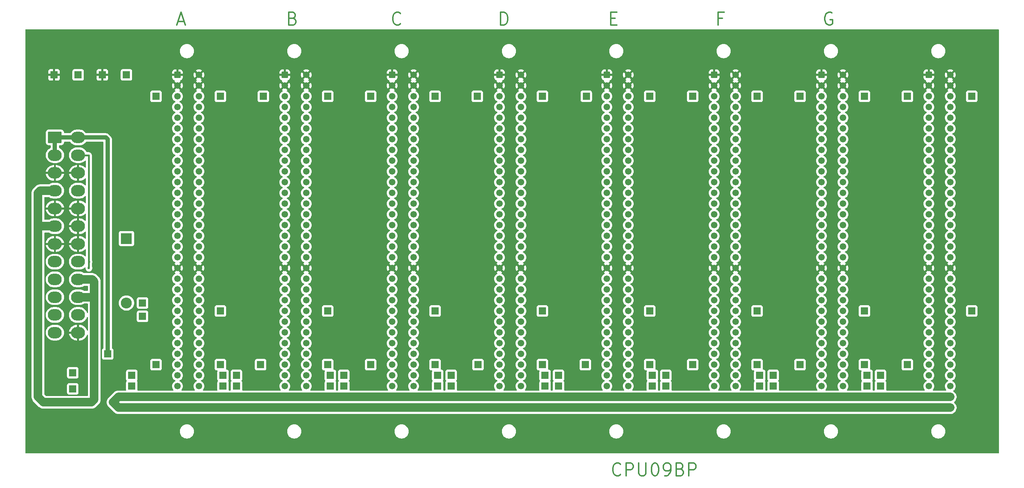
<source format=gbr>
%TF.GenerationSoftware,KiCad,Pcbnew,8.0.9-8.0.9-0~ubuntu22.04.1*%
%TF.CreationDate,2025-06-30T15:02:04+02:00*%
%TF.ProjectId,CPU09BP8,43505530-3942-4503-982e-6b696361645f,rev?*%
%TF.SameCoordinates,Original*%
%TF.FileFunction,Copper,L1,Top*%
%TF.FilePolarity,Positive*%
%FSLAX46Y46*%
G04 Gerber Fmt 4.6, Leading zero omitted, Abs format (unit mm)*
G04 Created by KiCad (PCBNEW 8.0.9-8.0.9-0~ubuntu22.04.1) date 2025-06-30 15:02:04*
%MOMM*%
%LPD*%
G01*
G04 APERTURE LIST*
G04 Aperture macros list*
%AMRoundRect*
0 Rectangle with rounded corners*
0 $1 Rounding radius*
0 $2 $3 $4 $5 $6 $7 $8 $9 X,Y pos of 4 corners*
0 Add a 4 corners polygon primitive as box body*
4,1,4,$2,$3,$4,$5,$6,$7,$8,$9,$2,$3,0*
0 Add four circle primitives for the rounded corners*
1,1,$1+$1,$2,$3*
1,1,$1+$1,$4,$5*
1,1,$1+$1,$6,$7*
1,1,$1+$1,$8,$9*
0 Add four rect primitives between the rounded corners*
20,1,$1+$1,$2,$3,$4,$5,0*
20,1,$1+$1,$4,$5,$6,$7,0*
20,1,$1+$1,$6,$7,$8,$9,0*
20,1,$1+$1,$8,$9,$2,$3,0*%
G04 Aperture macros list end*
%ADD10C,0.300000*%
%TA.AperFunction,NonConductor*%
%ADD11C,0.300000*%
%TD*%
%TA.AperFunction,ComponentPad*%
%ADD12R,1.700000X1.700000*%
%TD*%
%TA.AperFunction,ComponentPad*%
%ADD13RoundRect,0.249999X-0.525001X-0.525001X0.525001X-0.525001X0.525001X0.525001X-0.525001X0.525001X0*%
%TD*%
%TA.AperFunction,ComponentPad*%
%ADD14C,1.550000*%
%TD*%
%TA.AperFunction,ComponentPad*%
%ADD15R,2.600000X2.600000*%
%TD*%
%TA.AperFunction,ComponentPad*%
%ADD16O,2.600000X2.600000*%
%TD*%
%TA.AperFunction,ComponentPad*%
%ADD17RoundRect,0.250001X-1.399999X1.099999X-1.399999X-1.099999X1.399999X-1.099999X1.399999X1.099999X0*%
%TD*%
%TA.AperFunction,ComponentPad*%
%ADD18O,3.300000X2.700000*%
%TD*%
%TA.AperFunction,ComponentPad*%
%ADD19C,2.000000*%
%TD*%
%TA.AperFunction,ViaPad*%
%ADD20C,0.600000*%
%TD*%
%TA.AperFunction,Conductor*%
%ADD21C,2.000000*%
%TD*%
%TA.AperFunction,Conductor*%
%ADD22C,1.000000*%
%TD*%
%TA.AperFunction,Conductor*%
%ADD23C,0.400000*%
%TD*%
G04 APERTURE END LIST*
D10*
D11*
X139031653Y-13495828D02*
X140031653Y-13495828D01*
X140460225Y-15067257D02*
X139031653Y-15067257D01*
X139031653Y-15067257D02*
X139031653Y-12067257D01*
X139031653Y-12067257D02*
X140460225Y-12067257D01*
D10*
D11*
X141380939Y-121461542D02*
X141238082Y-121604400D01*
X141238082Y-121604400D02*
X140809510Y-121747257D01*
X140809510Y-121747257D02*
X140523796Y-121747257D01*
X140523796Y-121747257D02*
X140095225Y-121604400D01*
X140095225Y-121604400D02*
X139809510Y-121318685D01*
X139809510Y-121318685D02*
X139666653Y-121032971D01*
X139666653Y-121032971D02*
X139523796Y-120461542D01*
X139523796Y-120461542D02*
X139523796Y-120032971D01*
X139523796Y-120032971D02*
X139666653Y-119461542D01*
X139666653Y-119461542D02*
X139809510Y-119175828D01*
X139809510Y-119175828D02*
X140095225Y-118890114D01*
X140095225Y-118890114D02*
X140523796Y-118747257D01*
X140523796Y-118747257D02*
X140809510Y-118747257D01*
X140809510Y-118747257D02*
X141238082Y-118890114D01*
X141238082Y-118890114D02*
X141380939Y-119032971D01*
X142666653Y-121747257D02*
X142666653Y-118747257D01*
X142666653Y-118747257D02*
X143809510Y-118747257D01*
X143809510Y-118747257D02*
X144095225Y-118890114D01*
X144095225Y-118890114D02*
X144238082Y-119032971D01*
X144238082Y-119032971D02*
X144380939Y-119318685D01*
X144380939Y-119318685D02*
X144380939Y-119747257D01*
X144380939Y-119747257D02*
X144238082Y-120032971D01*
X144238082Y-120032971D02*
X144095225Y-120175828D01*
X144095225Y-120175828D02*
X143809510Y-120318685D01*
X143809510Y-120318685D02*
X142666653Y-120318685D01*
X145666653Y-118747257D02*
X145666653Y-121175828D01*
X145666653Y-121175828D02*
X145809510Y-121461542D01*
X145809510Y-121461542D02*
X145952368Y-121604400D01*
X145952368Y-121604400D02*
X146238082Y-121747257D01*
X146238082Y-121747257D02*
X146809510Y-121747257D01*
X146809510Y-121747257D02*
X147095225Y-121604400D01*
X147095225Y-121604400D02*
X147238082Y-121461542D01*
X147238082Y-121461542D02*
X147380939Y-121175828D01*
X147380939Y-121175828D02*
X147380939Y-118747257D01*
X149380939Y-118747257D02*
X149666653Y-118747257D01*
X149666653Y-118747257D02*
X149952367Y-118890114D01*
X149952367Y-118890114D02*
X150095225Y-119032971D01*
X150095225Y-119032971D02*
X150238082Y-119318685D01*
X150238082Y-119318685D02*
X150380939Y-119890114D01*
X150380939Y-119890114D02*
X150380939Y-120604400D01*
X150380939Y-120604400D02*
X150238082Y-121175828D01*
X150238082Y-121175828D02*
X150095225Y-121461542D01*
X150095225Y-121461542D02*
X149952367Y-121604400D01*
X149952367Y-121604400D02*
X149666653Y-121747257D01*
X149666653Y-121747257D02*
X149380939Y-121747257D01*
X149380939Y-121747257D02*
X149095225Y-121604400D01*
X149095225Y-121604400D02*
X148952367Y-121461542D01*
X148952367Y-121461542D02*
X148809510Y-121175828D01*
X148809510Y-121175828D02*
X148666653Y-120604400D01*
X148666653Y-120604400D02*
X148666653Y-119890114D01*
X148666653Y-119890114D02*
X148809510Y-119318685D01*
X148809510Y-119318685D02*
X148952367Y-119032971D01*
X148952367Y-119032971D02*
X149095225Y-118890114D01*
X149095225Y-118890114D02*
X149380939Y-118747257D01*
X151809510Y-121747257D02*
X152380939Y-121747257D01*
X152380939Y-121747257D02*
X152666653Y-121604400D01*
X152666653Y-121604400D02*
X152809510Y-121461542D01*
X152809510Y-121461542D02*
X153095225Y-121032971D01*
X153095225Y-121032971D02*
X153238082Y-120461542D01*
X153238082Y-120461542D02*
X153238082Y-119318685D01*
X153238082Y-119318685D02*
X153095225Y-119032971D01*
X153095225Y-119032971D02*
X152952368Y-118890114D01*
X152952368Y-118890114D02*
X152666653Y-118747257D01*
X152666653Y-118747257D02*
X152095225Y-118747257D01*
X152095225Y-118747257D02*
X151809510Y-118890114D01*
X151809510Y-118890114D02*
X151666653Y-119032971D01*
X151666653Y-119032971D02*
X151523796Y-119318685D01*
X151523796Y-119318685D02*
X151523796Y-120032971D01*
X151523796Y-120032971D02*
X151666653Y-120318685D01*
X151666653Y-120318685D02*
X151809510Y-120461542D01*
X151809510Y-120461542D02*
X152095225Y-120604400D01*
X152095225Y-120604400D02*
X152666653Y-120604400D01*
X152666653Y-120604400D02*
X152952368Y-120461542D01*
X152952368Y-120461542D02*
X153095225Y-120318685D01*
X153095225Y-120318685D02*
X153238082Y-120032971D01*
X155523796Y-120175828D02*
X155952368Y-120318685D01*
X155952368Y-120318685D02*
X156095225Y-120461542D01*
X156095225Y-120461542D02*
X156238082Y-120747257D01*
X156238082Y-120747257D02*
X156238082Y-121175828D01*
X156238082Y-121175828D02*
X156095225Y-121461542D01*
X156095225Y-121461542D02*
X155952368Y-121604400D01*
X155952368Y-121604400D02*
X155666653Y-121747257D01*
X155666653Y-121747257D02*
X154523796Y-121747257D01*
X154523796Y-121747257D02*
X154523796Y-118747257D01*
X154523796Y-118747257D02*
X155523796Y-118747257D01*
X155523796Y-118747257D02*
X155809511Y-118890114D01*
X155809511Y-118890114D02*
X155952368Y-119032971D01*
X155952368Y-119032971D02*
X156095225Y-119318685D01*
X156095225Y-119318685D02*
X156095225Y-119604400D01*
X156095225Y-119604400D02*
X155952368Y-119890114D01*
X155952368Y-119890114D02*
X155809511Y-120032971D01*
X155809511Y-120032971D02*
X155523796Y-120175828D01*
X155523796Y-120175828D02*
X154523796Y-120175828D01*
X157523796Y-121747257D02*
X157523796Y-118747257D01*
X157523796Y-118747257D02*
X158666653Y-118747257D01*
X158666653Y-118747257D02*
X158952368Y-118890114D01*
X158952368Y-118890114D02*
X159095225Y-119032971D01*
X159095225Y-119032971D02*
X159238082Y-119318685D01*
X159238082Y-119318685D02*
X159238082Y-119747257D01*
X159238082Y-119747257D02*
X159095225Y-120032971D01*
X159095225Y-120032971D02*
X158952368Y-120175828D01*
X158952368Y-120175828D02*
X158666653Y-120318685D01*
X158666653Y-120318685D02*
X157523796Y-120318685D01*
D10*
D11*
X191403082Y-12210114D02*
X191117368Y-12067257D01*
X191117368Y-12067257D02*
X190688796Y-12067257D01*
X190688796Y-12067257D02*
X190260225Y-12210114D01*
X190260225Y-12210114D02*
X189974510Y-12495828D01*
X189974510Y-12495828D02*
X189831653Y-12781542D01*
X189831653Y-12781542D02*
X189688796Y-13352971D01*
X189688796Y-13352971D02*
X189688796Y-13781542D01*
X189688796Y-13781542D02*
X189831653Y-14352971D01*
X189831653Y-14352971D02*
X189974510Y-14638685D01*
X189974510Y-14638685D02*
X190260225Y-14924400D01*
X190260225Y-14924400D02*
X190688796Y-15067257D01*
X190688796Y-15067257D02*
X190974510Y-15067257D01*
X190974510Y-15067257D02*
X191403082Y-14924400D01*
X191403082Y-14924400D02*
X191545939Y-14781542D01*
X191545939Y-14781542D02*
X191545939Y-13781542D01*
X191545939Y-13781542D02*
X190974510Y-13781542D01*
D10*
D11*
X36653796Y-14210114D02*
X38082368Y-14210114D01*
X36368082Y-15067257D02*
X37368082Y-12067257D01*
X37368082Y-12067257D02*
X38368082Y-15067257D01*
D10*
D11*
X63831653Y-13495828D02*
X64260225Y-13638685D01*
X64260225Y-13638685D02*
X64403082Y-13781542D01*
X64403082Y-13781542D02*
X64545939Y-14067257D01*
X64545939Y-14067257D02*
X64545939Y-14495828D01*
X64545939Y-14495828D02*
X64403082Y-14781542D01*
X64403082Y-14781542D02*
X64260225Y-14924400D01*
X64260225Y-14924400D02*
X63974510Y-15067257D01*
X63974510Y-15067257D02*
X62831653Y-15067257D01*
X62831653Y-15067257D02*
X62831653Y-12067257D01*
X62831653Y-12067257D02*
X63831653Y-12067257D01*
X63831653Y-12067257D02*
X64117368Y-12210114D01*
X64117368Y-12210114D02*
X64260225Y-12352971D01*
X64260225Y-12352971D02*
X64403082Y-12638685D01*
X64403082Y-12638685D02*
X64403082Y-12924400D01*
X64403082Y-12924400D02*
X64260225Y-13210114D01*
X64260225Y-13210114D02*
X64117368Y-13352971D01*
X64117368Y-13352971D02*
X63831653Y-13495828D01*
X63831653Y-13495828D02*
X62831653Y-13495828D01*
D10*
D11*
X89310939Y-14781542D02*
X89168082Y-14924400D01*
X89168082Y-14924400D02*
X88739510Y-15067257D01*
X88739510Y-15067257D02*
X88453796Y-15067257D01*
X88453796Y-15067257D02*
X88025225Y-14924400D01*
X88025225Y-14924400D02*
X87739510Y-14638685D01*
X87739510Y-14638685D02*
X87596653Y-14352971D01*
X87596653Y-14352971D02*
X87453796Y-13781542D01*
X87453796Y-13781542D02*
X87453796Y-13352971D01*
X87453796Y-13352971D02*
X87596653Y-12781542D01*
X87596653Y-12781542D02*
X87739510Y-12495828D01*
X87739510Y-12495828D02*
X88025225Y-12210114D01*
X88025225Y-12210114D02*
X88453796Y-12067257D01*
X88453796Y-12067257D02*
X88739510Y-12067257D01*
X88739510Y-12067257D02*
X89168082Y-12210114D01*
X89168082Y-12210114D02*
X89310939Y-12352971D01*
D10*
D11*
X165431653Y-13495828D02*
X164431653Y-13495828D01*
X164431653Y-15067257D02*
X164431653Y-12067257D01*
X164431653Y-12067257D02*
X165860225Y-12067257D01*
D10*
D11*
X112996653Y-15067257D02*
X112996653Y-12067257D01*
X112996653Y-12067257D02*
X113710939Y-12067257D01*
X113710939Y-12067257D02*
X114139510Y-12210114D01*
X114139510Y-12210114D02*
X114425225Y-12495828D01*
X114425225Y-12495828D02*
X114568082Y-12781542D01*
X114568082Y-12781542D02*
X114710939Y-13352971D01*
X114710939Y-13352971D02*
X114710939Y-13781542D01*
X114710939Y-13781542D02*
X114568082Y-14352971D01*
X114568082Y-14352971D02*
X114425225Y-14638685D01*
X114425225Y-14638685D02*
X114139510Y-14924400D01*
X114139510Y-14924400D02*
X113710939Y-15067257D01*
X113710939Y-15067257D02*
X112996653Y-15067257D01*
D12*
%TO.P,J89,1,Pin_1*%
%TO.N,Net-(J73-Pin_1)*%
X199715000Y-100540000D03*
%TD*%
%TO.P,J88,1,Pin_1*%
%TO.N,Net-(J72-Pin_1)*%
X199715000Y-98000000D03*
%TD*%
%TO.P,J85,1,Pin_1*%
%TO.N,Net-(J83-Pin_c23)*%
X224480000Y-82760000D03*
%TD*%
%TO.P,J84,1,Pin_1*%
%TO.N,Net-(J83-Pin_c3)*%
X224480000Y-31960000D03*
%TD*%
D13*
%TO.P,J83,a1,Pin_a1*%
%TO.N,GND*%
X214320000Y-26880000D03*
D14*
%TO.P,J83,a2,Pin_a2*%
X214320000Y-29420000D03*
%TO.P,J83,a3,Pin_a3*%
%TO.N,Net-(J78-Pin_1)*%
X214320000Y-31960000D03*
%TO.P,J83,a4,Pin_a4*%
%TO.N,/DIV4*%
X214320000Y-34500000D03*
%TO.P,J83,a5,Pin_a5*%
%TO.N,/BD0*%
X214320000Y-37040000D03*
%TO.P,J83,a6,Pin_a6*%
%TO.N,/BD2*%
X214320000Y-39580000D03*
%TO.P,J83,a7,Pin_a7*%
%TO.N,/BD4*%
X214320000Y-42120000D03*
%TO.P,J83,a8,Pin_a8*%
%TO.N,/BD6*%
X214320000Y-44660000D03*
%TO.P,J83,a9,Pin_a9*%
%TO.N,/BA0*%
X214320000Y-47200000D03*
%TO.P,J83,a10,Pin_a10*%
%TO.N,/BA2*%
X214320000Y-49740000D03*
%TO.P,J83,a11,Pin_a11*%
%TO.N,/BA4*%
X214320000Y-52280000D03*
%TO.P,J83,a12,Pin_a12*%
%TO.N,/BA6*%
X214320000Y-54820000D03*
%TO.P,J83,a13,Pin_a13*%
%TO.N,/BA8*%
X214320000Y-57360000D03*
%TO.P,J83,a14,Pin_a14*%
%TO.N,/BA10*%
X214320000Y-59900000D03*
%TO.P,J83,a15,Pin_a15*%
%TO.N,/BA12*%
X214320000Y-62440000D03*
%TO.P,J83,a16,Pin_a16*%
%TO.N,/BA14*%
X214320000Y-64980000D03*
%TO.P,J83,a17,Pin_a17*%
%TO.N,/BA16*%
X214320000Y-67520000D03*
%TO.P,J83,a18,Pin_a18*%
%TO.N,/BA18*%
X214320000Y-70060000D03*
%TO.P,J83,a19,Pin_a19*%
%TO.N,GND*%
X214320000Y-72600000D03*
%TO.P,J83,a20,Pin_a20*%
%TO.N,/B_E*%
X214320000Y-75140000D03*
%TO.P,J83,a21,Pin_a21*%
%TO.N,/~{B_RES}*%
X214320000Y-77680000D03*
%TO.P,J83,a22,Pin_a22*%
%TO.N,/a22*%
X214320000Y-80220000D03*
%TO.P,J83,a23,Pin_a23*%
%TO.N,/B_Q*%
X214320000Y-82760000D03*
%TO.P,J83,a24,Pin_a24*%
%TO.N,/a24*%
X214320000Y-85300000D03*
%TO.P,J83,a25,Pin_a25*%
%TO.N,/~{B_HLT}*%
X214320000Y-87840000D03*
%TO.P,J83,a26,Pin_a26*%
%TO.N,/a26*%
X214320000Y-90380000D03*
%TO.P,J83,a27,Pin_a27*%
%TO.N,/~{B_NMI}*%
X214320000Y-92920000D03*
%TO.P,J83,a28,Pin_a28*%
%TO.N,Net-(J79-Pin_1)*%
X214320000Y-95460000D03*
%TO.P,J83,a29,Pin_a29*%
%TO.N,Net-(J81-Pin_1)*%
X214320000Y-98000000D03*
%TO.P,J83,a30,Pin_a30*%
%TO.N,Net-(J82-Pin_1)*%
X214320000Y-100540000D03*
%TO.P,J83,a31,Pin_a31*%
%TO.N,+5V*%
X214320000Y-103080000D03*
%TO.P,J83,a32,Pin_a32*%
X214320000Y-105620000D03*
%TO.P,J83,c1,Pin_c1*%
%TO.N,GND*%
X219400000Y-26880000D03*
%TO.P,J83,c2,Pin_c2*%
X219400000Y-29420000D03*
%TO.P,J83,c3,Pin_c3*%
%TO.N,Net-(J83-Pin_c3)*%
X219400000Y-31960000D03*
%TO.P,J83,c4,Pin_c4*%
%TO.N,/~{EXT}*%
X219400000Y-34500000D03*
%TO.P,J83,c5,Pin_c5*%
%TO.N,/BD1*%
X219400000Y-37040000D03*
%TO.P,J83,c6,Pin_c6*%
%TO.N,/BD3*%
X219400000Y-39580000D03*
%TO.P,J83,c7,Pin_c7*%
%TO.N,/BD5*%
X219400000Y-42120000D03*
%TO.P,J83,c8,Pin_c8*%
%TO.N,/BD7*%
X219400000Y-44660000D03*
%TO.P,J83,c9,Pin_c9*%
%TO.N,/BA1*%
X219400000Y-47200000D03*
%TO.P,J83,c10,Pin_c10*%
%TO.N,/BA3*%
X219400000Y-49740000D03*
%TO.P,J83,c11,Pin_c11*%
%TO.N,/BA5*%
X219400000Y-52280000D03*
%TO.P,J83,c12,Pin_c12*%
%TO.N,/BA7*%
X219400000Y-54820000D03*
%TO.P,J83,c13,Pin_c13*%
%TO.N,/BA9*%
X219400000Y-57360000D03*
%TO.P,J83,c14,Pin_c14*%
%TO.N,/BA11*%
X219400000Y-59900000D03*
%TO.P,J83,c15,Pin_c15*%
%TO.N,/BA13*%
X219400000Y-62440000D03*
%TO.P,J83,c16,Pin_c16*%
%TO.N,/BA15*%
X219400000Y-64980000D03*
%TO.P,J83,c17,Pin_c17*%
%TO.N,/BA17*%
X219400000Y-67520000D03*
%TO.P,J83,c18,Pin_c18*%
%TO.N,/BA19*%
X219400000Y-70060000D03*
%TO.P,J83,c19,Pin_c19*%
%TO.N,GND*%
X219400000Y-72600000D03*
%TO.P,J83,c20,Pin_c20*%
%TO.N,/~{B_RW}*%
X219400000Y-75140000D03*
%TO.P,J83,c21,Pin_c21*%
%TO.N,/~{B_VMA}*%
X219400000Y-77680000D03*
%TO.P,J83,c22,Pin_c22*%
%TO.N,/B_BA*%
X219400000Y-80220000D03*
%TO.P,J83,c23,Pin_c23*%
%TO.N,Net-(J83-Pin_c23)*%
X219400000Y-82760000D03*
%TO.P,J83,c24,Pin_c24*%
%TO.N,/B_MR*%
X219400000Y-85300000D03*
%TO.P,J83,c25,Pin_c25*%
%TO.N,/c25*%
X219400000Y-87840000D03*
%TO.P,J83,c26,Pin_c26*%
%TO.N,/~{B_IRQ}*%
X219400000Y-90380000D03*
%TO.P,J83,c27,Pin_c27*%
%TO.N,/c27*%
X219400000Y-92920000D03*
%TO.P,J83,c28,Pin_c28*%
%TO.N,unconnected-(J83-Pin_c28-Padc28)*%
X219400000Y-95460000D03*
%TO.P,J83,c29,Pin_c29*%
%TO.N,Net-(J81-Pin_1)*%
X219400000Y-98000000D03*
%TO.P,J83,c30,Pin_c30*%
%TO.N,Net-(J82-Pin_1)*%
X219400000Y-100540000D03*
%TO.P,J83,c31,Pin_c31*%
%TO.N,+5V*%
X219400000Y-103080000D03*
%TO.P,J83,c32,Pin_c32*%
X219400000Y-105620000D03*
%TD*%
D12*
%TO.P,J82,1,Pin_1*%
%TO.N,Net-(J82-Pin_1)*%
X202890000Y-100540000D03*
%TD*%
%TO.P,J81,1,Pin_1*%
%TO.N,Net-(J81-Pin_1)*%
X202890000Y-98000000D03*
%TD*%
%TO.P,J79,1,Pin_1*%
%TO.N,Net-(J79-Pin_1)*%
X209240000Y-95460000D03*
%TD*%
%TO.P,J78,1,Pin_1*%
%TO.N,Net-(J78-Pin_1)*%
X209240000Y-31960000D03*
%TD*%
D13*
%TO.P,J80,a1,Pin_a1*%
%TO.N,GND*%
X36520000Y-26880000D03*
D14*
%TO.P,J80,a2,Pin_a2*%
X36520000Y-29420000D03*
%TO.P,J80,a3,Pin_a3*%
%TO.N,/DIV5*%
X36520000Y-31960000D03*
%TO.P,J80,a4,Pin_a4*%
%TO.N,/DIV4*%
X36520000Y-34500000D03*
%TO.P,J80,a5,Pin_a5*%
%TO.N,/BD0*%
X36520000Y-37040000D03*
%TO.P,J80,a6,Pin_a6*%
%TO.N,/BD2*%
X36520000Y-39580000D03*
%TO.P,J80,a7,Pin_a7*%
%TO.N,/BD4*%
X36520000Y-42120000D03*
%TO.P,J80,a8,Pin_a8*%
%TO.N,/BD6*%
X36520000Y-44660000D03*
%TO.P,J80,a9,Pin_a9*%
%TO.N,/BA0*%
X36520000Y-47200000D03*
%TO.P,J80,a10,Pin_a10*%
%TO.N,/BA2*%
X36520000Y-49740000D03*
%TO.P,J80,a11,Pin_a11*%
%TO.N,/BA4*%
X36520000Y-52280000D03*
%TO.P,J80,a12,Pin_a12*%
%TO.N,/BA6*%
X36520000Y-54820000D03*
%TO.P,J80,a13,Pin_a13*%
%TO.N,/BA8*%
X36520000Y-57360000D03*
%TO.P,J80,a14,Pin_a14*%
%TO.N,/BA10*%
X36520000Y-59900000D03*
%TO.P,J80,a15,Pin_a15*%
%TO.N,/BA12*%
X36520000Y-62440000D03*
%TO.P,J80,a16,Pin_a16*%
%TO.N,/BA14*%
X36520000Y-64980000D03*
%TO.P,J80,a17,Pin_a17*%
%TO.N,/BA16*%
X36520000Y-67520000D03*
%TO.P,J80,a18,Pin_a18*%
%TO.N,/BA18*%
X36520000Y-70060000D03*
%TO.P,J80,a19,Pin_a19*%
%TO.N,GND*%
X36520000Y-72600000D03*
%TO.P,J80,a20,Pin_a20*%
%TO.N,/B_E*%
X36520000Y-75140000D03*
%TO.P,J80,a21,Pin_a21*%
%TO.N,/~{B_RES}*%
X36520000Y-77680000D03*
%TO.P,J80,a22,Pin_a22*%
%TO.N,/a22*%
X36520000Y-80220000D03*
%TO.P,J80,a23,Pin_a23*%
%TO.N,/B_Q*%
X36520000Y-82760000D03*
%TO.P,J80,a24,Pin_a24*%
%TO.N,/a24*%
X36520000Y-85300000D03*
%TO.P,J80,a25,Pin_a25*%
%TO.N,/~{B_HLT}*%
X36520000Y-87840000D03*
%TO.P,J80,a26,Pin_a26*%
%TO.N,/a26*%
X36520000Y-90380000D03*
%TO.P,J80,a27,Pin_a27*%
%TO.N,/~{B_NMI}*%
X36520000Y-92920000D03*
%TO.P,J80,a28,Pin_a28*%
%TO.N,/DIV3*%
X36520000Y-95460000D03*
%TO.P,J80,a29,Pin_a29*%
%TO.N,Net-(J16-Pin_1)*%
X36520000Y-98000000D03*
%TO.P,J80,a30,Pin_a30*%
%TO.N,/RBAUD*%
X36520000Y-100540000D03*
%TO.P,J80,a31,Pin_a31*%
%TO.N,+5V*%
X36520000Y-103080000D03*
%TO.P,J80,a32,Pin_a32*%
X36520000Y-105620000D03*
%TO.P,J80,c1,Pin_c1*%
%TO.N,GND*%
X41600000Y-26880000D03*
%TO.P,J80,c2,Pin_c2*%
X41600000Y-29420000D03*
%TO.P,J80,c3,Pin_c3*%
%TO.N,/DIV6*%
X41600000Y-31960000D03*
%TO.P,J80,c4,Pin_c4*%
%TO.N,/~{EXT}*%
X41600000Y-34500000D03*
%TO.P,J80,c5,Pin_c5*%
%TO.N,/BD1*%
X41600000Y-37040000D03*
%TO.P,J80,c6,Pin_c6*%
%TO.N,/BD3*%
X41600000Y-39580000D03*
%TO.P,J80,c7,Pin_c7*%
%TO.N,/BD5*%
X41600000Y-42120000D03*
%TO.P,J80,c8,Pin_c8*%
%TO.N,/BD7*%
X41600000Y-44660000D03*
%TO.P,J80,c9,Pin_c9*%
%TO.N,/BA1*%
X41600000Y-47200000D03*
%TO.P,J80,c10,Pin_c10*%
%TO.N,/BA3*%
X41600000Y-49740000D03*
%TO.P,J80,c11,Pin_c11*%
%TO.N,/BA5*%
X41600000Y-52280000D03*
%TO.P,J80,c12,Pin_c12*%
%TO.N,/BA7*%
X41600000Y-54820000D03*
%TO.P,J80,c13,Pin_c13*%
%TO.N,/BA9*%
X41600000Y-57360000D03*
%TO.P,J80,c14,Pin_c14*%
%TO.N,/BA11*%
X41600000Y-59900000D03*
%TO.P,J80,c15,Pin_c15*%
%TO.N,/BA13*%
X41600000Y-62440000D03*
%TO.P,J80,c16,Pin_c16*%
%TO.N,/BA15*%
X41600000Y-64980000D03*
%TO.P,J80,c17,Pin_c17*%
%TO.N,/BA17*%
X41600000Y-67520000D03*
%TO.P,J80,c18,Pin_c18*%
%TO.N,/BA19*%
X41600000Y-70060000D03*
%TO.P,J80,c19,Pin_c19*%
%TO.N,GND*%
X41600000Y-72600000D03*
%TO.P,J80,c20,Pin_c20*%
%TO.N,/~{B_RW}*%
X41600000Y-75140000D03*
%TO.P,J80,c21,Pin_c21*%
%TO.N,/~{B_VMA}*%
X41600000Y-77680000D03*
%TO.P,J80,c22,Pin_c22*%
%TO.N,/B_BA*%
X41600000Y-80220000D03*
%TO.P,J80,c23,Pin_c23*%
%TO.N,/~{RES}*%
X41600000Y-82760000D03*
%TO.P,J80,c24,Pin_c24*%
%TO.N,/B_MR*%
X41600000Y-85300000D03*
%TO.P,J80,c25,Pin_c25*%
%TO.N,/c25*%
X41600000Y-87840000D03*
%TO.P,J80,c26,Pin_c26*%
%TO.N,/~{B_IRQ}*%
X41600000Y-90380000D03*
%TO.P,J80,c27,Pin_c27*%
%TO.N,/c27*%
X41600000Y-92920000D03*
%TO.P,J80,c28,Pin_c28*%
%TO.N,/DIV7*%
X41600000Y-95460000D03*
%TO.P,J80,c29,Pin_c29*%
%TO.N,Net-(J16-Pin_1)*%
X41600000Y-98000000D03*
%TO.P,J80,c30,Pin_c30*%
%TO.N,/RBAUD*%
X41600000Y-100540000D03*
%TO.P,J80,c31,Pin_c31*%
%TO.N,+5V*%
X41600000Y-103080000D03*
%TO.P,J80,c32,Pin_c32*%
X41600000Y-105620000D03*
%TD*%
D13*
%TO.P,J74,a1,Pin_a1*%
%TO.N,GND*%
X188920000Y-26880000D03*
D14*
%TO.P,J74,a2,Pin_a2*%
X188920000Y-29420000D03*
%TO.P,J74,a3,Pin_a3*%
%TO.N,Net-(J70-Pin_1)*%
X188920000Y-31960000D03*
%TO.P,J74,a4,Pin_a4*%
%TO.N,/DIV4*%
X188920000Y-34500000D03*
%TO.P,J74,a5,Pin_a5*%
%TO.N,/BD0*%
X188920000Y-37040000D03*
%TO.P,J74,a6,Pin_a6*%
%TO.N,/BD2*%
X188920000Y-39580000D03*
%TO.P,J74,a7,Pin_a7*%
%TO.N,/BD4*%
X188920000Y-42120000D03*
%TO.P,J74,a8,Pin_a8*%
%TO.N,/BD6*%
X188920000Y-44660000D03*
%TO.P,J74,a9,Pin_a9*%
%TO.N,/BA0*%
X188920000Y-47200000D03*
%TO.P,J74,a10,Pin_a10*%
%TO.N,/BA2*%
X188920000Y-49740000D03*
%TO.P,J74,a11,Pin_a11*%
%TO.N,/BA4*%
X188920000Y-52280000D03*
%TO.P,J74,a12,Pin_a12*%
%TO.N,/BA6*%
X188920000Y-54820000D03*
%TO.P,J74,a13,Pin_a13*%
%TO.N,/BA8*%
X188920000Y-57360000D03*
%TO.P,J74,a14,Pin_a14*%
%TO.N,/BA10*%
X188920000Y-59900000D03*
%TO.P,J74,a15,Pin_a15*%
%TO.N,/BA12*%
X188920000Y-62440000D03*
%TO.P,J74,a16,Pin_a16*%
%TO.N,/BA14*%
X188920000Y-64980000D03*
%TO.P,J74,a17,Pin_a17*%
%TO.N,/BA16*%
X188920000Y-67520000D03*
%TO.P,J74,a18,Pin_a18*%
%TO.N,/BA18*%
X188920000Y-70060000D03*
%TO.P,J74,a19,Pin_a19*%
%TO.N,GND*%
X188920000Y-72600000D03*
%TO.P,J74,a20,Pin_a20*%
%TO.N,/B_E*%
X188920000Y-75140000D03*
%TO.P,J74,a21,Pin_a21*%
%TO.N,/~{B_RES}*%
X188920000Y-77680000D03*
%TO.P,J74,a22,Pin_a22*%
%TO.N,/a22*%
X188920000Y-80220000D03*
%TO.P,J74,a23,Pin_a23*%
%TO.N,/B_Q*%
X188920000Y-82760000D03*
%TO.P,J74,a24,Pin_a24*%
%TO.N,/a24*%
X188920000Y-85300000D03*
%TO.P,J74,a25,Pin_a25*%
%TO.N,/~{B_HLT}*%
X188920000Y-87840000D03*
%TO.P,J74,a26,Pin_a26*%
%TO.N,/a26*%
X188920000Y-90380000D03*
%TO.P,J74,a27,Pin_a27*%
%TO.N,/~{B_NMI}*%
X188920000Y-92920000D03*
%TO.P,J74,a28,Pin_a28*%
%TO.N,Net-(J71-Pin_1)*%
X188920000Y-95460000D03*
%TO.P,J74,a29,Pin_a29*%
%TO.N,Net-(J72-Pin_1)*%
X188920000Y-98000000D03*
%TO.P,J74,a30,Pin_a30*%
%TO.N,Net-(J73-Pin_1)*%
X188920000Y-100540000D03*
%TO.P,J74,a31,Pin_a31*%
%TO.N,+5V*%
X188920000Y-103080000D03*
%TO.P,J74,a32,Pin_a32*%
X188920000Y-105620000D03*
%TO.P,J74,c1,Pin_c1*%
%TO.N,GND*%
X194000000Y-26880000D03*
%TO.P,J74,c2,Pin_c2*%
X194000000Y-29420000D03*
%TO.P,J74,c3,Pin_c3*%
%TO.N,Net-(J74-Pin_c3)*%
X194000000Y-31960000D03*
%TO.P,J74,c4,Pin_c4*%
%TO.N,/~{EXT}*%
X194000000Y-34500000D03*
%TO.P,J74,c5,Pin_c5*%
%TO.N,/BD1*%
X194000000Y-37040000D03*
%TO.P,J74,c6,Pin_c6*%
%TO.N,/BD3*%
X194000000Y-39580000D03*
%TO.P,J74,c7,Pin_c7*%
%TO.N,/BD5*%
X194000000Y-42120000D03*
%TO.P,J74,c8,Pin_c8*%
%TO.N,/BD7*%
X194000000Y-44660000D03*
%TO.P,J74,c9,Pin_c9*%
%TO.N,/BA1*%
X194000000Y-47200000D03*
%TO.P,J74,c10,Pin_c10*%
%TO.N,/BA3*%
X194000000Y-49740000D03*
%TO.P,J74,c11,Pin_c11*%
%TO.N,/BA5*%
X194000000Y-52280000D03*
%TO.P,J74,c12,Pin_c12*%
%TO.N,/BA7*%
X194000000Y-54820000D03*
%TO.P,J74,c13,Pin_c13*%
%TO.N,/BA9*%
X194000000Y-57360000D03*
%TO.P,J74,c14,Pin_c14*%
%TO.N,/BA11*%
X194000000Y-59900000D03*
%TO.P,J74,c15,Pin_c15*%
%TO.N,/BA13*%
X194000000Y-62440000D03*
%TO.P,J74,c16,Pin_c16*%
%TO.N,/BA15*%
X194000000Y-64980000D03*
%TO.P,J74,c17,Pin_c17*%
%TO.N,/BA17*%
X194000000Y-67520000D03*
%TO.P,J74,c18,Pin_c18*%
%TO.N,/BA19*%
X194000000Y-70060000D03*
%TO.P,J74,c19,Pin_c19*%
%TO.N,GND*%
X194000000Y-72600000D03*
%TO.P,J74,c20,Pin_c20*%
%TO.N,/~{B_RW}*%
X194000000Y-75140000D03*
%TO.P,J74,c21,Pin_c21*%
%TO.N,/~{B_VMA}*%
X194000000Y-77680000D03*
%TO.P,J74,c22,Pin_c22*%
%TO.N,/B_BA*%
X194000000Y-80220000D03*
%TO.P,J74,c23,Pin_c23*%
%TO.N,Net-(J74-Pin_c23)*%
X194000000Y-82760000D03*
%TO.P,J74,c24,Pin_c24*%
%TO.N,/B_MR*%
X194000000Y-85300000D03*
%TO.P,J74,c25,Pin_c25*%
%TO.N,/c25*%
X194000000Y-87840000D03*
%TO.P,J74,c26,Pin_c26*%
%TO.N,/~{B_IRQ}*%
X194000000Y-90380000D03*
%TO.P,J74,c27,Pin_c27*%
%TO.N,/c27*%
X194000000Y-92920000D03*
%TO.P,J74,c28,Pin_c28*%
%TO.N,Net-(J74-Pin_c28)*%
X194000000Y-95460000D03*
%TO.P,J74,c29,Pin_c29*%
%TO.N,Net-(J72-Pin_1)*%
X194000000Y-98000000D03*
%TO.P,J74,c30,Pin_c30*%
%TO.N,Net-(J73-Pin_1)*%
X194000000Y-100540000D03*
%TO.P,J74,c31,Pin_c31*%
%TO.N,+5V*%
X194000000Y-103080000D03*
%TO.P,J74,c32,Pin_c32*%
X194000000Y-105620000D03*
%TD*%
D13*
%TO.P,J64,a1,Pin_a1*%
%TO.N,GND*%
X163520000Y-26880000D03*
D14*
%TO.P,J64,a2,Pin_a2*%
X163520000Y-29420000D03*
%TO.P,J64,a3,Pin_a3*%
%TO.N,Net-(J60-Pin_1)*%
X163520000Y-31960000D03*
%TO.P,J64,a4,Pin_a4*%
%TO.N,/DIV4*%
X163520000Y-34500000D03*
%TO.P,J64,a5,Pin_a5*%
%TO.N,/BD0*%
X163520000Y-37040000D03*
%TO.P,J64,a6,Pin_a6*%
%TO.N,/BD2*%
X163520000Y-39580000D03*
%TO.P,J64,a7,Pin_a7*%
%TO.N,/BD4*%
X163520000Y-42120000D03*
%TO.P,J64,a8,Pin_a8*%
%TO.N,/BD6*%
X163520000Y-44660000D03*
%TO.P,J64,a9,Pin_a9*%
%TO.N,/BA0*%
X163520000Y-47200000D03*
%TO.P,J64,a10,Pin_a10*%
%TO.N,/BA2*%
X163520000Y-49740000D03*
%TO.P,J64,a11,Pin_a11*%
%TO.N,/BA4*%
X163520000Y-52280000D03*
%TO.P,J64,a12,Pin_a12*%
%TO.N,/BA6*%
X163520000Y-54820000D03*
%TO.P,J64,a13,Pin_a13*%
%TO.N,/BA8*%
X163520000Y-57360000D03*
%TO.P,J64,a14,Pin_a14*%
%TO.N,/BA10*%
X163520000Y-59900000D03*
%TO.P,J64,a15,Pin_a15*%
%TO.N,/BA12*%
X163520000Y-62440000D03*
%TO.P,J64,a16,Pin_a16*%
%TO.N,/BA14*%
X163520000Y-64980000D03*
%TO.P,J64,a17,Pin_a17*%
%TO.N,/BA16*%
X163520000Y-67520000D03*
%TO.P,J64,a18,Pin_a18*%
%TO.N,/BA18*%
X163520000Y-70060000D03*
%TO.P,J64,a19,Pin_a19*%
%TO.N,GND*%
X163520000Y-72600000D03*
%TO.P,J64,a20,Pin_a20*%
%TO.N,/B_E*%
X163520000Y-75140000D03*
%TO.P,J64,a21,Pin_a21*%
%TO.N,/~{B_RES}*%
X163520000Y-77680000D03*
%TO.P,J64,a22,Pin_a22*%
%TO.N,/a22*%
X163520000Y-80220000D03*
%TO.P,J64,a23,Pin_a23*%
%TO.N,/B_Q*%
X163520000Y-82760000D03*
%TO.P,J64,a24,Pin_a24*%
%TO.N,/a24*%
X163520000Y-85300000D03*
%TO.P,J64,a25,Pin_a25*%
%TO.N,/~{B_HLT}*%
X163520000Y-87840000D03*
%TO.P,J64,a26,Pin_a26*%
%TO.N,/a26*%
X163520000Y-90380000D03*
%TO.P,J64,a27,Pin_a27*%
%TO.N,/~{B_NMI}*%
X163520000Y-92920000D03*
%TO.P,J64,a28,Pin_a28*%
%TO.N,Net-(J61-Pin_1)*%
X163520000Y-95460000D03*
%TO.P,J64,a29,Pin_a29*%
%TO.N,Net-(J62-Pin_1)*%
X163520000Y-98000000D03*
%TO.P,J64,a30,Pin_a30*%
%TO.N,Net-(J63-Pin_1)*%
X163520000Y-100540000D03*
%TO.P,J64,a31,Pin_a31*%
%TO.N,+5V*%
X163520000Y-103080000D03*
%TO.P,J64,a32,Pin_a32*%
X163520000Y-105620000D03*
%TO.P,J64,c1,Pin_c1*%
%TO.N,GND*%
X168600000Y-26880000D03*
%TO.P,J64,c2,Pin_c2*%
X168600000Y-29420000D03*
%TO.P,J64,c3,Pin_c3*%
%TO.N,Net-(J64-Pin_c3)*%
X168600000Y-31960000D03*
%TO.P,J64,c4,Pin_c4*%
%TO.N,/~{EXT}*%
X168600000Y-34500000D03*
%TO.P,J64,c5,Pin_c5*%
%TO.N,/BD1*%
X168600000Y-37040000D03*
%TO.P,J64,c6,Pin_c6*%
%TO.N,/BD3*%
X168600000Y-39580000D03*
%TO.P,J64,c7,Pin_c7*%
%TO.N,/BD5*%
X168600000Y-42120000D03*
%TO.P,J64,c8,Pin_c8*%
%TO.N,/BD7*%
X168600000Y-44660000D03*
%TO.P,J64,c9,Pin_c9*%
%TO.N,/BA1*%
X168600000Y-47200000D03*
%TO.P,J64,c10,Pin_c10*%
%TO.N,/BA3*%
X168600000Y-49740000D03*
%TO.P,J64,c11,Pin_c11*%
%TO.N,/BA5*%
X168600000Y-52280000D03*
%TO.P,J64,c12,Pin_c12*%
%TO.N,/BA7*%
X168600000Y-54820000D03*
%TO.P,J64,c13,Pin_c13*%
%TO.N,/BA9*%
X168600000Y-57360000D03*
%TO.P,J64,c14,Pin_c14*%
%TO.N,/BA11*%
X168600000Y-59900000D03*
%TO.P,J64,c15,Pin_c15*%
%TO.N,/BA13*%
X168600000Y-62440000D03*
%TO.P,J64,c16,Pin_c16*%
%TO.N,/BA15*%
X168600000Y-64980000D03*
%TO.P,J64,c17,Pin_c17*%
%TO.N,/BA17*%
X168600000Y-67520000D03*
%TO.P,J64,c18,Pin_c18*%
%TO.N,/BA19*%
X168600000Y-70060000D03*
%TO.P,J64,c19,Pin_c19*%
%TO.N,GND*%
X168600000Y-72600000D03*
%TO.P,J64,c20,Pin_c20*%
%TO.N,/~{B_RW}*%
X168600000Y-75140000D03*
%TO.P,J64,c21,Pin_c21*%
%TO.N,/~{B_VMA}*%
X168600000Y-77680000D03*
%TO.P,J64,c22,Pin_c22*%
%TO.N,/B_BA*%
X168600000Y-80220000D03*
%TO.P,J64,c23,Pin_c23*%
%TO.N,Net-(J64-Pin_c23)*%
X168600000Y-82760000D03*
%TO.P,J64,c24,Pin_c24*%
%TO.N,/B_MR*%
X168600000Y-85300000D03*
%TO.P,J64,c25,Pin_c25*%
%TO.N,/c25*%
X168600000Y-87840000D03*
%TO.P,J64,c26,Pin_c26*%
%TO.N,/~{B_IRQ}*%
X168600000Y-90380000D03*
%TO.P,J64,c27,Pin_c27*%
%TO.N,/c27*%
X168600000Y-92920000D03*
%TO.P,J64,c28,Pin_c28*%
%TO.N,Net-(J64-Pin_c28)*%
X168600000Y-95460000D03*
%TO.P,J64,c29,Pin_c29*%
%TO.N,Net-(J62-Pin_1)*%
X168600000Y-98000000D03*
%TO.P,J64,c30,Pin_c30*%
%TO.N,Net-(J63-Pin_1)*%
X168600000Y-100540000D03*
%TO.P,J64,c31,Pin_c31*%
%TO.N,+5V*%
X168600000Y-103080000D03*
%TO.P,J64,c32,Pin_c32*%
X168600000Y-105620000D03*
%TD*%
D13*
%TO.P,J54,a1,Pin_a1*%
%TO.N,GND*%
X138120000Y-26880000D03*
D14*
%TO.P,J54,a2,Pin_a2*%
X138120000Y-29420000D03*
%TO.P,J54,a3,Pin_a3*%
%TO.N,Net-(J50-Pin_1)*%
X138120000Y-31960000D03*
%TO.P,J54,a4,Pin_a4*%
%TO.N,/DIV4*%
X138120000Y-34500000D03*
%TO.P,J54,a5,Pin_a5*%
%TO.N,/BD0*%
X138120000Y-37040000D03*
%TO.P,J54,a6,Pin_a6*%
%TO.N,/BD2*%
X138120000Y-39580000D03*
%TO.P,J54,a7,Pin_a7*%
%TO.N,/BD4*%
X138120000Y-42120000D03*
%TO.P,J54,a8,Pin_a8*%
%TO.N,/BD6*%
X138120000Y-44660000D03*
%TO.P,J54,a9,Pin_a9*%
%TO.N,/BA0*%
X138120000Y-47200000D03*
%TO.P,J54,a10,Pin_a10*%
%TO.N,/BA2*%
X138120000Y-49740000D03*
%TO.P,J54,a11,Pin_a11*%
%TO.N,/BA4*%
X138120000Y-52280000D03*
%TO.P,J54,a12,Pin_a12*%
%TO.N,/BA6*%
X138120000Y-54820000D03*
%TO.P,J54,a13,Pin_a13*%
%TO.N,/BA8*%
X138120000Y-57360000D03*
%TO.P,J54,a14,Pin_a14*%
%TO.N,/BA10*%
X138120000Y-59900000D03*
%TO.P,J54,a15,Pin_a15*%
%TO.N,/BA12*%
X138120000Y-62440000D03*
%TO.P,J54,a16,Pin_a16*%
%TO.N,/BA14*%
X138120000Y-64980000D03*
%TO.P,J54,a17,Pin_a17*%
%TO.N,/BA16*%
X138120000Y-67520000D03*
%TO.P,J54,a18,Pin_a18*%
%TO.N,/BA18*%
X138120000Y-70060000D03*
%TO.P,J54,a19,Pin_a19*%
%TO.N,GND*%
X138120000Y-72600000D03*
%TO.P,J54,a20,Pin_a20*%
%TO.N,/B_E*%
X138120000Y-75140000D03*
%TO.P,J54,a21,Pin_a21*%
%TO.N,/~{B_RES}*%
X138120000Y-77680000D03*
%TO.P,J54,a22,Pin_a22*%
%TO.N,/a22*%
X138120000Y-80220000D03*
%TO.P,J54,a23,Pin_a23*%
%TO.N,/B_Q*%
X138120000Y-82760000D03*
%TO.P,J54,a24,Pin_a24*%
%TO.N,/a24*%
X138120000Y-85300000D03*
%TO.P,J54,a25,Pin_a25*%
%TO.N,/~{B_HLT}*%
X138120000Y-87840000D03*
%TO.P,J54,a26,Pin_a26*%
%TO.N,/a26*%
X138120000Y-90380000D03*
%TO.P,J54,a27,Pin_a27*%
%TO.N,/~{B_NMI}*%
X138120000Y-92920000D03*
%TO.P,J54,a28,Pin_a28*%
%TO.N,Net-(J51-Pin_1)*%
X138120000Y-95460000D03*
%TO.P,J54,a29,Pin_a29*%
%TO.N,Net-(J52-Pin_1)*%
X138120000Y-98000000D03*
%TO.P,J54,a30,Pin_a30*%
%TO.N,Net-(J53-Pin_1)*%
X138120000Y-100540000D03*
%TO.P,J54,a31,Pin_a31*%
%TO.N,+5V*%
X138120000Y-103080000D03*
%TO.P,J54,a32,Pin_a32*%
X138120000Y-105620000D03*
%TO.P,J54,c1,Pin_c1*%
%TO.N,GND*%
X143200000Y-26880000D03*
%TO.P,J54,c2,Pin_c2*%
X143200000Y-29420000D03*
%TO.P,J54,c3,Pin_c3*%
%TO.N,Net-(J54-Pin_c3)*%
X143200000Y-31960000D03*
%TO.P,J54,c4,Pin_c4*%
%TO.N,/~{EXT}*%
X143200000Y-34500000D03*
%TO.P,J54,c5,Pin_c5*%
%TO.N,/BD1*%
X143200000Y-37040000D03*
%TO.P,J54,c6,Pin_c6*%
%TO.N,/BD3*%
X143200000Y-39580000D03*
%TO.P,J54,c7,Pin_c7*%
%TO.N,/BD5*%
X143200000Y-42120000D03*
%TO.P,J54,c8,Pin_c8*%
%TO.N,/BD7*%
X143200000Y-44660000D03*
%TO.P,J54,c9,Pin_c9*%
%TO.N,/BA1*%
X143200000Y-47200000D03*
%TO.P,J54,c10,Pin_c10*%
%TO.N,/BA3*%
X143200000Y-49740000D03*
%TO.P,J54,c11,Pin_c11*%
%TO.N,/BA5*%
X143200000Y-52280000D03*
%TO.P,J54,c12,Pin_c12*%
%TO.N,/BA7*%
X143200000Y-54820000D03*
%TO.P,J54,c13,Pin_c13*%
%TO.N,/BA9*%
X143200000Y-57360000D03*
%TO.P,J54,c14,Pin_c14*%
%TO.N,/BA11*%
X143200000Y-59900000D03*
%TO.P,J54,c15,Pin_c15*%
%TO.N,/BA13*%
X143200000Y-62440000D03*
%TO.P,J54,c16,Pin_c16*%
%TO.N,/BA15*%
X143200000Y-64980000D03*
%TO.P,J54,c17,Pin_c17*%
%TO.N,/BA17*%
X143200000Y-67520000D03*
%TO.P,J54,c18,Pin_c18*%
%TO.N,/BA19*%
X143200000Y-70060000D03*
%TO.P,J54,c19,Pin_c19*%
%TO.N,GND*%
X143200000Y-72600000D03*
%TO.P,J54,c20,Pin_c20*%
%TO.N,/~{B_RW}*%
X143200000Y-75140000D03*
%TO.P,J54,c21,Pin_c21*%
%TO.N,/~{B_VMA}*%
X143200000Y-77680000D03*
%TO.P,J54,c22,Pin_c22*%
%TO.N,/B_BA*%
X143200000Y-80220000D03*
%TO.P,J54,c23,Pin_c23*%
%TO.N,Net-(J54-Pin_c23)*%
X143200000Y-82760000D03*
%TO.P,J54,c24,Pin_c24*%
%TO.N,/B_MR*%
X143200000Y-85300000D03*
%TO.P,J54,c25,Pin_c25*%
%TO.N,/c25*%
X143200000Y-87840000D03*
%TO.P,J54,c26,Pin_c26*%
%TO.N,/~{B_IRQ}*%
X143200000Y-90380000D03*
%TO.P,J54,c27,Pin_c27*%
%TO.N,/c27*%
X143200000Y-92920000D03*
%TO.P,J54,c28,Pin_c28*%
%TO.N,Net-(J54-Pin_c28)*%
X143200000Y-95460000D03*
%TO.P,J54,c29,Pin_c29*%
%TO.N,Net-(J52-Pin_1)*%
X143200000Y-98000000D03*
%TO.P,J54,c30,Pin_c30*%
%TO.N,Net-(J53-Pin_1)*%
X143200000Y-100540000D03*
%TO.P,J54,c31,Pin_c31*%
%TO.N,+5V*%
X143200000Y-103080000D03*
%TO.P,J54,c32,Pin_c32*%
X143200000Y-105620000D03*
%TD*%
D15*
%TO.P,D1,1,K*%
%TO.N,Net-(D1-K)*%
X24455000Y-65615000D03*
D16*
%TO.P,D1,2,A*%
%TO.N,Net-(D1-A)*%
X24455000Y-80855000D03*
%TD*%
D13*
%TO.P,J44,a1,Pin_a1*%
%TO.N,GND*%
X112720000Y-26880000D03*
D14*
%TO.P,J44,a2,Pin_a2*%
X112720000Y-29420000D03*
%TO.P,J44,a3,Pin_a3*%
%TO.N,Net-(J40-Pin_1)*%
X112720000Y-31960000D03*
%TO.P,J44,a4,Pin_a4*%
%TO.N,/DIV4*%
X112720000Y-34500000D03*
%TO.P,J44,a5,Pin_a5*%
%TO.N,/BD0*%
X112720000Y-37040000D03*
%TO.P,J44,a6,Pin_a6*%
%TO.N,/BD2*%
X112720000Y-39580000D03*
%TO.P,J44,a7,Pin_a7*%
%TO.N,/BD4*%
X112720000Y-42120000D03*
%TO.P,J44,a8,Pin_a8*%
%TO.N,/BD6*%
X112720000Y-44660000D03*
%TO.P,J44,a9,Pin_a9*%
%TO.N,/BA0*%
X112720000Y-47200000D03*
%TO.P,J44,a10,Pin_a10*%
%TO.N,/BA2*%
X112720000Y-49740000D03*
%TO.P,J44,a11,Pin_a11*%
%TO.N,/BA4*%
X112720000Y-52280000D03*
%TO.P,J44,a12,Pin_a12*%
%TO.N,/BA6*%
X112720000Y-54820000D03*
%TO.P,J44,a13,Pin_a13*%
%TO.N,/BA8*%
X112720000Y-57360000D03*
%TO.P,J44,a14,Pin_a14*%
%TO.N,/BA10*%
X112720000Y-59900000D03*
%TO.P,J44,a15,Pin_a15*%
%TO.N,/BA12*%
X112720000Y-62440000D03*
%TO.P,J44,a16,Pin_a16*%
%TO.N,/BA14*%
X112720000Y-64980000D03*
%TO.P,J44,a17,Pin_a17*%
%TO.N,/BA16*%
X112720000Y-67520000D03*
%TO.P,J44,a18,Pin_a18*%
%TO.N,/BA18*%
X112720000Y-70060000D03*
%TO.P,J44,a19,Pin_a19*%
%TO.N,GND*%
X112720000Y-72600000D03*
%TO.P,J44,a20,Pin_a20*%
%TO.N,/B_E*%
X112720000Y-75140000D03*
%TO.P,J44,a21,Pin_a21*%
%TO.N,/~{B_RES}*%
X112720000Y-77680000D03*
%TO.P,J44,a22,Pin_a22*%
%TO.N,/a22*%
X112720000Y-80220000D03*
%TO.P,J44,a23,Pin_a23*%
%TO.N,/B_Q*%
X112720000Y-82760000D03*
%TO.P,J44,a24,Pin_a24*%
%TO.N,/a24*%
X112720000Y-85300000D03*
%TO.P,J44,a25,Pin_a25*%
%TO.N,/~{B_HLT}*%
X112720000Y-87840000D03*
%TO.P,J44,a26,Pin_a26*%
%TO.N,/a26*%
X112720000Y-90380000D03*
%TO.P,J44,a27,Pin_a27*%
%TO.N,/~{B_NMI}*%
X112720000Y-92920000D03*
%TO.P,J44,a28,Pin_a28*%
%TO.N,Net-(J41-Pin_1)*%
X112720000Y-95460000D03*
%TO.P,J44,a29,Pin_a29*%
%TO.N,Net-(J42-Pin_1)*%
X112720000Y-98000000D03*
%TO.P,J44,a30,Pin_a30*%
%TO.N,Net-(J43-Pin_1)*%
X112720000Y-100540000D03*
%TO.P,J44,a31,Pin_a31*%
%TO.N,+5V*%
X112720000Y-103080000D03*
%TO.P,J44,a32,Pin_a32*%
X112720000Y-105620000D03*
%TO.P,J44,c1,Pin_c1*%
%TO.N,GND*%
X117800000Y-26880000D03*
%TO.P,J44,c2,Pin_c2*%
X117800000Y-29420000D03*
%TO.P,J44,c3,Pin_c3*%
%TO.N,Net-(J44-Pin_c3)*%
X117800000Y-31960000D03*
%TO.P,J44,c4,Pin_c4*%
%TO.N,/~{EXT}*%
X117800000Y-34500000D03*
%TO.P,J44,c5,Pin_c5*%
%TO.N,/BD1*%
X117800000Y-37040000D03*
%TO.P,J44,c6,Pin_c6*%
%TO.N,/BD3*%
X117800000Y-39580000D03*
%TO.P,J44,c7,Pin_c7*%
%TO.N,/BD5*%
X117800000Y-42120000D03*
%TO.P,J44,c8,Pin_c8*%
%TO.N,/BD7*%
X117800000Y-44660000D03*
%TO.P,J44,c9,Pin_c9*%
%TO.N,/BA1*%
X117800000Y-47200000D03*
%TO.P,J44,c10,Pin_c10*%
%TO.N,/BA3*%
X117800000Y-49740000D03*
%TO.P,J44,c11,Pin_c11*%
%TO.N,/BA5*%
X117800000Y-52280000D03*
%TO.P,J44,c12,Pin_c12*%
%TO.N,/BA7*%
X117800000Y-54820000D03*
%TO.P,J44,c13,Pin_c13*%
%TO.N,/BA9*%
X117800000Y-57360000D03*
%TO.P,J44,c14,Pin_c14*%
%TO.N,/BA11*%
X117800000Y-59900000D03*
%TO.P,J44,c15,Pin_c15*%
%TO.N,/BA13*%
X117800000Y-62440000D03*
%TO.P,J44,c16,Pin_c16*%
%TO.N,/BA15*%
X117800000Y-64980000D03*
%TO.P,J44,c17,Pin_c17*%
%TO.N,/BA17*%
X117800000Y-67520000D03*
%TO.P,J44,c18,Pin_c18*%
%TO.N,/BA19*%
X117800000Y-70060000D03*
%TO.P,J44,c19,Pin_c19*%
%TO.N,GND*%
X117800000Y-72600000D03*
%TO.P,J44,c20,Pin_c20*%
%TO.N,/~{B_RW}*%
X117800000Y-75140000D03*
%TO.P,J44,c21,Pin_c21*%
%TO.N,/~{B_VMA}*%
X117800000Y-77680000D03*
%TO.P,J44,c22,Pin_c22*%
%TO.N,/B_BA*%
X117800000Y-80220000D03*
%TO.P,J44,c23,Pin_c23*%
%TO.N,Net-(J44-Pin_c23)*%
X117800000Y-82760000D03*
%TO.P,J44,c24,Pin_c24*%
%TO.N,/B_MR*%
X117800000Y-85300000D03*
%TO.P,J44,c25,Pin_c25*%
%TO.N,/c25*%
X117800000Y-87840000D03*
%TO.P,J44,c26,Pin_c26*%
%TO.N,/~{B_IRQ}*%
X117800000Y-90380000D03*
%TO.P,J44,c27,Pin_c27*%
%TO.N,/c27*%
X117800000Y-92920000D03*
%TO.P,J44,c28,Pin_c28*%
%TO.N,Net-(J44-Pin_c28)*%
X117800000Y-95460000D03*
%TO.P,J44,c29,Pin_c29*%
%TO.N,Net-(J42-Pin_1)*%
X117800000Y-98000000D03*
%TO.P,J44,c30,Pin_c30*%
%TO.N,Net-(J43-Pin_1)*%
X117800000Y-100540000D03*
%TO.P,J44,c31,Pin_c31*%
%TO.N,+5V*%
X117800000Y-103080000D03*
%TO.P,J44,c32,Pin_c32*%
X117800000Y-105620000D03*
%TD*%
D13*
%TO.P,J24,a1,Pin_a1*%
%TO.N,GND*%
X61920000Y-26880000D03*
D14*
%TO.P,J24,a2,Pin_a2*%
X61920000Y-29420000D03*
%TO.P,J24,a3,Pin_a3*%
%TO.N,Net-(J20-Pin_1)*%
X61920000Y-31960000D03*
%TO.P,J24,a4,Pin_a4*%
%TO.N,/DIV4*%
X61920000Y-34500000D03*
%TO.P,J24,a5,Pin_a5*%
%TO.N,/BD0*%
X61920000Y-37040000D03*
%TO.P,J24,a6,Pin_a6*%
%TO.N,/BD2*%
X61920000Y-39580000D03*
%TO.P,J24,a7,Pin_a7*%
%TO.N,/BD4*%
X61920000Y-42120000D03*
%TO.P,J24,a8,Pin_a8*%
%TO.N,/BD6*%
X61920000Y-44660000D03*
%TO.P,J24,a9,Pin_a9*%
%TO.N,/BA0*%
X61920000Y-47200000D03*
%TO.P,J24,a10,Pin_a10*%
%TO.N,/BA2*%
X61920000Y-49740000D03*
%TO.P,J24,a11,Pin_a11*%
%TO.N,/BA4*%
X61920000Y-52280000D03*
%TO.P,J24,a12,Pin_a12*%
%TO.N,/BA6*%
X61920000Y-54820000D03*
%TO.P,J24,a13,Pin_a13*%
%TO.N,/BA8*%
X61920000Y-57360000D03*
%TO.P,J24,a14,Pin_a14*%
%TO.N,/BA10*%
X61920000Y-59900000D03*
%TO.P,J24,a15,Pin_a15*%
%TO.N,/BA12*%
X61920000Y-62440000D03*
%TO.P,J24,a16,Pin_a16*%
%TO.N,/BA14*%
X61920000Y-64980000D03*
%TO.P,J24,a17,Pin_a17*%
%TO.N,/BA16*%
X61920000Y-67520000D03*
%TO.P,J24,a18,Pin_a18*%
%TO.N,/BA18*%
X61920000Y-70060000D03*
%TO.P,J24,a19,Pin_a19*%
%TO.N,GND*%
X61920000Y-72600000D03*
%TO.P,J24,a20,Pin_a20*%
%TO.N,/B_E*%
X61920000Y-75140000D03*
%TO.P,J24,a21,Pin_a21*%
%TO.N,/~{B_RES}*%
X61920000Y-77680000D03*
%TO.P,J24,a22,Pin_a22*%
%TO.N,/a22*%
X61920000Y-80220000D03*
%TO.P,J24,a23,Pin_a23*%
%TO.N,/B_Q*%
X61920000Y-82760000D03*
%TO.P,J24,a24,Pin_a24*%
%TO.N,/a24*%
X61920000Y-85300000D03*
%TO.P,J24,a25,Pin_a25*%
%TO.N,/~{B_HLT}*%
X61920000Y-87840000D03*
%TO.P,J24,a26,Pin_a26*%
%TO.N,/a26*%
X61920000Y-90380000D03*
%TO.P,J24,a27,Pin_a27*%
%TO.N,/~{B_NMI}*%
X61920000Y-92920000D03*
%TO.P,J24,a28,Pin_a28*%
%TO.N,Net-(J21-Pin_1)*%
X61920000Y-95460000D03*
%TO.P,J24,a29,Pin_a29*%
%TO.N,Net-(J22-Pin_1)*%
X61920000Y-98000000D03*
%TO.P,J24,a30,Pin_a30*%
%TO.N,Net-(J23-Pin_1)*%
X61920000Y-100540000D03*
%TO.P,J24,a31,Pin_a31*%
%TO.N,+5V*%
X61920000Y-103080000D03*
%TO.P,J24,a32,Pin_a32*%
X61920000Y-105620000D03*
%TO.P,J24,c1,Pin_c1*%
%TO.N,GND*%
X67000000Y-26880000D03*
%TO.P,J24,c2,Pin_c2*%
X67000000Y-29420000D03*
%TO.P,J24,c3,Pin_c3*%
%TO.N,Net-(J24-Pin_c3)*%
X67000000Y-31960000D03*
%TO.P,J24,c4,Pin_c4*%
%TO.N,/~{EXT}*%
X67000000Y-34500000D03*
%TO.P,J24,c5,Pin_c5*%
%TO.N,/BD1*%
X67000000Y-37040000D03*
%TO.P,J24,c6,Pin_c6*%
%TO.N,/BD3*%
X67000000Y-39580000D03*
%TO.P,J24,c7,Pin_c7*%
%TO.N,/BD5*%
X67000000Y-42120000D03*
%TO.P,J24,c8,Pin_c8*%
%TO.N,/BD7*%
X67000000Y-44660000D03*
%TO.P,J24,c9,Pin_c9*%
%TO.N,/BA1*%
X67000000Y-47200000D03*
%TO.P,J24,c10,Pin_c10*%
%TO.N,/BA3*%
X67000000Y-49740000D03*
%TO.P,J24,c11,Pin_c11*%
%TO.N,/BA5*%
X67000000Y-52280000D03*
%TO.P,J24,c12,Pin_c12*%
%TO.N,/BA7*%
X67000000Y-54820000D03*
%TO.P,J24,c13,Pin_c13*%
%TO.N,/BA9*%
X67000000Y-57360000D03*
%TO.P,J24,c14,Pin_c14*%
%TO.N,/BA11*%
X67000000Y-59900000D03*
%TO.P,J24,c15,Pin_c15*%
%TO.N,/BA13*%
X67000000Y-62440000D03*
%TO.P,J24,c16,Pin_c16*%
%TO.N,/BA15*%
X67000000Y-64980000D03*
%TO.P,J24,c17,Pin_c17*%
%TO.N,/BA17*%
X67000000Y-67520000D03*
%TO.P,J24,c18,Pin_c18*%
%TO.N,/BA19*%
X67000000Y-70060000D03*
%TO.P,J24,c19,Pin_c19*%
%TO.N,GND*%
X67000000Y-72600000D03*
%TO.P,J24,c20,Pin_c20*%
%TO.N,/~{B_RW}*%
X67000000Y-75140000D03*
%TO.P,J24,c21,Pin_c21*%
%TO.N,/~{B_VMA}*%
X67000000Y-77680000D03*
%TO.P,J24,c22,Pin_c22*%
%TO.N,/B_BA*%
X67000000Y-80220000D03*
%TO.P,J24,c23,Pin_c23*%
%TO.N,Net-(J24-Pin_c23)*%
X67000000Y-82760000D03*
%TO.P,J24,c24,Pin_c24*%
%TO.N,/B_MR*%
X67000000Y-85300000D03*
%TO.P,J24,c25,Pin_c25*%
%TO.N,/c25*%
X67000000Y-87840000D03*
%TO.P,J24,c26,Pin_c26*%
%TO.N,/~{B_IRQ}*%
X67000000Y-90380000D03*
%TO.P,J24,c27,Pin_c27*%
%TO.N,/c27*%
X67000000Y-92920000D03*
%TO.P,J24,c28,Pin_c28*%
%TO.N,Net-(J24-Pin_c28)*%
X67000000Y-95460000D03*
%TO.P,J24,c29,Pin_c29*%
%TO.N,Net-(J22-Pin_1)*%
X67000000Y-98000000D03*
%TO.P,J24,c30,Pin_c30*%
%TO.N,Net-(J23-Pin_1)*%
X67000000Y-100540000D03*
%TO.P,J24,c31,Pin_c31*%
%TO.N,+5V*%
X67000000Y-103080000D03*
%TO.P,J24,c32,Pin_c32*%
X67000000Y-105620000D03*
%TD*%
D13*
%TO.P,J34,a1,Pin_a1*%
%TO.N,GND*%
X87320000Y-26880000D03*
D14*
%TO.P,J34,a2,Pin_a2*%
X87320000Y-29420000D03*
%TO.P,J34,a3,Pin_a3*%
%TO.N,Net-(J30-Pin_1)*%
X87320000Y-31960000D03*
%TO.P,J34,a4,Pin_a4*%
%TO.N,/DIV4*%
X87320000Y-34500000D03*
%TO.P,J34,a5,Pin_a5*%
%TO.N,/BD0*%
X87320000Y-37040000D03*
%TO.P,J34,a6,Pin_a6*%
%TO.N,/BD2*%
X87320000Y-39580000D03*
%TO.P,J34,a7,Pin_a7*%
%TO.N,/BD4*%
X87320000Y-42120000D03*
%TO.P,J34,a8,Pin_a8*%
%TO.N,/BD6*%
X87320000Y-44660000D03*
%TO.P,J34,a9,Pin_a9*%
%TO.N,/BA0*%
X87320000Y-47200000D03*
%TO.P,J34,a10,Pin_a10*%
%TO.N,/BA2*%
X87320000Y-49740000D03*
%TO.P,J34,a11,Pin_a11*%
%TO.N,/BA4*%
X87320000Y-52280000D03*
%TO.P,J34,a12,Pin_a12*%
%TO.N,/BA6*%
X87320000Y-54820000D03*
%TO.P,J34,a13,Pin_a13*%
%TO.N,/BA8*%
X87320000Y-57360000D03*
%TO.P,J34,a14,Pin_a14*%
%TO.N,/BA10*%
X87320000Y-59900000D03*
%TO.P,J34,a15,Pin_a15*%
%TO.N,/BA12*%
X87320000Y-62440000D03*
%TO.P,J34,a16,Pin_a16*%
%TO.N,/BA14*%
X87320000Y-64980000D03*
%TO.P,J34,a17,Pin_a17*%
%TO.N,/BA16*%
X87320000Y-67520000D03*
%TO.P,J34,a18,Pin_a18*%
%TO.N,/BA18*%
X87320000Y-70060000D03*
%TO.P,J34,a19,Pin_a19*%
%TO.N,GND*%
X87320000Y-72600000D03*
%TO.P,J34,a20,Pin_a20*%
%TO.N,/B_E*%
X87320000Y-75140000D03*
%TO.P,J34,a21,Pin_a21*%
%TO.N,/~{B_RES}*%
X87320000Y-77680000D03*
%TO.P,J34,a22,Pin_a22*%
%TO.N,/a22*%
X87320000Y-80220000D03*
%TO.P,J34,a23,Pin_a23*%
%TO.N,/B_Q*%
X87320000Y-82760000D03*
%TO.P,J34,a24,Pin_a24*%
%TO.N,/a24*%
X87320000Y-85300000D03*
%TO.P,J34,a25,Pin_a25*%
%TO.N,/~{B_HLT}*%
X87320000Y-87840000D03*
%TO.P,J34,a26,Pin_a26*%
%TO.N,/a26*%
X87320000Y-90380000D03*
%TO.P,J34,a27,Pin_a27*%
%TO.N,/~{B_NMI}*%
X87320000Y-92920000D03*
%TO.P,J34,a28,Pin_a28*%
%TO.N,Net-(J31-Pin_1)*%
X87320000Y-95460000D03*
%TO.P,J34,a29,Pin_a29*%
%TO.N,Net-(J32-Pin_1)*%
X87320000Y-98000000D03*
%TO.P,J34,a30,Pin_a30*%
%TO.N,Net-(J33-Pin_1)*%
X87320000Y-100540000D03*
%TO.P,J34,a31,Pin_a31*%
%TO.N,+5V*%
X87320000Y-103080000D03*
%TO.P,J34,a32,Pin_a32*%
X87320000Y-105620000D03*
%TO.P,J34,c1,Pin_c1*%
%TO.N,GND*%
X92400000Y-26880000D03*
%TO.P,J34,c2,Pin_c2*%
X92400000Y-29420000D03*
%TO.P,J34,c3,Pin_c3*%
%TO.N,Net-(J34-Pin_c3)*%
X92400000Y-31960000D03*
%TO.P,J34,c4,Pin_c4*%
%TO.N,/~{EXT}*%
X92400000Y-34500000D03*
%TO.P,J34,c5,Pin_c5*%
%TO.N,/BD1*%
X92400000Y-37040000D03*
%TO.P,J34,c6,Pin_c6*%
%TO.N,/BD3*%
X92400000Y-39580000D03*
%TO.P,J34,c7,Pin_c7*%
%TO.N,/BD5*%
X92400000Y-42120000D03*
%TO.P,J34,c8,Pin_c8*%
%TO.N,/BD7*%
X92400000Y-44660000D03*
%TO.P,J34,c9,Pin_c9*%
%TO.N,/BA1*%
X92400000Y-47200000D03*
%TO.P,J34,c10,Pin_c10*%
%TO.N,/BA3*%
X92400000Y-49740000D03*
%TO.P,J34,c11,Pin_c11*%
%TO.N,/BA5*%
X92400000Y-52280000D03*
%TO.P,J34,c12,Pin_c12*%
%TO.N,/BA7*%
X92400000Y-54820000D03*
%TO.P,J34,c13,Pin_c13*%
%TO.N,/BA9*%
X92400000Y-57360000D03*
%TO.P,J34,c14,Pin_c14*%
%TO.N,/BA11*%
X92400000Y-59900000D03*
%TO.P,J34,c15,Pin_c15*%
%TO.N,/BA13*%
X92400000Y-62440000D03*
%TO.P,J34,c16,Pin_c16*%
%TO.N,/BA15*%
X92400000Y-64980000D03*
%TO.P,J34,c17,Pin_c17*%
%TO.N,/BA17*%
X92400000Y-67520000D03*
%TO.P,J34,c18,Pin_c18*%
%TO.N,/BA19*%
X92400000Y-70060000D03*
%TO.P,J34,c19,Pin_c19*%
%TO.N,GND*%
X92400000Y-72600000D03*
%TO.P,J34,c20,Pin_c20*%
%TO.N,/~{B_RW}*%
X92400000Y-75140000D03*
%TO.P,J34,c21,Pin_c21*%
%TO.N,/~{B_VMA}*%
X92400000Y-77680000D03*
%TO.P,J34,c22,Pin_c22*%
%TO.N,/B_BA*%
X92400000Y-80220000D03*
%TO.P,J34,c23,Pin_c23*%
%TO.N,Net-(J34-Pin_c23)*%
X92400000Y-82760000D03*
%TO.P,J34,c24,Pin_c24*%
%TO.N,/B_MR*%
X92400000Y-85300000D03*
%TO.P,J34,c25,Pin_c25*%
%TO.N,/c25*%
X92400000Y-87840000D03*
%TO.P,J34,c26,Pin_c26*%
%TO.N,/~{B_IRQ}*%
X92400000Y-90380000D03*
%TO.P,J34,c27,Pin_c27*%
%TO.N,/c27*%
X92400000Y-92920000D03*
%TO.P,J34,c28,Pin_c28*%
%TO.N,Net-(J34-Pin_c28)*%
X92400000Y-95460000D03*
%TO.P,J34,c29,Pin_c29*%
%TO.N,Net-(J32-Pin_1)*%
X92400000Y-98000000D03*
%TO.P,J34,c30,Pin_c30*%
%TO.N,Net-(J33-Pin_1)*%
X92400000Y-100540000D03*
%TO.P,J34,c31,Pin_c31*%
%TO.N,+5V*%
X92400000Y-103080000D03*
%TO.P,J34,c32,Pin_c32*%
X92400000Y-105620000D03*
%TD*%
D12*
%TO.P,J63,1,Pin_1*%
%TO.N,Net-(J63-Pin_1)*%
X152090000Y-100540000D03*
%TD*%
%TO.P,J7,1,Pin_1*%
%TO.N,GND*%
X7310000Y-26880000D03*
%TD*%
%TO.P,J45,1,Pin_1*%
%TO.N,Net-(J44-Pin_c3)*%
X122880000Y-31960000D03*
%TD*%
%TO.P,J33,1,Pin_1*%
%TO.N,Net-(J33-Pin_1)*%
X75890000Y-100540000D03*
%TD*%
%TO.P,J25,1,Pin_1*%
%TO.N,Net-(J24-Pin_c3)*%
X72080000Y-31960000D03*
%TD*%
%TO.P,J36,1,Pin_1*%
%TO.N,Net-(J34-Pin_c23)*%
X97480000Y-82760000D03*
%TD*%
%TO.P,J57,1,Pin_1*%
%TO.N,Net-(J54-Pin_c28)*%
X148280000Y-95460000D03*
%TD*%
%TO.P,J53,1,Pin_1*%
%TO.N,Net-(J53-Pin_1)*%
X126690000Y-100540000D03*
%TD*%
%TO.P,J50,1,Pin_1*%
%TO.N,Net-(J50-Pin_1)*%
X133265585Y-31948200D03*
%TD*%
%TO.P,J40,1,Pin_1*%
%TO.N,Net-(J40-Pin_1)*%
X107461145Y-31960000D03*
%TD*%
%TO.P,J70,1,Pin_1*%
%TO.N,Net-(J70-Pin_1)*%
X183840000Y-31960000D03*
%TD*%
%TO.P,J38,1,Pin_1*%
%TO.N,Net-(J32-Pin_1)*%
X98115000Y-98000000D03*
%TD*%
%TO.P,J51,1,Pin_1*%
%TO.N,Net-(J51-Pin_1)*%
X133040000Y-95460000D03*
%TD*%
%TO.P,J14,1,Pin_1*%
%TO.N,/DIV7*%
X46680000Y-95460000D03*
%TD*%
%TO.P,J56,1,Pin_1*%
%TO.N,Net-(J54-Pin_c23)*%
X148280000Y-82760000D03*
%TD*%
%TO.P,J67,1,Pin_1*%
%TO.N,Net-(J64-Pin_c28)*%
X173680000Y-95460000D03*
%TD*%
%TO.P,J71,1,Pin_1*%
%TO.N,Net-(J71-Pin_1)*%
X183840000Y-95460000D03*
%TD*%
%TO.P,J5,1,Pin_1*%
%TO.N,Net-(J1-PS_ON#)*%
X13025000Y-26880000D03*
%TD*%
%TO.P,J46,1,Pin_1*%
%TO.N,Net-(J44-Pin_c23)*%
X122880000Y-82760000D03*
%TD*%
%TO.P,J75,1,Pin_1*%
%TO.N,Net-(J74-Pin_c3)*%
X199080000Y-31960000D03*
%TD*%
%TO.P,J28,1,Pin_1*%
%TO.N,Net-(J22-Pin_1)*%
X72715000Y-98000000D03*
%TD*%
%TO.P,J62,1,Pin_1*%
%TO.N,Net-(J62-Pin_1)*%
X152090000Y-98000000D03*
%TD*%
D17*
%TO.P,J1,1,+3.3V*%
%TO.N,Net-(J4-Pin_1)*%
X7525000Y-41685000D03*
D18*
%TO.P,J1,2,+3.3V*%
X7525000Y-45885000D03*
%TO.P,J1,3,GND*%
%TO.N,GND*%
X7525000Y-50085000D03*
%TO.P,J1,4,+5V*%
%TO.N,Net-(F1-Pad1)*%
X7525000Y-54285000D03*
%TO.P,J1,5,GND*%
%TO.N,GND*%
X7525000Y-58485000D03*
%TO.P,J1,6,+5V*%
%TO.N,Net-(F1-Pad1)*%
X7525000Y-62685000D03*
%TO.P,J1,7,GND*%
%TO.N,GND*%
X7525000Y-66885000D03*
%TO.P,J1,8,PWR_OK*%
%TO.N,Net-(D1-K)*%
X7525000Y-71085000D03*
%TO.P,J1,9,+5VSB*%
%TO.N,unconnected-(J1-+5VSB-Pad9)*%
X7525000Y-75285000D03*
%TO.P,J1,10,+12V*%
%TO.N,Net-(J2-Pin_1)*%
X7525000Y-79485000D03*
%TO.P,J1,11,+12V*%
X7525000Y-83685000D03*
%TO.P,J1,12,+3.3V*%
%TO.N,Net-(J4-Pin_1)*%
X7525000Y-87885000D03*
%TO.P,J1,13,+3.3V*%
X13025000Y-41685000D03*
%TO.P,J1,14,-12V*%
%TO.N,Net-(J1--12V)*%
X13025000Y-45885000D03*
%TO.P,J1,15,GND*%
%TO.N,GND*%
X13025000Y-50085000D03*
%TO.P,J1,16,PS_ON#*%
%TO.N,Net-(J1-PS_ON#)*%
X13025000Y-54285000D03*
%TO.P,J1,17,GND*%
%TO.N,GND*%
X13025000Y-58485000D03*
%TO.P,J1,18,GND*%
X13025000Y-62685000D03*
%TO.P,J1,19,GND*%
X13025000Y-66885000D03*
%TO.P,J1,20,NC*%
%TO.N,unconnected-(J1-NC-Pad20)*%
X13025000Y-71085000D03*
%TO.P,J1,21,+5V*%
%TO.N,Net-(F1-Pad1)*%
X13025000Y-75285000D03*
%TO.P,J1,22,+5V*%
X13025000Y-79485000D03*
%TO.P,J1,23,+5V*%
X13025000Y-83685000D03*
%TO.P,J1,24,GND*%
%TO.N,GND*%
X13025000Y-87885000D03*
%TD*%
D12*
%TO.P,J30,1,Pin_1*%
%TO.N,Net-(J30-Pin_1)*%
X82240000Y-31960000D03*
%TD*%
%TO.P,J60,1,Pin_1*%
%TO.N,Net-(J60-Pin_1)*%
X158440000Y-31960000D03*
%TD*%
%TO.P,J77,1,Pin_1*%
%TO.N,Net-(J74-Pin_c28)*%
X199080000Y-95460000D03*
%TD*%
%TO.P,J39,1,Pin_1*%
%TO.N,Net-(J33-Pin_1)*%
X98115000Y-100540000D03*
%TD*%
%TO.P,J32,1,Pin_1*%
%TO.N,Net-(J32-Pin_1)*%
X75890000Y-98000000D03*
%TD*%
%TO.P,J68,1,Pin_1*%
%TO.N,Net-(J62-Pin_1)*%
X174315000Y-98000000D03*
%TD*%
%TO.P,J66,1,Pin_1*%
%TO.N,Net-(J64-Pin_c23)*%
X173680000Y-82760000D03*
%TD*%
%TO.P,J29,1,Pin_1*%
%TO.N,Net-(J23-Pin_1)*%
X72715000Y-100540000D03*
%TD*%
%TO.P,J23,1,Pin_1*%
%TO.N,Net-(J23-Pin_1)*%
X50490000Y-100540000D03*
%TD*%
%TO.P,J31,1,Pin_1*%
%TO.N,Net-(J31-Pin_1)*%
X82240000Y-95460000D03*
%TD*%
%TO.P,J61,1,Pin_1*%
%TO.N,Net-(J61-Pin_1)*%
X158440000Y-95460000D03*
%TD*%
%TO.P,J47,1,Pin_1*%
%TO.N,Net-(J44-Pin_c28)*%
X122880000Y-95460000D03*
%TD*%
%TO.P,J55,1,Pin_1*%
%TO.N,Net-(J54-Pin_c3)*%
X148280000Y-31960000D03*
%TD*%
%TO.P,J27,1,Pin_1*%
%TO.N,Net-(J24-Pin_c28)*%
X72080000Y-95460000D03*
%TD*%
%TO.P,J10,1,Pin_1*%
%TO.N,/~{RES}*%
X28265000Y-84030000D03*
%TD*%
%TO.P,J8,1,Pin_1*%
%TO.N,Net-(D1-A)*%
X24455000Y-26880000D03*
%TD*%
%TO.P,J41,1,Pin_1*%
%TO.N,Net-(J41-Pin_1)*%
X107640000Y-95460000D03*
%TD*%
%TO.P,J4,1,Pin_1*%
%TO.N,Net-(J4-Pin_1)*%
X20010000Y-92920000D03*
%TD*%
%TO.P,J13,1,Pin_1*%
%TO.N,/DIV6*%
X46680000Y-31960000D03*
%TD*%
%TO.P,J49,1,Pin_1*%
%TO.N,Net-(J43-Pin_1)*%
X123515000Y-100540000D03*
%TD*%
%TO.P,J76,1,Pin_1*%
%TO.N,Net-(J74-Pin_c23)*%
X199080000Y-82760000D03*
%TD*%
%TO.P,J18,1,Pin_1*%
%TO.N,Net-(J16-Pin_1)*%
X47315000Y-98000000D03*
%TD*%
%TO.P,J42,1,Pin_1*%
%TO.N,Net-(J42-Pin_1)*%
X101290000Y-98000000D03*
%TD*%
%TO.P,J59,1,Pin_1*%
%TO.N,Net-(J53-Pin_1)*%
X148915000Y-100540000D03*
%TD*%
%TO.P,J11,1,Pin_1*%
%TO.N,/~{RES}*%
X46690000Y-82760000D03*
%TD*%
%TO.P,J72,1,Pin_1*%
%TO.N,Net-(J72-Pin_1)*%
X177490000Y-98000000D03*
%TD*%
D19*
%TO.P,F1,1*%
%TO.N,Net-(F1-Pad1)*%
X16200000Y-104350000D03*
%TO.P,F1,2*%
%TO.N,+5V*%
X21280000Y-104340000D03*
%TD*%
D12*
%TO.P,J9,1,Pin_1*%
%TO.N,Net-(D1-A)*%
X28265000Y-80855000D03*
%TD*%
%TO.P,J2,1,Pin_1*%
%TO.N,Net-(J2-Pin_1)*%
X11755000Y-97365000D03*
%TD*%
%TO.P,J43,1,Pin_1*%
%TO.N,Net-(J43-Pin_1)*%
X101290000Y-100540000D03*
%TD*%
%TO.P,J69,1,Pin_1*%
%TO.N,Net-(J63-Pin_1)*%
X174315000Y-100540000D03*
%TD*%
%TO.P,J19,1,Pin_1*%
%TO.N,/RBAUD*%
X47315000Y-100540000D03*
%TD*%
%TO.P,J65,1,Pin_1*%
%TO.N,Net-(J64-Pin_c3)*%
X173680000Y-31960000D03*
%TD*%
%TO.P,J37,1,Pin_1*%
%TO.N,Net-(J34-Pin_c28)*%
X97480000Y-95460000D03*
%TD*%
%TO.P,J21,1,Pin_1*%
%TO.N,Net-(J21-Pin_1)*%
X56205000Y-95460000D03*
%TD*%
%TO.P,J12,1,Pin_1*%
%TO.N,/DIV5*%
X31440000Y-31960000D03*
%TD*%
%TO.P,J22,1,Pin_1*%
%TO.N,Net-(J22-Pin_1)*%
X50490000Y-98000000D03*
%TD*%
%TO.P,J20,1,Pin_1*%
%TO.N,Net-(J20-Pin_1)*%
X56840000Y-31960000D03*
%TD*%
%TO.P,J16,1,Pin_1*%
%TO.N,Net-(J16-Pin_1)*%
X25725000Y-98000000D03*
%TD*%
%TO.P,J6,1,Pin_1*%
%TO.N,GND*%
X18740000Y-26880000D03*
%TD*%
%TO.P,J26,1,Pin_1*%
%TO.N,Net-(J24-Pin_c23)*%
X72080000Y-82760000D03*
%TD*%
%TO.P,J58,1,Pin_1*%
%TO.N,Net-(J52-Pin_1)*%
X148915000Y-98000000D03*
%TD*%
%TO.P,J73,1,Pin_1*%
%TO.N,Net-(J73-Pin_1)*%
X177490000Y-100540000D03*
%TD*%
%TO.P,J52,1,Pin_1*%
%TO.N,Net-(J52-Pin_1)*%
X126690000Y-98000000D03*
%TD*%
%TO.P,J35,1,Pin_1*%
%TO.N,Net-(J34-Pin_c3)*%
X97480000Y-31960000D03*
%TD*%
%TO.P,J48,1,Pin_1*%
%TO.N,Net-(J42-Pin_1)*%
X123515000Y-98000000D03*
%TD*%
%TO.P,J17,1,Pin_1*%
%TO.N,/RBAUD*%
X25725000Y-100540000D03*
%TD*%
%TO.P,J15,1,Pin_1*%
%TO.N,/DIV3*%
X31440000Y-95460000D03*
%TD*%
%TO.P,J3,1,Pin_1*%
%TO.N,Net-(J1--12V)*%
X11755000Y-101175000D03*
%TD*%
D20*
%TO.N,Net-(J1--12V)*%
X15580202Y-71145639D03*
X15565000Y-72600000D03*
%TD*%
D21*
%TO.N,+5V*%
X194000000Y-105620000D02*
X219400000Y-105620000D01*
X194000000Y-103080000D02*
X219400000Y-103080000D01*
%TO.N,Net-(F1-Pad1)*%
X13025000Y-79485000D02*
X16100000Y-79485000D01*
X3890000Y-62685000D02*
X3500000Y-63075000D01*
X16835000Y-75775000D02*
X16835000Y-80220000D01*
X16100000Y-79485000D02*
X16835000Y-80220000D01*
X3500000Y-63075000D02*
X3500000Y-103080000D01*
X3500000Y-54820000D02*
X3500000Y-63075000D01*
X13025000Y-75285000D02*
X16345000Y-75285000D01*
X3500000Y-103080000D02*
X4770000Y-104350000D01*
X7525000Y-54285000D02*
X4035000Y-54285000D01*
X7525000Y-62685000D02*
X3890000Y-62685000D01*
X16835000Y-80220000D02*
X16835000Y-103715000D01*
X4770000Y-104350000D02*
X16200000Y-104350000D01*
X16835000Y-103715000D02*
X16200000Y-104350000D01*
X16345000Y-75285000D02*
X16835000Y-75775000D01*
X4035000Y-54285000D02*
X3500000Y-54820000D01*
%TO.N,+5V*%
X194000000Y-103080000D02*
X36520000Y-103080000D01*
X36520000Y-105620000D02*
X22560000Y-105620000D01*
X36520000Y-105620000D02*
X194000000Y-105620000D01*
X36520000Y-103080000D02*
X22540000Y-103080000D01*
X22560000Y-105620000D02*
X21280000Y-104340000D01*
X22540000Y-103080000D02*
X21280000Y-104340000D01*
D22*
%TO.N,Net-(J4-Pin_1)*%
X20010000Y-42120000D02*
X20010000Y-92920000D01*
X19575000Y-41685000D02*
X20010000Y-42120000D01*
X7525000Y-41685000D02*
X13025000Y-41685000D01*
X7525000Y-41685000D02*
X7525000Y-45885000D01*
X13025000Y-41685000D02*
X19575000Y-41685000D01*
D23*
%TO.N,Net-(J1--12V)*%
X15520000Y-45885000D02*
X15565000Y-45930000D01*
X15565000Y-45930000D02*
X15565000Y-72600000D01*
X13025000Y-45885000D02*
X15520000Y-45885000D01*
%TD*%
%TA.AperFunction,Conductor*%
%TO.N,GND*%
G36*
X230842539Y-16104685D02*
G01*
X230888294Y-16157489D01*
X230899500Y-16209000D01*
X230899500Y-116291000D01*
X230879815Y-116358039D01*
X230827011Y-116403794D01*
X230775500Y-116415000D01*
X624500Y-116415000D01*
X557461Y-116395315D01*
X511706Y-116342511D01*
X500500Y-116291000D01*
X500500Y-111140188D01*
X37084500Y-111140188D01*
X37084500Y-111359811D01*
X37084501Y-111359828D01*
X37113167Y-111577573D01*
X37170014Y-111789729D01*
X37254063Y-111992641D01*
X37254065Y-111992645D01*
X37363884Y-112182855D01*
X37363889Y-112182861D01*
X37363890Y-112182863D01*
X37497588Y-112357102D01*
X37497594Y-112357109D01*
X37652890Y-112512405D01*
X37652896Y-112512410D01*
X37827145Y-112646116D01*
X38017355Y-112755935D01*
X38118814Y-112797960D01*
X38220270Y-112839985D01*
X38220271Y-112839985D01*
X38220273Y-112839986D01*
X38432425Y-112896832D01*
X38650182Y-112925500D01*
X38650189Y-112925500D01*
X38869811Y-112925500D01*
X38869818Y-112925500D01*
X39087575Y-112896832D01*
X39299727Y-112839986D01*
X39502645Y-112755935D01*
X39692855Y-112646116D01*
X39867104Y-112512410D01*
X40022410Y-112357104D01*
X40156116Y-112182855D01*
X40265935Y-111992645D01*
X40349986Y-111789727D01*
X40406832Y-111577575D01*
X40435500Y-111359818D01*
X40435500Y-111140188D01*
X62484500Y-111140188D01*
X62484500Y-111359811D01*
X62484501Y-111359828D01*
X62513167Y-111577573D01*
X62570014Y-111789729D01*
X62654063Y-111992641D01*
X62654065Y-111992645D01*
X62763884Y-112182855D01*
X62763889Y-112182861D01*
X62763890Y-112182863D01*
X62897588Y-112357102D01*
X62897594Y-112357109D01*
X63052890Y-112512405D01*
X63052896Y-112512410D01*
X63227145Y-112646116D01*
X63417355Y-112755935D01*
X63518814Y-112797960D01*
X63620270Y-112839985D01*
X63620271Y-112839985D01*
X63620273Y-112839986D01*
X63832425Y-112896832D01*
X64050182Y-112925500D01*
X64050189Y-112925500D01*
X64269811Y-112925500D01*
X64269818Y-112925500D01*
X64487575Y-112896832D01*
X64699727Y-112839986D01*
X64902645Y-112755935D01*
X65092855Y-112646116D01*
X65267104Y-112512410D01*
X65422410Y-112357104D01*
X65556116Y-112182855D01*
X65665935Y-111992645D01*
X65749986Y-111789727D01*
X65806832Y-111577575D01*
X65835500Y-111359818D01*
X65835500Y-111140188D01*
X87884500Y-111140188D01*
X87884500Y-111359811D01*
X87884501Y-111359828D01*
X87913167Y-111577573D01*
X87970014Y-111789729D01*
X88054063Y-111992641D01*
X88054065Y-111992645D01*
X88163884Y-112182855D01*
X88163889Y-112182861D01*
X88163890Y-112182863D01*
X88297588Y-112357102D01*
X88297594Y-112357109D01*
X88452890Y-112512405D01*
X88452896Y-112512410D01*
X88627145Y-112646116D01*
X88817355Y-112755935D01*
X88918814Y-112797960D01*
X89020270Y-112839985D01*
X89020271Y-112839985D01*
X89020273Y-112839986D01*
X89232425Y-112896832D01*
X89450182Y-112925500D01*
X89450189Y-112925500D01*
X89669811Y-112925500D01*
X89669818Y-112925500D01*
X89887575Y-112896832D01*
X90099727Y-112839986D01*
X90302645Y-112755935D01*
X90492855Y-112646116D01*
X90667104Y-112512410D01*
X90822410Y-112357104D01*
X90956116Y-112182855D01*
X91065935Y-111992645D01*
X91149986Y-111789727D01*
X91206832Y-111577575D01*
X91235500Y-111359818D01*
X91235500Y-111140188D01*
X113284500Y-111140188D01*
X113284500Y-111359811D01*
X113284501Y-111359828D01*
X113313167Y-111577573D01*
X113370014Y-111789729D01*
X113454063Y-111992641D01*
X113454065Y-111992645D01*
X113563884Y-112182855D01*
X113563889Y-112182861D01*
X113563890Y-112182863D01*
X113697588Y-112357102D01*
X113697594Y-112357109D01*
X113852890Y-112512405D01*
X113852896Y-112512410D01*
X114027145Y-112646116D01*
X114217355Y-112755935D01*
X114318814Y-112797960D01*
X114420270Y-112839985D01*
X114420271Y-112839985D01*
X114420273Y-112839986D01*
X114632425Y-112896832D01*
X114850182Y-112925500D01*
X114850189Y-112925500D01*
X115069811Y-112925500D01*
X115069818Y-112925500D01*
X115287575Y-112896832D01*
X115499727Y-112839986D01*
X115702645Y-112755935D01*
X115892855Y-112646116D01*
X116067104Y-112512410D01*
X116222410Y-112357104D01*
X116356116Y-112182855D01*
X116465935Y-111992645D01*
X116549986Y-111789727D01*
X116606832Y-111577575D01*
X116635500Y-111359818D01*
X116635500Y-111140188D01*
X138684500Y-111140188D01*
X138684500Y-111359811D01*
X138684501Y-111359828D01*
X138713167Y-111577573D01*
X138770014Y-111789729D01*
X138854063Y-111992641D01*
X138854065Y-111992645D01*
X138963884Y-112182855D01*
X138963889Y-112182861D01*
X138963890Y-112182863D01*
X139097588Y-112357102D01*
X139097594Y-112357109D01*
X139252890Y-112512405D01*
X139252896Y-112512410D01*
X139427145Y-112646116D01*
X139617355Y-112755935D01*
X139718814Y-112797960D01*
X139820270Y-112839985D01*
X139820271Y-112839985D01*
X139820273Y-112839986D01*
X140032425Y-112896832D01*
X140250182Y-112925500D01*
X140250189Y-112925500D01*
X140469811Y-112925500D01*
X140469818Y-112925500D01*
X140687575Y-112896832D01*
X140899727Y-112839986D01*
X141102645Y-112755935D01*
X141292855Y-112646116D01*
X141467104Y-112512410D01*
X141622410Y-112357104D01*
X141756116Y-112182855D01*
X141865935Y-111992645D01*
X141949986Y-111789727D01*
X142006832Y-111577575D01*
X142035500Y-111359818D01*
X142035500Y-111140188D01*
X164084500Y-111140188D01*
X164084500Y-111359811D01*
X164084501Y-111359828D01*
X164113167Y-111577573D01*
X164170014Y-111789729D01*
X164254063Y-111992641D01*
X164254065Y-111992645D01*
X164363884Y-112182855D01*
X164363889Y-112182861D01*
X164363890Y-112182863D01*
X164497588Y-112357102D01*
X164497594Y-112357109D01*
X164652890Y-112512405D01*
X164652896Y-112512410D01*
X164827145Y-112646116D01*
X165017355Y-112755935D01*
X165118814Y-112797960D01*
X165220270Y-112839985D01*
X165220271Y-112839985D01*
X165220273Y-112839986D01*
X165432425Y-112896832D01*
X165650182Y-112925500D01*
X165650189Y-112925500D01*
X165869811Y-112925500D01*
X165869818Y-112925500D01*
X166087575Y-112896832D01*
X166299727Y-112839986D01*
X166502645Y-112755935D01*
X166692855Y-112646116D01*
X166867104Y-112512410D01*
X167022410Y-112357104D01*
X167156116Y-112182855D01*
X167265935Y-111992645D01*
X167349986Y-111789727D01*
X167406832Y-111577575D01*
X167435500Y-111359818D01*
X167435500Y-111140188D01*
X189484500Y-111140188D01*
X189484500Y-111359811D01*
X189484501Y-111359828D01*
X189513167Y-111577573D01*
X189570014Y-111789729D01*
X189654063Y-111992641D01*
X189654065Y-111992645D01*
X189763884Y-112182855D01*
X189763889Y-112182861D01*
X189763890Y-112182863D01*
X189897588Y-112357102D01*
X189897594Y-112357109D01*
X190052890Y-112512405D01*
X190052896Y-112512410D01*
X190227145Y-112646116D01*
X190417355Y-112755935D01*
X190518814Y-112797960D01*
X190620270Y-112839985D01*
X190620271Y-112839985D01*
X190620273Y-112839986D01*
X190832425Y-112896832D01*
X191050182Y-112925500D01*
X191050189Y-112925500D01*
X191269811Y-112925500D01*
X191269818Y-112925500D01*
X191487575Y-112896832D01*
X191699727Y-112839986D01*
X191902645Y-112755935D01*
X192092855Y-112646116D01*
X192267104Y-112512410D01*
X192422410Y-112357104D01*
X192556116Y-112182855D01*
X192665935Y-111992645D01*
X192749986Y-111789727D01*
X192806832Y-111577575D01*
X192835500Y-111359818D01*
X192835500Y-111140188D01*
X214884500Y-111140188D01*
X214884500Y-111359811D01*
X214884501Y-111359828D01*
X214913167Y-111577573D01*
X214970014Y-111789729D01*
X215054063Y-111992641D01*
X215054065Y-111992645D01*
X215163884Y-112182855D01*
X215163889Y-112182861D01*
X215163890Y-112182863D01*
X215297588Y-112357102D01*
X215297594Y-112357109D01*
X215452890Y-112512405D01*
X215452896Y-112512410D01*
X215627145Y-112646116D01*
X215817355Y-112755935D01*
X215918814Y-112797960D01*
X216020270Y-112839985D01*
X216020271Y-112839985D01*
X216020273Y-112839986D01*
X216232425Y-112896832D01*
X216450182Y-112925500D01*
X216450189Y-112925500D01*
X216669811Y-112925500D01*
X216669818Y-112925500D01*
X216887575Y-112896832D01*
X217099727Y-112839986D01*
X217302645Y-112755935D01*
X217492855Y-112646116D01*
X217667104Y-112512410D01*
X217822410Y-112357104D01*
X217956116Y-112182855D01*
X218065935Y-111992645D01*
X218149986Y-111789727D01*
X218206832Y-111577575D01*
X218235500Y-111359818D01*
X218235500Y-111140182D01*
X218206832Y-110922425D01*
X218149986Y-110710273D01*
X218065935Y-110507355D01*
X217956116Y-110317145D01*
X217822410Y-110142896D01*
X217822405Y-110142890D01*
X217667109Y-109987594D01*
X217667102Y-109987588D01*
X217492863Y-109853890D01*
X217492861Y-109853889D01*
X217492855Y-109853884D01*
X217302645Y-109744065D01*
X217302641Y-109744063D01*
X217099729Y-109660014D01*
X216887573Y-109603167D01*
X216669828Y-109574501D01*
X216669823Y-109574500D01*
X216669818Y-109574500D01*
X216450182Y-109574500D01*
X216450176Y-109574500D01*
X216450171Y-109574501D01*
X216232426Y-109603167D01*
X216020270Y-109660014D01*
X215817358Y-109744063D01*
X215817354Y-109744065D01*
X215627145Y-109853884D01*
X215627136Y-109853890D01*
X215452897Y-109987588D01*
X215452890Y-109987594D01*
X215297594Y-110142890D01*
X215297588Y-110142897D01*
X215163890Y-110317136D01*
X215163884Y-110317145D01*
X215054065Y-110507354D01*
X215054063Y-110507358D01*
X214970014Y-110710270D01*
X214913167Y-110922426D01*
X214884501Y-111140171D01*
X214884500Y-111140188D01*
X192835500Y-111140188D01*
X192835500Y-111140182D01*
X192806832Y-110922425D01*
X192749986Y-110710273D01*
X192665935Y-110507355D01*
X192556116Y-110317145D01*
X192422410Y-110142896D01*
X192422405Y-110142890D01*
X192267109Y-109987594D01*
X192267102Y-109987588D01*
X192092863Y-109853890D01*
X192092861Y-109853889D01*
X192092855Y-109853884D01*
X191902645Y-109744065D01*
X191902641Y-109744063D01*
X191699729Y-109660014D01*
X191487573Y-109603167D01*
X191269828Y-109574501D01*
X191269823Y-109574500D01*
X191269818Y-109574500D01*
X191050182Y-109574500D01*
X191050176Y-109574500D01*
X191050171Y-109574501D01*
X190832426Y-109603167D01*
X190620270Y-109660014D01*
X190417358Y-109744063D01*
X190417354Y-109744065D01*
X190227145Y-109853884D01*
X190227136Y-109853890D01*
X190052897Y-109987588D01*
X190052890Y-109987594D01*
X189897594Y-110142890D01*
X189897588Y-110142897D01*
X189763890Y-110317136D01*
X189763884Y-110317145D01*
X189654065Y-110507354D01*
X189654063Y-110507358D01*
X189570014Y-110710270D01*
X189513167Y-110922426D01*
X189484501Y-111140171D01*
X189484500Y-111140188D01*
X167435500Y-111140188D01*
X167435500Y-111140182D01*
X167406832Y-110922425D01*
X167349986Y-110710273D01*
X167265935Y-110507355D01*
X167156116Y-110317145D01*
X167022410Y-110142896D01*
X167022405Y-110142890D01*
X166867109Y-109987594D01*
X166867102Y-109987588D01*
X166692863Y-109853890D01*
X166692861Y-109853889D01*
X166692855Y-109853884D01*
X166502645Y-109744065D01*
X166502641Y-109744063D01*
X166299729Y-109660014D01*
X166087573Y-109603167D01*
X165869828Y-109574501D01*
X165869823Y-109574500D01*
X165869818Y-109574500D01*
X165650182Y-109574500D01*
X165650176Y-109574500D01*
X165650171Y-109574501D01*
X165432426Y-109603167D01*
X165220270Y-109660014D01*
X165017358Y-109744063D01*
X165017354Y-109744065D01*
X164827145Y-109853884D01*
X164827136Y-109853890D01*
X164652897Y-109987588D01*
X164652890Y-109987594D01*
X164497594Y-110142890D01*
X164497588Y-110142897D01*
X164363890Y-110317136D01*
X164363884Y-110317145D01*
X164254065Y-110507354D01*
X164254063Y-110507358D01*
X164170014Y-110710270D01*
X164113167Y-110922426D01*
X164084501Y-111140171D01*
X164084500Y-111140188D01*
X142035500Y-111140188D01*
X142035500Y-111140182D01*
X142006832Y-110922425D01*
X141949986Y-110710273D01*
X141865935Y-110507355D01*
X141756116Y-110317145D01*
X141622410Y-110142896D01*
X141622405Y-110142890D01*
X141467109Y-109987594D01*
X141467102Y-109987588D01*
X141292863Y-109853890D01*
X141292861Y-109853889D01*
X141292855Y-109853884D01*
X141102645Y-109744065D01*
X141102641Y-109744063D01*
X140899729Y-109660014D01*
X140687573Y-109603167D01*
X140469828Y-109574501D01*
X140469823Y-109574500D01*
X140469818Y-109574500D01*
X140250182Y-109574500D01*
X140250176Y-109574500D01*
X140250171Y-109574501D01*
X140032426Y-109603167D01*
X139820270Y-109660014D01*
X139617358Y-109744063D01*
X139617354Y-109744065D01*
X139427145Y-109853884D01*
X139427136Y-109853890D01*
X139252897Y-109987588D01*
X139252890Y-109987594D01*
X139097594Y-110142890D01*
X139097588Y-110142897D01*
X138963890Y-110317136D01*
X138963884Y-110317145D01*
X138854065Y-110507354D01*
X138854063Y-110507358D01*
X138770014Y-110710270D01*
X138713167Y-110922426D01*
X138684501Y-111140171D01*
X138684500Y-111140188D01*
X116635500Y-111140188D01*
X116635500Y-111140182D01*
X116606832Y-110922425D01*
X116549986Y-110710273D01*
X116465935Y-110507355D01*
X116356116Y-110317145D01*
X116222410Y-110142896D01*
X116222405Y-110142890D01*
X116067109Y-109987594D01*
X116067102Y-109987588D01*
X115892863Y-109853890D01*
X115892861Y-109853889D01*
X115892855Y-109853884D01*
X115702645Y-109744065D01*
X115702641Y-109744063D01*
X115499729Y-109660014D01*
X115287573Y-109603167D01*
X115069828Y-109574501D01*
X115069823Y-109574500D01*
X115069818Y-109574500D01*
X114850182Y-109574500D01*
X114850176Y-109574500D01*
X114850171Y-109574501D01*
X114632426Y-109603167D01*
X114420270Y-109660014D01*
X114217358Y-109744063D01*
X114217354Y-109744065D01*
X114027145Y-109853884D01*
X114027136Y-109853890D01*
X113852897Y-109987588D01*
X113852890Y-109987594D01*
X113697594Y-110142890D01*
X113697588Y-110142897D01*
X113563890Y-110317136D01*
X113563884Y-110317145D01*
X113454065Y-110507354D01*
X113454063Y-110507358D01*
X113370014Y-110710270D01*
X113313167Y-110922426D01*
X113284501Y-111140171D01*
X113284500Y-111140188D01*
X91235500Y-111140188D01*
X91235500Y-111140182D01*
X91206832Y-110922425D01*
X91149986Y-110710273D01*
X91065935Y-110507355D01*
X90956116Y-110317145D01*
X90822410Y-110142896D01*
X90822405Y-110142890D01*
X90667109Y-109987594D01*
X90667102Y-109987588D01*
X90492863Y-109853890D01*
X90492861Y-109853889D01*
X90492855Y-109853884D01*
X90302645Y-109744065D01*
X90302641Y-109744063D01*
X90099729Y-109660014D01*
X89887573Y-109603167D01*
X89669828Y-109574501D01*
X89669823Y-109574500D01*
X89669818Y-109574500D01*
X89450182Y-109574500D01*
X89450176Y-109574500D01*
X89450171Y-109574501D01*
X89232426Y-109603167D01*
X89020270Y-109660014D01*
X88817358Y-109744063D01*
X88817354Y-109744065D01*
X88627145Y-109853884D01*
X88627136Y-109853890D01*
X88452897Y-109987588D01*
X88452890Y-109987594D01*
X88297594Y-110142890D01*
X88297588Y-110142897D01*
X88163890Y-110317136D01*
X88163884Y-110317145D01*
X88054065Y-110507354D01*
X88054063Y-110507358D01*
X87970014Y-110710270D01*
X87913167Y-110922426D01*
X87884501Y-111140171D01*
X87884500Y-111140188D01*
X65835500Y-111140188D01*
X65835500Y-111140182D01*
X65806832Y-110922425D01*
X65749986Y-110710273D01*
X65665935Y-110507355D01*
X65556116Y-110317145D01*
X65422410Y-110142896D01*
X65422405Y-110142890D01*
X65267109Y-109987594D01*
X65267102Y-109987588D01*
X65092863Y-109853890D01*
X65092861Y-109853889D01*
X65092855Y-109853884D01*
X64902645Y-109744065D01*
X64902641Y-109744063D01*
X64699729Y-109660014D01*
X64487573Y-109603167D01*
X64269828Y-109574501D01*
X64269823Y-109574500D01*
X64269818Y-109574500D01*
X64050182Y-109574500D01*
X64050176Y-109574500D01*
X64050171Y-109574501D01*
X63832426Y-109603167D01*
X63620270Y-109660014D01*
X63417358Y-109744063D01*
X63417354Y-109744065D01*
X63227145Y-109853884D01*
X63227136Y-109853890D01*
X63052897Y-109987588D01*
X63052890Y-109987594D01*
X62897594Y-110142890D01*
X62897588Y-110142897D01*
X62763890Y-110317136D01*
X62763884Y-110317145D01*
X62654065Y-110507354D01*
X62654063Y-110507358D01*
X62570014Y-110710270D01*
X62513167Y-110922426D01*
X62484501Y-111140171D01*
X62484500Y-111140188D01*
X40435500Y-111140188D01*
X40435500Y-111140182D01*
X40406832Y-110922425D01*
X40349986Y-110710273D01*
X40265935Y-110507355D01*
X40156116Y-110317145D01*
X40022410Y-110142896D01*
X40022405Y-110142890D01*
X39867109Y-109987594D01*
X39867102Y-109987588D01*
X39692863Y-109853890D01*
X39692861Y-109853889D01*
X39692855Y-109853884D01*
X39502645Y-109744065D01*
X39502641Y-109744063D01*
X39299729Y-109660014D01*
X39087573Y-109603167D01*
X38869828Y-109574501D01*
X38869823Y-109574500D01*
X38869818Y-109574500D01*
X38650182Y-109574500D01*
X38650176Y-109574500D01*
X38650171Y-109574501D01*
X38432426Y-109603167D01*
X38220270Y-109660014D01*
X38017358Y-109744063D01*
X38017354Y-109744065D01*
X37827145Y-109853884D01*
X37827136Y-109853890D01*
X37652897Y-109987588D01*
X37652890Y-109987594D01*
X37497594Y-110142890D01*
X37497588Y-110142897D01*
X37363890Y-110317136D01*
X37363884Y-110317145D01*
X37254065Y-110507354D01*
X37254063Y-110507358D01*
X37170014Y-110710270D01*
X37113167Y-110922426D01*
X37084501Y-111140171D01*
X37084500Y-111140188D01*
X500500Y-111140188D01*
X500500Y-54701902D01*
X1999500Y-54701902D01*
X1999500Y-103198097D01*
X2036446Y-103431368D01*
X2109433Y-103655996D01*
X2199668Y-103833092D01*
X2216657Y-103866434D01*
X2355483Y-104057510D01*
X3792490Y-105494517D01*
X3802663Y-105501908D01*
X3983567Y-105633344D01*
X4067453Y-105676085D01*
X4151341Y-105718828D01*
X4194003Y-105740566D01*
X4194005Y-105740566D01*
X4194008Y-105740568D01*
X4294482Y-105773214D01*
X4418631Y-105813553D01*
X4651903Y-105850500D01*
X4651908Y-105850500D01*
X16324333Y-105850500D01*
X16324335Y-105850500D01*
X16440532Y-105831109D01*
X16441217Y-105830997D01*
X16551368Y-105813553D01*
X16551379Y-105813549D01*
X16556110Y-105812414D01*
X16556157Y-105812612D01*
X16566414Y-105810104D01*
X16569614Y-105809571D01*
X16674688Y-105773497D01*
X16676360Y-105772939D01*
X16775992Y-105740568D01*
X16779321Y-105738871D01*
X16795355Y-105732074D01*
X16797269Y-105731416D01*
X16804810Y-105728828D01*
X16896514Y-105679198D01*
X16899107Y-105677837D01*
X16986434Y-105633343D01*
X16994922Y-105627175D01*
X17008789Y-105618440D01*
X17023505Y-105610476D01*
X17023504Y-105610476D01*
X17023509Y-105610474D01*
X17100456Y-105550582D01*
X17103730Y-105548121D01*
X17167345Y-105501902D01*
X17177510Y-105494517D01*
X17189699Y-105482327D01*
X17201210Y-105472162D01*
X17219744Y-105457738D01*
X17281244Y-105390929D01*
X17284746Y-105387279D01*
X17979518Y-104692510D01*
X18118343Y-104501433D01*
X18200600Y-104339995D01*
X19774357Y-104339995D01*
X19774357Y-104340004D01*
X19779076Y-104396948D01*
X19779500Y-104407189D01*
X19779500Y-104458096D01*
X19788514Y-104515005D01*
X19789615Y-104524147D01*
X19793462Y-104570572D01*
X19794892Y-104587824D01*
X19807270Y-104636703D01*
X19809537Y-104647743D01*
X19816447Y-104691369D01*
X19836332Y-104752569D01*
X19838606Y-104760446D01*
X19855935Y-104828874D01*
X19855939Y-104828887D01*
X19873487Y-104868892D01*
X19877862Y-104880384D01*
X19889430Y-104915989D01*
X19889432Y-104915992D01*
X19921700Y-104979322D01*
X19924771Y-104985807D01*
X19955825Y-105056604D01*
X19955827Y-105056607D01*
X19976040Y-105087545D01*
X19982713Y-105099066D01*
X19996658Y-105126435D01*
X19996658Y-105126436D01*
X20042378Y-105189364D01*
X20045867Y-105194426D01*
X20091834Y-105264783D01*
X20112310Y-105287027D01*
X20121392Y-105298118D01*
X20135478Y-105317505D01*
X20135481Y-105317508D01*
X20135482Y-105317509D01*
X20135483Y-105317510D01*
X20195240Y-105377267D01*
X20198765Y-105380942D01*
X20260252Y-105447734D01*
X20260256Y-105447738D01*
X20278791Y-105462164D01*
X20290310Y-105472337D01*
X21582490Y-106764517D01*
X21773566Y-106903343D01*
X21872992Y-106954003D01*
X21984003Y-107010566D01*
X21984005Y-107010566D01*
X21984008Y-107010568D01*
X22104412Y-107049689D01*
X22208631Y-107083553D01*
X22441903Y-107120500D01*
X22441908Y-107120500D01*
X219518097Y-107120500D01*
X219751368Y-107083553D01*
X219975992Y-107010568D01*
X220186433Y-106903343D01*
X220377510Y-106764517D01*
X220544517Y-106597510D01*
X220683343Y-106406433D01*
X220790568Y-106195992D01*
X220863553Y-105971368D01*
X220900500Y-105738097D01*
X220900500Y-105501902D01*
X220863553Y-105268631D01*
X220829689Y-105164412D01*
X220790568Y-105044008D01*
X220790566Y-105044005D01*
X220790566Y-105044003D01*
X220707197Y-104880384D01*
X220683343Y-104833567D01*
X220544517Y-104642490D01*
X220377510Y-104475483D01*
X220342872Y-104450317D01*
X220300207Y-104394989D01*
X220294228Y-104325375D01*
X220326833Y-104263580D01*
X220342873Y-104249682D01*
X220377510Y-104224517D01*
X220544517Y-104057510D01*
X220683343Y-103866433D01*
X220790568Y-103655992D01*
X220863553Y-103431368D01*
X220874462Y-103362490D01*
X220900500Y-103198097D01*
X220900500Y-102961902D01*
X220863553Y-102728631D01*
X220797551Y-102525499D01*
X220790568Y-102504008D01*
X220790566Y-102504005D01*
X220790566Y-102504003D01*
X220683342Y-102293566D01*
X220664279Y-102267328D01*
X220544517Y-102102490D01*
X220377510Y-101935483D01*
X220281971Y-101866070D01*
X220186431Y-101796655D01*
X220163467Y-101784955D01*
X220112670Y-101736981D01*
X220095875Y-101669160D01*
X220118412Y-101603025D01*
X220148635Y-101572897D01*
X220223007Y-101520822D01*
X220380822Y-101363007D01*
X220508835Y-101180186D01*
X220603156Y-100977913D01*
X220660920Y-100762334D01*
X220680372Y-100540000D01*
X220660920Y-100317666D01*
X220603156Y-100102087D01*
X220508835Y-99899814D01*
X220380822Y-99716993D01*
X220223007Y-99559178D01*
X220040186Y-99431165D01*
X219935569Y-99382381D01*
X219883130Y-99336210D01*
X219863978Y-99269017D01*
X219884193Y-99202135D01*
X219935570Y-99157618D01*
X220040186Y-99108835D01*
X220223007Y-98980822D01*
X220380822Y-98823007D01*
X220508835Y-98640186D01*
X220603156Y-98437913D01*
X220660920Y-98222334D01*
X220680372Y-98000000D01*
X220660920Y-97777666D01*
X220603156Y-97562087D01*
X220508835Y-97359814D01*
X220380822Y-97176993D01*
X220223007Y-97019178D01*
X220040186Y-96891165D01*
X219935569Y-96842381D01*
X219883130Y-96796210D01*
X219863978Y-96729017D01*
X219884193Y-96662135D01*
X219935570Y-96617618D01*
X220040186Y-96568835D01*
X220223007Y-96440822D01*
X220380822Y-96283007D01*
X220508835Y-96100186D01*
X220603156Y-95897913D01*
X220660920Y-95682334D01*
X220680372Y-95460000D01*
X220660920Y-95237666D01*
X220603156Y-95022087D01*
X220508835Y-94819814D01*
X220380822Y-94636993D01*
X220223007Y-94479178D01*
X220040186Y-94351165D01*
X219935569Y-94302381D01*
X219883130Y-94256210D01*
X219863978Y-94189017D01*
X219884193Y-94122135D01*
X219935570Y-94077618D01*
X220040186Y-94028835D01*
X220223007Y-93900822D01*
X220380822Y-93743007D01*
X220508835Y-93560186D01*
X220603156Y-93357913D01*
X220660920Y-93142334D01*
X220680372Y-92920000D01*
X220660920Y-92697666D01*
X220603156Y-92482087D01*
X220508835Y-92279814D01*
X220380822Y-92096993D01*
X220223007Y-91939178D01*
X220040186Y-91811165D01*
X219935569Y-91762381D01*
X219883130Y-91716210D01*
X219863978Y-91649017D01*
X219884193Y-91582135D01*
X219935570Y-91537618D01*
X220040186Y-91488835D01*
X220223007Y-91360822D01*
X220380822Y-91203007D01*
X220508835Y-91020186D01*
X220603156Y-90817913D01*
X220660920Y-90602334D01*
X220680372Y-90380000D01*
X220660920Y-90157666D01*
X220603156Y-89942087D01*
X220508835Y-89739814D01*
X220380822Y-89556993D01*
X220223007Y-89399178D01*
X220040186Y-89271165D01*
X219935569Y-89222381D01*
X219883130Y-89176210D01*
X219863978Y-89109017D01*
X219884193Y-89042135D01*
X219935570Y-88997618D01*
X220040186Y-88948835D01*
X220223007Y-88820822D01*
X220380822Y-88663007D01*
X220508835Y-88480186D01*
X220603156Y-88277913D01*
X220660920Y-88062334D01*
X220680372Y-87840000D01*
X220660920Y-87617666D01*
X220607305Y-87417571D01*
X220603158Y-87402094D01*
X220603157Y-87402093D01*
X220603156Y-87402087D01*
X220508835Y-87199814D01*
X220380822Y-87016993D01*
X220223007Y-86859178D01*
X220040186Y-86731165D01*
X219935569Y-86682381D01*
X219883130Y-86636210D01*
X219863978Y-86569017D01*
X219884193Y-86502135D01*
X219935570Y-86457618D01*
X220040186Y-86408835D01*
X220223007Y-86280822D01*
X220380822Y-86123007D01*
X220508835Y-85940186D01*
X220603156Y-85737913D01*
X220660920Y-85522334D01*
X220680372Y-85300000D01*
X220660920Y-85077666D01*
X220603156Y-84862087D01*
X220508835Y-84659814D01*
X220380822Y-84476993D01*
X220223007Y-84319178D01*
X220040186Y-84191165D01*
X219935569Y-84142381D01*
X219883130Y-84096210D01*
X219863978Y-84029017D01*
X219884193Y-83962135D01*
X219935570Y-83917618D01*
X220040186Y-83868835D01*
X220223007Y-83740822D01*
X220380822Y-83583007D01*
X220508835Y-83400186D01*
X220603156Y-83197913D01*
X220660920Y-82982334D01*
X220680372Y-82760000D01*
X220660920Y-82537666D01*
X220603156Y-82322087D01*
X220508835Y-82119814D01*
X220380822Y-81936993D01*
X220305964Y-81862135D01*
X223129500Y-81862135D01*
X223129500Y-83657870D01*
X223129501Y-83657876D01*
X223135908Y-83717483D01*
X223186202Y-83852328D01*
X223186206Y-83852335D01*
X223272452Y-83967544D01*
X223272455Y-83967547D01*
X223387664Y-84053793D01*
X223387671Y-84053797D01*
X223522517Y-84104091D01*
X223522516Y-84104091D01*
X223529444Y-84104835D01*
X223582127Y-84110500D01*
X225377872Y-84110499D01*
X225437483Y-84104091D01*
X225572331Y-84053796D01*
X225687546Y-83967546D01*
X225773796Y-83852331D01*
X225824091Y-83717483D01*
X225830500Y-83657873D01*
X225830499Y-81862128D01*
X225824091Y-81802517D01*
X225773796Y-81667669D01*
X225773795Y-81667668D01*
X225773793Y-81667664D01*
X225687547Y-81552455D01*
X225687544Y-81552452D01*
X225572335Y-81466206D01*
X225572328Y-81466202D01*
X225437482Y-81415908D01*
X225437483Y-81415908D01*
X225377883Y-81409501D01*
X225377881Y-81409500D01*
X225377873Y-81409500D01*
X225377864Y-81409500D01*
X223582129Y-81409500D01*
X223582123Y-81409501D01*
X223522516Y-81415908D01*
X223387671Y-81466202D01*
X223387664Y-81466206D01*
X223272455Y-81552452D01*
X223272452Y-81552455D01*
X223186206Y-81667664D01*
X223186202Y-81667671D01*
X223135908Y-81802517D01*
X223132470Y-81834500D01*
X223129501Y-81862123D01*
X223129500Y-81862135D01*
X220305964Y-81862135D01*
X220223007Y-81779178D01*
X220040186Y-81651165D01*
X219935569Y-81602381D01*
X219883130Y-81556210D01*
X219863978Y-81489017D01*
X219884193Y-81422135D01*
X219935570Y-81377618D01*
X220040186Y-81328835D01*
X220223007Y-81200822D01*
X220380822Y-81043007D01*
X220508835Y-80860186D01*
X220603156Y-80657913D01*
X220660920Y-80442334D01*
X220680372Y-80220000D01*
X220660920Y-79997666D01*
X220603156Y-79782087D01*
X220508835Y-79579814D01*
X220380822Y-79396993D01*
X220223007Y-79239178D01*
X220040186Y-79111165D01*
X220004919Y-79094720D01*
X219935570Y-79062382D01*
X219883130Y-79016210D01*
X219863978Y-78949017D01*
X219884193Y-78882135D01*
X219935570Y-78837618D01*
X220040186Y-78788835D01*
X220223007Y-78660822D01*
X220380822Y-78503007D01*
X220508835Y-78320186D01*
X220603156Y-78117913D01*
X220660920Y-77902334D01*
X220680372Y-77680000D01*
X220660920Y-77457666D01*
X220603156Y-77242087D01*
X220508835Y-77039814D01*
X220380822Y-76856993D01*
X220223007Y-76699178D01*
X220040186Y-76571165D01*
X219935569Y-76522381D01*
X219883130Y-76476210D01*
X219863978Y-76409017D01*
X219884193Y-76342135D01*
X219935570Y-76297618D01*
X220040186Y-76248835D01*
X220223007Y-76120822D01*
X220380822Y-75963007D01*
X220508835Y-75780186D01*
X220603156Y-75577913D01*
X220660920Y-75362334D01*
X220680372Y-75140000D01*
X220660920Y-74917666D01*
X220603156Y-74702087D01*
X220508835Y-74499814D01*
X220380822Y-74316993D01*
X220223007Y-74159178D01*
X220076750Y-74056767D01*
X220040185Y-74031164D01*
X219934977Y-73982105D01*
X219882538Y-73935932D01*
X219863386Y-73868739D01*
X219883602Y-73801858D01*
X219934979Y-73757340D01*
X220039936Y-73708398D01*
X220039941Y-73708395D01*
X220107521Y-73661075D01*
X219529408Y-73082962D01*
X219592993Y-73065925D01*
X219707007Y-73000099D01*
X219800099Y-72907007D01*
X219865925Y-72792993D01*
X219882962Y-72729408D01*
X220461075Y-73307521D01*
X220508395Y-73239941D01*
X220508401Y-73239931D01*
X220602681Y-73037747D01*
X220602685Y-73037736D01*
X220660425Y-72822248D01*
X220660426Y-72822241D01*
X220679870Y-72600001D01*
X220679870Y-72599998D01*
X220660426Y-72377758D01*
X220660425Y-72377751D01*
X220602685Y-72162263D01*
X220602681Y-72162252D01*
X220508401Y-71960068D01*
X220508400Y-71960066D01*
X220461074Y-71892477D01*
X219882962Y-72470590D01*
X219865925Y-72407007D01*
X219800099Y-72292993D01*
X219707007Y-72199901D01*
X219592993Y-72134075D01*
X219529409Y-72117037D01*
X220107521Y-71538924D01*
X220039928Y-71491596D01*
X219934978Y-71442658D01*
X219882538Y-71396486D01*
X219863386Y-71329293D01*
X219883601Y-71262411D01*
X219934978Y-71217894D01*
X219959867Y-71206288D01*
X220040186Y-71168835D01*
X220223007Y-71040822D01*
X220380822Y-70883007D01*
X220508835Y-70700186D01*
X220603156Y-70497913D01*
X220660920Y-70282334D01*
X220680372Y-70060000D01*
X220679631Y-70051536D01*
X220660920Y-69837670D01*
X220660920Y-69837666D01*
X220603156Y-69622087D01*
X220508835Y-69419814D01*
X220380822Y-69236993D01*
X220223007Y-69079178D01*
X220040186Y-68951165D01*
X219935569Y-68902381D01*
X219883130Y-68856210D01*
X219863978Y-68789017D01*
X219884193Y-68722135D01*
X219935570Y-68677618D01*
X220040186Y-68628835D01*
X220223007Y-68500822D01*
X220380822Y-68343007D01*
X220508835Y-68160186D01*
X220603156Y-67957913D01*
X220660920Y-67742334D01*
X220680372Y-67520000D01*
X220660920Y-67297666D01*
X220603156Y-67082087D01*
X220508835Y-66879814D01*
X220380822Y-66696993D01*
X220223007Y-66539178D01*
X220040186Y-66411165D01*
X219935569Y-66362381D01*
X219883130Y-66316210D01*
X219863978Y-66249017D01*
X219884193Y-66182135D01*
X219935570Y-66137618D01*
X220040186Y-66088835D01*
X220223007Y-65960822D01*
X220380822Y-65803007D01*
X220508835Y-65620186D01*
X220603156Y-65417913D01*
X220660920Y-65202334D01*
X220680372Y-64980000D01*
X220660920Y-64757666D01*
X220603156Y-64542087D01*
X220508835Y-64339814D01*
X220380822Y-64156993D01*
X220223007Y-63999178D01*
X220040186Y-63871165D01*
X219935569Y-63822381D01*
X219883130Y-63776210D01*
X219863978Y-63709017D01*
X219884193Y-63642135D01*
X219935570Y-63597618D01*
X220040186Y-63548835D01*
X220223007Y-63420822D01*
X220380822Y-63263007D01*
X220508835Y-63080186D01*
X220603156Y-62877913D01*
X220660920Y-62662334D01*
X220680372Y-62440000D01*
X220660920Y-62217666D01*
X220603156Y-62002087D01*
X220508835Y-61799814D01*
X220380822Y-61616993D01*
X220223007Y-61459178D01*
X220040186Y-61331165D01*
X219935569Y-61282381D01*
X219883130Y-61236210D01*
X219863978Y-61169017D01*
X219884193Y-61102135D01*
X219935570Y-61057618D01*
X220040186Y-61008835D01*
X220223007Y-60880822D01*
X220380822Y-60723007D01*
X220508835Y-60540186D01*
X220603156Y-60337913D01*
X220660920Y-60122334D01*
X220680372Y-59900000D01*
X220678524Y-59878883D01*
X220670472Y-59786848D01*
X220660920Y-59677666D01*
X220603156Y-59462087D01*
X220508835Y-59259814D01*
X220380822Y-59076993D01*
X220223007Y-58919178D01*
X220040186Y-58791165D01*
X219935569Y-58742381D01*
X219883130Y-58696210D01*
X219863978Y-58629017D01*
X219884193Y-58562135D01*
X219935570Y-58517618D01*
X220040186Y-58468835D01*
X220223007Y-58340822D01*
X220380822Y-58183007D01*
X220508835Y-58000186D01*
X220603156Y-57797913D01*
X220660920Y-57582334D01*
X220680372Y-57360000D01*
X220660920Y-57137666D01*
X220603156Y-56922087D01*
X220508835Y-56719814D01*
X220380822Y-56536993D01*
X220223007Y-56379178D01*
X220040186Y-56251165D01*
X219935569Y-56202381D01*
X219883130Y-56156210D01*
X219863978Y-56089017D01*
X219884193Y-56022135D01*
X219935570Y-55977618D01*
X220040186Y-55928835D01*
X220223007Y-55800822D01*
X220380822Y-55643007D01*
X220508835Y-55460186D01*
X220603156Y-55257913D01*
X220660920Y-55042334D01*
X220680372Y-54820000D01*
X220660920Y-54597666D01*
X220603156Y-54382087D01*
X220508835Y-54179814D01*
X220380822Y-53996993D01*
X220223007Y-53839178D01*
X220040186Y-53711165D01*
X219935569Y-53662381D01*
X219883130Y-53616210D01*
X219863978Y-53549017D01*
X219884193Y-53482135D01*
X219935570Y-53437618D01*
X220040186Y-53388835D01*
X220223007Y-53260822D01*
X220380822Y-53103007D01*
X220508835Y-52920186D01*
X220603156Y-52717913D01*
X220660920Y-52502334D01*
X220680372Y-52280000D01*
X220660920Y-52057666D01*
X220603156Y-51842087D01*
X220508835Y-51639814D01*
X220380822Y-51456993D01*
X220223007Y-51299178D01*
X220040186Y-51171165D01*
X219935569Y-51122381D01*
X219883130Y-51076210D01*
X219863978Y-51009017D01*
X219884193Y-50942135D01*
X219935570Y-50897618D01*
X220040186Y-50848835D01*
X220223007Y-50720822D01*
X220380822Y-50563007D01*
X220508835Y-50380186D01*
X220603156Y-50177913D01*
X220660920Y-49962334D01*
X220680372Y-49740000D01*
X220660920Y-49517666D01*
X220603156Y-49302087D01*
X220508835Y-49099814D01*
X220380822Y-48916993D01*
X220223007Y-48759178D01*
X220040186Y-48631165D01*
X219935569Y-48582381D01*
X219883130Y-48536210D01*
X219863978Y-48469017D01*
X219884193Y-48402135D01*
X219935570Y-48357618D01*
X220040186Y-48308835D01*
X220223007Y-48180822D01*
X220380822Y-48023007D01*
X220508835Y-47840186D01*
X220603156Y-47637913D01*
X220660920Y-47422334D01*
X220680372Y-47200000D01*
X220660920Y-46977666D01*
X220603156Y-46762087D01*
X220508835Y-46559814D01*
X220380822Y-46376993D01*
X220223007Y-46219178D01*
X220040186Y-46091165D01*
X219935569Y-46042381D01*
X219883130Y-45996210D01*
X219863978Y-45929017D01*
X219884193Y-45862135D01*
X219935570Y-45817618D01*
X220040186Y-45768835D01*
X220223007Y-45640822D01*
X220380822Y-45483007D01*
X220508835Y-45300186D01*
X220603156Y-45097913D01*
X220660920Y-44882334D01*
X220680372Y-44660000D01*
X220660920Y-44437666D01*
X220603156Y-44222087D01*
X220508835Y-44019814D01*
X220380822Y-43836993D01*
X220223007Y-43679178D01*
X220040186Y-43551165D01*
X219984070Y-43524998D01*
X219935570Y-43502382D01*
X219883130Y-43456210D01*
X219863978Y-43389017D01*
X219884193Y-43322135D01*
X219935570Y-43277618D01*
X220040186Y-43228835D01*
X220223007Y-43100822D01*
X220380822Y-42943007D01*
X220508835Y-42760186D01*
X220603156Y-42557913D01*
X220660920Y-42342334D01*
X220680372Y-42120000D01*
X220660920Y-41897666D01*
X220603156Y-41682087D01*
X220508835Y-41479814D01*
X220380822Y-41296993D01*
X220223007Y-41139178D01*
X220040186Y-41011165D01*
X219935569Y-40962381D01*
X219883130Y-40916210D01*
X219863978Y-40849017D01*
X219884193Y-40782135D01*
X219935570Y-40737618D01*
X220040186Y-40688835D01*
X220223007Y-40560822D01*
X220380822Y-40403007D01*
X220508835Y-40220186D01*
X220603156Y-40017913D01*
X220660920Y-39802334D01*
X220680372Y-39580000D01*
X220660920Y-39357666D01*
X220603156Y-39142087D01*
X220508835Y-38939814D01*
X220380822Y-38756993D01*
X220223007Y-38599178D01*
X220040186Y-38471165D01*
X219935569Y-38422381D01*
X219883130Y-38376210D01*
X219863978Y-38309017D01*
X219884193Y-38242135D01*
X219935570Y-38197618D01*
X220040186Y-38148835D01*
X220223007Y-38020822D01*
X220380822Y-37863007D01*
X220508835Y-37680186D01*
X220603156Y-37477913D01*
X220660920Y-37262334D01*
X220680372Y-37040000D01*
X220660920Y-36817666D01*
X220603156Y-36602087D01*
X220508835Y-36399814D01*
X220380822Y-36216993D01*
X220223007Y-36059178D01*
X220040186Y-35931165D01*
X219935569Y-35882381D01*
X219883130Y-35836210D01*
X219863978Y-35769017D01*
X219884193Y-35702135D01*
X219935570Y-35657618D01*
X220040186Y-35608835D01*
X220223007Y-35480822D01*
X220380822Y-35323007D01*
X220508835Y-35140186D01*
X220603156Y-34937913D01*
X220660920Y-34722334D01*
X220680372Y-34500000D01*
X220660920Y-34277666D01*
X220603156Y-34062087D01*
X220508835Y-33859814D01*
X220380822Y-33676993D01*
X220223007Y-33519178D01*
X220040186Y-33391165D01*
X219935569Y-33342381D01*
X219883130Y-33296210D01*
X219863978Y-33229017D01*
X219884193Y-33162135D01*
X219935570Y-33117618D01*
X220040186Y-33068835D01*
X220223007Y-32940822D01*
X220380822Y-32783007D01*
X220508835Y-32600186D01*
X220603156Y-32397913D01*
X220660920Y-32182334D01*
X220680372Y-31960000D01*
X220660920Y-31737666D01*
X220603156Y-31522087D01*
X220508835Y-31319814D01*
X220380822Y-31136993D01*
X220305964Y-31062135D01*
X223129500Y-31062135D01*
X223129500Y-32857870D01*
X223129501Y-32857876D01*
X223135908Y-32917483D01*
X223186202Y-33052328D01*
X223186206Y-33052335D01*
X223272452Y-33167544D01*
X223272455Y-33167547D01*
X223387664Y-33253793D01*
X223387671Y-33253797D01*
X223522517Y-33304091D01*
X223522516Y-33304091D01*
X223529444Y-33304835D01*
X223582127Y-33310500D01*
X225377872Y-33310499D01*
X225437483Y-33304091D01*
X225572331Y-33253796D01*
X225687546Y-33167546D01*
X225773796Y-33052331D01*
X225824091Y-32917483D01*
X225830500Y-32857873D01*
X225830499Y-31062128D01*
X225824091Y-31002517D01*
X225773796Y-30867669D01*
X225773795Y-30867668D01*
X225773793Y-30867664D01*
X225687547Y-30752455D01*
X225687544Y-30752452D01*
X225572335Y-30666206D01*
X225572328Y-30666202D01*
X225437482Y-30615908D01*
X225437483Y-30615908D01*
X225377883Y-30609501D01*
X225377881Y-30609500D01*
X225377873Y-30609500D01*
X225377864Y-30609500D01*
X223582129Y-30609500D01*
X223582123Y-30609501D01*
X223522516Y-30615908D01*
X223387671Y-30666202D01*
X223387664Y-30666206D01*
X223272455Y-30752452D01*
X223272452Y-30752455D01*
X223186206Y-30867664D01*
X223186202Y-30867671D01*
X223135908Y-31002517D01*
X223129501Y-31062116D01*
X223129501Y-31062123D01*
X223129500Y-31062135D01*
X220305964Y-31062135D01*
X220223007Y-30979178D01*
X220046897Y-30855864D01*
X220040185Y-30851164D01*
X219934977Y-30802105D01*
X219882538Y-30755932D01*
X219863386Y-30688739D01*
X219883602Y-30621858D01*
X219934979Y-30577340D01*
X220039936Y-30528398D01*
X220039941Y-30528395D01*
X220107521Y-30481075D01*
X219529408Y-29902962D01*
X219592993Y-29885925D01*
X219707007Y-29820099D01*
X219800099Y-29727007D01*
X219865925Y-29612993D01*
X219882962Y-29549408D01*
X220461075Y-30127521D01*
X220508395Y-30059941D01*
X220508401Y-30059931D01*
X220602681Y-29857747D01*
X220602685Y-29857736D01*
X220660425Y-29642248D01*
X220660426Y-29642241D01*
X220679870Y-29420001D01*
X220679870Y-29419998D01*
X220660426Y-29197758D01*
X220660425Y-29197751D01*
X220602685Y-28982263D01*
X220602681Y-28982252D01*
X220508401Y-28780068D01*
X220508400Y-28780066D01*
X220461074Y-28712477D01*
X219882962Y-29290590D01*
X219865925Y-29227007D01*
X219800099Y-29112993D01*
X219707007Y-29019901D01*
X219592993Y-28954075D01*
X219529409Y-28937037D01*
X220107521Y-28358924D01*
X220039928Y-28311596D01*
X219934386Y-28262382D01*
X219881946Y-28216210D01*
X219862794Y-28149017D01*
X219883009Y-28082135D01*
X219934386Y-28037618D01*
X220039931Y-27988401D01*
X220039941Y-27988395D01*
X220107521Y-27941075D01*
X219529408Y-27362962D01*
X219592993Y-27345925D01*
X219707007Y-27280099D01*
X219800099Y-27187007D01*
X219865925Y-27072993D01*
X219882962Y-27009408D01*
X220461075Y-27587521D01*
X220508395Y-27519941D01*
X220508401Y-27519931D01*
X220602681Y-27317747D01*
X220602685Y-27317736D01*
X220660425Y-27102248D01*
X220660426Y-27102241D01*
X220679870Y-26880001D01*
X220679870Y-26879998D01*
X220660426Y-26657758D01*
X220660425Y-26657751D01*
X220602685Y-26442263D01*
X220602681Y-26442252D01*
X220508401Y-26240068D01*
X220508400Y-26240066D01*
X220461074Y-26172477D01*
X219882962Y-26750590D01*
X219865925Y-26687007D01*
X219800099Y-26572993D01*
X219707007Y-26479901D01*
X219592993Y-26414075D01*
X219529409Y-26397037D01*
X220107521Y-25818924D01*
X220039928Y-25771596D01*
X219837747Y-25677318D01*
X219837736Y-25677314D01*
X219622248Y-25619574D01*
X219622241Y-25619573D01*
X219400002Y-25600130D01*
X219399998Y-25600130D01*
X219177758Y-25619573D01*
X219177751Y-25619574D01*
X218962263Y-25677314D01*
X218962252Y-25677318D01*
X218760064Y-25771600D01*
X218760062Y-25771601D01*
X218692478Y-25818923D01*
X218692477Y-25818924D01*
X219270591Y-26397037D01*
X219207007Y-26414075D01*
X219092993Y-26479901D01*
X218999901Y-26572993D01*
X218934075Y-26687007D01*
X218917037Y-26750590D01*
X218338924Y-26172477D01*
X218338923Y-26172478D01*
X218291601Y-26240062D01*
X218291600Y-26240064D01*
X218197318Y-26442252D01*
X218197314Y-26442263D01*
X218139574Y-26657751D01*
X218139573Y-26657758D01*
X218120130Y-26879998D01*
X218120130Y-26880001D01*
X218139573Y-27102241D01*
X218139574Y-27102248D01*
X218197314Y-27317736D01*
X218197318Y-27317747D01*
X218291596Y-27519928D01*
X218338924Y-27587520D01*
X218917037Y-27009408D01*
X218934075Y-27072993D01*
X218999901Y-27187007D01*
X219092993Y-27280099D01*
X219207007Y-27345925D01*
X219270590Y-27362962D01*
X218692477Y-27941074D01*
X218760065Y-27988399D01*
X218865614Y-28037618D01*
X218918053Y-28083790D01*
X218937205Y-28150984D01*
X218916989Y-28217865D01*
X218865614Y-28262382D01*
X218760061Y-28311602D01*
X218692478Y-28358923D01*
X218692477Y-28358924D01*
X219270591Y-28937037D01*
X219207007Y-28954075D01*
X219092993Y-29019901D01*
X218999901Y-29112993D01*
X218934075Y-29227007D01*
X218917037Y-29290590D01*
X218338924Y-28712477D01*
X218338923Y-28712478D01*
X218291601Y-28780062D01*
X218291600Y-28780064D01*
X218197318Y-28982252D01*
X218197314Y-28982263D01*
X218139574Y-29197751D01*
X218139573Y-29197758D01*
X218120130Y-29419998D01*
X218120130Y-29420001D01*
X218139573Y-29642241D01*
X218139574Y-29642248D01*
X218197314Y-29857736D01*
X218197318Y-29857747D01*
X218291596Y-30059928D01*
X218338924Y-30127520D01*
X218917037Y-29549408D01*
X218934075Y-29612993D01*
X218999901Y-29727007D01*
X219092993Y-29820099D01*
X219207007Y-29885925D01*
X219270590Y-29902962D01*
X218692477Y-30481074D01*
X218760063Y-30528398D01*
X218865021Y-30577340D01*
X218917461Y-30623512D01*
X218936613Y-30690706D01*
X218916398Y-30757587D01*
X218865023Y-30802105D01*
X218759812Y-30851166D01*
X218753093Y-30855871D01*
X218576993Y-30979178D01*
X218576991Y-30979179D01*
X218576988Y-30979182D01*
X218419182Y-31136988D01*
X218291165Y-31319814D01*
X218196845Y-31522085D01*
X218196841Y-31522094D01*
X218139081Y-31737660D01*
X218139079Y-31737670D01*
X218119628Y-31959999D01*
X218119628Y-31960000D01*
X218139079Y-32182329D01*
X218139081Y-32182339D01*
X218196841Y-32397905D01*
X218196843Y-32397909D01*
X218196844Y-32397913D01*
X218291165Y-32600186D01*
X218419178Y-32783007D01*
X218576993Y-32940822D01*
X218719388Y-33040528D01*
X218759814Y-33068835D01*
X218864430Y-33117618D01*
X218916869Y-33163790D01*
X218936021Y-33230984D01*
X218915805Y-33297865D01*
X218864430Y-33342382D01*
X218759814Y-33391164D01*
X218637844Y-33476568D01*
X218576993Y-33519178D01*
X218576991Y-33519179D01*
X218576988Y-33519182D01*
X218419182Y-33676988D01*
X218291165Y-33859814D01*
X218196845Y-34062085D01*
X218196841Y-34062094D01*
X218139081Y-34277660D01*
X218139079Y-34277670D01*
X218119628Y-34499999D01*
X218119628Y-34500000D01*
X218139079Y-34722329D01*
X218139081Y-34722339D01*
X218196841Y-34937905D01*
X218196843Y-34937909D01*
X218196844Y-34937913D01*
X218291165Y-35140186D01*
X218419178Y-35323007D01*
X218576993Y-35480822D01*
X218759814Y-35608835D01*
X218864430Y-35657618D01*
X218916869Y-35703790D01*
X218936021Y-35770984D01*
X218915805Y-35837865D01*
X218864430Y-35882382D01*
X218759814Y-35931164D01*
X218637844Y-36016568D01*
X218576993Y-36059178D01*
X218576991Y-36059179D01*
X218576988Y-36059182D01*
X218419182Y-36216988D01*
X218291165Y-36399814D01*
X218196845Y-36602085D01*
X218196841Y-36602094D01*
X218139081Y-36817660D01*
X218139079Y-36817670D01*
X218119628Y-37039999D01*
X218119628Y-37040000D01*
X218139079Y-37262329D01*
X218139081Y-37262339D01*
X218196841Y-37477905D01*
X218196843Y-37477909D01*
X218196844Y-37477913D01*
X218291165Y-37680186D01*
X218419178Y-37863007D01*
X218576993Y-38020822D01*
X218759814Y-38148835D01*
X218864430Y-38197618D01*
X218916869Y-38243790D01*
X218936021Y-38310984D01*
X218915805Y-38377865D01*
X218864430Y-38422382D01*
X218759814Y-38471164D01*
X218637844Y-38556568D01*
X218576993Y-38599178D01*
X218576991Y-38599179D01*
X218576988Y-38599182D01*
X218419182Y-38756988D01*
X218291165Y-38939814D01*
X218196845Y-39142085D01*
X218196841Y-39142094D01*
X218139081Y-39357660D01*
X218139079Y-39357670D01*
X218119628Y-39579999D01*
X218119628Y-39580000D01*
X218139079Y-39802329D01*
X218139081Y-39802339D01*
X218196841Y-40017905D01*
X218196843Y-40017909D01*
X218196844Y-40017913D01*
X218291165Y-40220186D01*
X218419178Y-40403007D01*
X218576993Y-40560822D01*
X218725510Y-40664815D01*
X218759814Y-40688835D01*
X218864430Y-40737618D01*
X218916869Y-40783790D01*
X218936021Y-40850984D01*
X218915805Y-40917865D01*
X218864430Y-40962382D01*
X218759814Y-41011164D01*
X218637844Y-41096568D01*
X218576993Y-41139178D01*
X218576991Y-41139179D01*
X218576988Y-41139182D01*
X218419182Y-41296988D01*
X218419179Y-41296991D01*
X218419178Y-41296993D01*
X218291165Y-41479814D01*
X218213632Y-41646086D01*
X218196845Y-41682085D01*
X218196841Y-41682094D01*
X218139081Y-41897660D01*
X218139079Y-41897670D01*
X218119628Y-42119999D01*
X218119628Y-42120000D01*
X218139079Y-42342329D01*
X218139081Y-42342339D01*
X218196841Y-42557905D01*
X218196843Y-42557909D01*
X218196844Y-42557913D01*
X218291165Y-42760186D01*
X218419178Y-42943007D01*
X218576993Y-43100822D01*
X218757096Y-43226932D01*
X218759814Y-43228835D01*
X218864430Y-43277618D01*
X218916869Y-43323790D01*
X218936021Y-43390984D01*
X218915805Y-43457865D01*
X218864430Y-43502382D01*
X218759814Y-43551164D01*
X218700837Y-43592461D01*
X218576993Y-43679178D01*
X218576991Y-43679179D01*
X218576988Y-43679182D01*
X218419182Y-43836988D01*
X218291165Y-44019814D01*
X218196845Y-44222085D01*
X218196841Y-44222094D01*
X218139081Y-44437660D01*
X218139079Y-44437670D01*
X218119628Y-44659999D01*
X218119628Y-44660000D01*
X218139079Y-44882329D01*
X218139081Y-44882339D01*
X218196841Y-45097905D01*
X218196843Y-45097909D01*
X218196844Y-45097913D01*
X218291165Y-45300186D01*
X218419178Y-45483007D01*
X218576993Y-45640822D01*
X218752496Y-45763711D01*
X218759814Y-45768835D01*
X218864430Y-45817618D01*
X218916869Y-45863790D01*
X218936021Y-45930984D01*
X218915805Y-45997865D01*
X218864430Y-46042382D01*
X218759814Y-46091164D01*
X218637844Y-46176568D01*
X218576993Y-46219178D01*
X218576991Y-46219179D01*
X218576988Y-46219182D01*
X218419182Y-46376988D01*
X218419179Y-46376991D01*
X218419178Y-46376993D01*
X218291165Y-46559814D01*
X218196845Y-46762085D01*
X218196841Y-46762094D01*
X218139081Y-46977660D01*
X218139079Y-46977670D01*
X218119628Y-47199999D01*
X218119628Y-47200000D01*
X218139079Y-47422329D01*
X218139081Y-47422339D01*
X218196841Y-47637905D01*
X218196843Y-47637909D01*
X218196844Y-47637913D01*
X218291165Y-47840186D01*
X218419178Y-48023007D01*
X218576993Y-48180822D01*
X218759814Y-48308835D01*
X218864430Y-48357618D01*
X218916869Y-48403790D01*
X218936021Y-48470984D01*
X218915805Y-48537865D01*
X218864430Y-48582382D01*
X218759814Y-48631164D01*
X218674195Y-48691116D01*
X218576993Y-48759178D01*
X218576991Y-48759179D01*
X218576988Y-48759182D01*
X218419182Y-48916988D01*
X218291165Y-49099814D01*
X218196845Y-49302085D01*
X218196841Y-49302094D01*
X218139081Y-49517660D01*
X218139079Y-49517670D01*
X218119628Y-49739999D01*
X218119628Y-49740000D01*
X218139079Y-49962329D01*
X218139081Y-49962339D01*
X218196841Y-50177905D01*
X218196843Y-50177909D01*
X218196844Y-50177913D01*
X218291165Y-50380186D01*
X218419178Y-50563007D01*
X218576993Y-50720822D01*
X218759814Y-50848835D01*
X218864430Y-50897618D01*
X218916869Y-50943790D01*
X218936021Y-51010984D01*
X218915805Y-51077865D01*
X218864430Y-51122382D01*
X218759814Y-51171164D01*
X218637844Y-51256568D01*
X218576993Y-51299178D01*
X218576991Y-51299179D01*
X218576988Y-51299182D01*
X218419182Y-51456988D01*
X218419179Y-51456991D01*
X218419178Y-51456993D01*
X218300474Y-51626519D01*
X218291165Y-51639814D01*
X218196845Y-51842085D01*
X218196841Y-51842094D01*
X218139081Y-52057660D01*
X218139079Y-52057670D01*
X218119628Y-52279999D01*
X218119628Y-52280000D01*
X218139079Y-52502329D01*
X218139081Y-52502339D01*
X218196841Y-52717905D01*
X218196843Y-52717909D01*
X218196844Y-52717913D01*
X218291165Y-52920186D01*
X218419178Y-53103007D01*
X218576993Y-53260822D01*
X218759814Y-53388835D01*
X218864430Y-53437618D01*
X218916869Y-53483790D01*
X218936021Y-53550984D01*
X218915805Y-53617865D01*
X218864430Y-53662382D01*
X218759814Y-53711164D01*
X218637844Y-53796568D01*
X218576993Y-53839178D01*
X218576991Y-53839179D01*
X218576988Y-53839182D01*
X218419182Y-53996988D01*
X218419179Y-53996991D01*
X218419178Y-53996993D01*
X218302440Y-54163712D01*
X218291165Y-54179814D01*
X218196845Y-54382085D01*
X218196841Y-54382094D01*
X218139081Y-54597660D01*
X218139079Y-54597670D01*
X218119628Y-54819999D01*
X218119628Y-54820000D01*
X218139079Y-55042329D01*
X218139081Y-55042339D01*
X218196841Y-55257905D01*
X218196843Y-55257909D01*
X218196844Y-55257913D01*
X218291165Y-55460186D01*
X218419178Y-55643007D01*
X218576993Y-55800822D01*
X218732201Y-55909500D01*
X218759814Y-55928835D01*
X218864430Y-55977618D01*
X218916869Y-56023790D01*
X218936021Y-56090984D01*
X218915805Y-56157865D01*
X218864430Y-56202382D01*
X218759814Y-56251164D01*
X218637844Y-56336568D01*
X218576993Y-56379178D01*
X218576991Y-56379179D01*
X218576988Y-56379182D01*
X218419182Y-56536988D01*
X218291165Y-56719814D01*
X218196845Y-56922085D01*
X218196841Y-56922094D01*
X218139081Y-57137660D01*
X218139079Y-57137670D01*
X218119628Y-57359999D01*
X218119628Y-57360000D01*
X218139079Y-57582329D01*
X218139081Y-57582339D01*
X218196841Y-57797905D01*
X218196843Y-57797909D01*
X218196844Y-57797913D01*
X218291165Y-58000186D01*
X218419178Y-58183007D01*
X218576993Y-58340822D01*
X218759814Y-58468835D01*
X218864430Y-58517618D01*
X218916869Y-58563790D01*
X218936021Y-58630984D01*
X218915805Y-58697865D01*
X218864430Y-58742382D01*
X218759814Y-58791164D01*
X218637844Y-58876568D01*
X218576993Y-58919178D01*
X218576991Y-58919179D01*
X218576988Y-58919182D01*
X218419182Y-59076988D01*
X218419179Y-59076991D01*
X218419178Y-59076993D01*
X218291165Y-59259814D01*
X218196845Y-59462085D01*
X218196841Y-59462094D01*
X218139081Y-59677660D01*
X218139079Y-59677670D01*
X218119628Y-59899999D01*
X218119628Y-59900000D01*
X218139079Y-60122329D01*
X218139081Y-60122339D01*
X218196841Y-60337905D01*
X218196843Y-60337909D01*
X218196844Y-60337913D01*
X218291165Y-60540186D01*
X218419178Y-60723007D01*
X218576993Y-60880822D01*
X218759814Y-61008835D01*
X218864430Y-61057618D01*
X218916869Y-61103790D01*
X218936021Y-61170984D01*
X218915805Y-61237865D01*
X218864430Y-61282382D01*
X218759814Y-61331164D01*
X218666473Y-61396523D01*
X218576993Y-61459178D01*
X218576991Y-61459179D01*
X218576988Y-61459182D01*
X218419182Y-61616988D01*
X218419179Y-61616991D01*
X218419178Y-61616993D01*
X218291165Y-61799814D01*
X218196845Y-62002085D01*
X218196841Y-62002094D01*
X218139081Y-62217660D01*
X218139079Y-62217670D01*
X218119628Y-62439999D01*
X218119628Y-62440000D01*
X218139079Y-62662329D01*
X218139081Y-62662339D01*
X218196841Y-62877905D01*
X218196843Y-62877909D01*
X218196844Y-62877913D01*
X218291165Y-63080186D01*
X218419178Y-63263007D01*
X218576993Y-63420822D01*
X218759814Y-63548835D01*
X218864430Y-63597618D01*
X218916869Y-63643790D01*
X218936021Y-63710984D01*
X218915805Y-63777865D01*
X218864430Y-63822382D01*
X218759814Y-63871164D01*
X218707585Y-63907736D01*
X218576993Y-63999178D01*
X218576991Y-63999179D01*
X218576988Y-63999182D01*
X218419182Y-64156988D01*
X218419179Y-64156991D01*
X218419178Y-64156993D01*
X218342060Y-64267129D01*
X218291165Y-64339814D01*
X218196845Y-64542085D01*
X218196841Y-64542094D01*
X218139081Y-64757660D01*
X218139079Y-64757670D01*
X218119628Y-64979999D01*
X218119628Y-64980000D01*
X218139079Y-65202329D01*
X218139081Y-65202339D01*
X218196841Y-65417905D01*
X218196843Y-65417909D01*
X218196844Y-65417913D01*
X218291165Y-65620186D01*
X218419178Y-65803007D01*
X218576993Y-65960822D01*
X218759814Y-66088835D01*
X218864430Y-66137618D01*
X218916869Y-66183790D01*
X218936021Y-66250984D01*
X218915805Y-66317865D01*
X218864430Y-66362382D01*
X218759814Y-66411164D01*
X218637844Y-66496568D01*
X218576993Y-66539178D01*
X218576991Y-66539179D01*
X218576988Y-66539182D01*
X218419182Y-66696988D01*
X218419179Y-66696991D01*
X218419178Y-66696993D01*
X218291165Y-66879814D01*
X218252430Y-66962883D01*
X218196845Y-67082085D01*
X218196841Y-67082094D01*
X218139081Y-67297660D01*
X218139079Y-67297670D01*
X218119628Y-67519999D01*
X218119628Y-67520000D01*
X218139079Y-67742329D01*
X218139081Y-67742339D01*
X218196841Y-67957905D01*
X218196843Y-67957909D01*
X218196844Y-67957913D01*
X218291165Y-68160186D01*
X218419178Y-68343007D01*
X218576993Y-68500822D01*
X218759814Y-68628835D01*
X218864430Y-68677618D01*
X218916869Y-68723790D01*
X218936021Y-68790984D01*
X218915805Y-68857865D01*
X218864430Y-68902382D01*
X218759814Y-68951164D01*
X218637844Y-69036568D01*
X218576993Y-69079178D01*
X218576991Y-69079179D01*
X218576988Y-69079182D01*
X218419182Y-69236988D01*
X218419179Y-69236991D01*
X218419178Y-69236993D01*
X218398754Y-69266162D01*
X218291165Y-69419814D01*
X218196845Y-69622085D01*
X218196841Y-69622094D01*
X218139081Y-69837660D01*
X218139079Y-69837670D01*
X218119628Y-70059999D01*
X218119628Y-70060000D01*
X218139079Y-70282329D01*
X218139081Y-70282339D01*
X218196841Y-70497905D01*
X218196843Y-70497909D01*
X218196844Y-70497913D01*
X218291165Y-70700186D01*
X218419178Y-70883007D01*
X218576993Y-71040822D01*
X218726681Y-71145635D01*
X218759814Y-71168835D01*
X218865022Y-71217894D01*
X218917461Y-71264066D01*
X218936613Y-71331260D01*
X218916397Y-71398141D01*
X218865022Y-71442658D01*
X218760061Y-71491602D01*
X218692478Y-71538923D01*
X218692477Y-71538924D01*
X219270591Y-72117037D01*
X219207007Y-72134075D01*
X219092993Y-72199901D01*
X218999901Y-72292993D01*
X218934075Y-72407007D01*
X218917037Y-72470590D01*
X218338924Y-71892477D01*
X218338923Y-71892478D01*
X218291601Y-71960062D01*
X218291600Y-71960064D01*
X218197318Y-72162252D01*
X218197314Y-72162263D01*
X218139574Y-72377751D01*
X218139573Y-72377758D01*
X218120130Y-72599998D01*
X218120130Y-72600001D01*
X218139573Y-72822241D01*
X218139574Y-72822248D01*
X218197314Y-73037736D01*
X218197318Y-73037747D01*
X218291596Y-73239928D01*
X218338924Y-73307520D01*
X218917037Y-72729408D01*
X218934075Y-72792993D01*
X218999901Y-72907007D01*
X219092993Y-73000099D01*
X219207007Y-73065925D01*
X219270590Y-73082962D01*
X218692477Y-73661074D01*
X218760063Y-73708398D01*
X218865021Y-73757340D01*
X218917461Y-73803512D01*
X218936613Y-73870706D01*
X218916398Y-73937587D01*
X218865023Y-73982105D01*
X218759812Y-74031166D01*
X218678414Y-74088161D01*
X218576993Y-74159178D01*
X218576991Y-74159179D01*
X218576988Y-74159182D01*
X218419182Y-74316988D01*
X218291165Y-74499814D01*
X218196845Y-74702085D01*
X218196841Y-74702094D01*
X218139081Y-74917660D01*
X218139079Y-74917670D01*
X218119628Y-75139999D01*
X218119628Y-75140000D01*
X218139079Y-75362329D01*
X218139081Y-75362339D01*
X218196841Y-75577905D01*
X218196843Y-75577909D01*
X218196844Y-75577913D01*
X218291165Y-75780186D01*
X218419178Y-75963007D01*
X218576993Y-76120822D01*
X218759814Y-76248835D01*
X218864430Y-76297618D01*
X218916869Y-76343790D01*
X218936021Y-76410984D01*
X218915805Y-76477865D01*
X218864430Y-76522382D01*
X218759814Y-76571164D01*
X218637844Y-76656568D01*
X218576993Y-76699178D01*
X218576991Y-76699179D01*
X218576988Y-76699182D01*
X218419182Y-76856988D01*
X218291165Y-77039814D01*
X218196845Y-77242085D01*
X218196841Y-77242094D01*
X218139081Y-77457660D01*
X218139079Y-77457670D01*
X218119628Y-77679999D01*
X218119628Y-77680000D01*
X218139079Y-77902329D01*
X218139081Y-77902339D01*
X218196841Y-78117905D01*
X218196843Y-78117909D01*
X218196844Y-78117913D01*
X218291165Y-78320186D01*
X218419178Y-78503007D01*
X218576993Y-78660822D01*
X218759814Y-78788835D01*
X218864430Y-78837618D01*
X218916869Y-78883790D01*
X218936021Y-78950984D01*
X218915805Y-79017865D01*
X218864430Y-79062382D01*
X218759814Y-79111164D01*
X218669702Y-79174262D01*
X218576993Y-79239178D01*
X218576991Y-79239179D01*
X218576988Y-79239182D01*
X218419182Y-79396988D01*
X218419179Y-79396991D01*
X218419178Y-79396993D01*
X218291165Y-79579814D01*
X218196845Y-79782085D01*
X218196841Y-79782094D01*
X218139081Y-79997660D01*
X218139079Y-79997670D01*
X218119628Y-80219999D01*
X218119628Y-80220000D01*
X218139079Y-80442329D01*
X218139081Y-80442339D01*
X218196841Y-80657905D01*
X218196843Y-80657909D01*
X218196844Y-80657913D01*
X218291165Y-80860186D01*
X218419178Y-81043007D01*
X218576993Y-81200822D01*
X218724115Y-81303838D01*
X218759814Y-81328835D01*
X218864430Y-81377618D01*
X218916869Y-81423790D01*
X218936021Y-81490984D01*
X218915805Y-81557865D01*
X218864430Y-81602382D01*
X218759814Y-81651164D01*
X218637844Y-81736568D01*
X218576993Y-81779178D01*
X218576991Y-81779179D01*
X218576988Y-81779182D01*
X218419182Y-81936988D01*
X218419179Y-81936991D01*
X218419178Y-81936993D01*
X218331266Y-82062544D01*
X218291165Y-82119814D01*
X218196845Y-82322085D01*
X218196841Y-82322094D01*
X218139081Y-82537660D01*
X218139079Y-82537670D01*
X218119628Y-82759999D01*
X218119628Y-82760000D01*
X218139079Y-82982329D01*
X218139081Y-82982339D01*
X218196841Y-83197905D01*
X218196843Y-83197909D01*
X218196844Y-83197913D01*
X218291165Y-83400186D01*
X218419178Y-83583007D01*
X218576993Y-83740822D01*
X218736240Y-83852328D01*
X218759814Y-83868835D01*
X218864430Y-83917618D01*
X218916869Y-83963790D01*
X218936021Y-84030984D01*
X218915805Y-84097865D01*
X218864430Y-84142382D01*
X218759814Y-84191164D01*
X218682921Y-84245006D01*
X218576993Y-84319178D01*
X218576991Y-84319179D01*
X218576988Y-84319182D01*
X218419182Y-84476988D01*
X218419179Y-84476991D01*
X218419178Y-84476993D01*
X218291165Y-84659814D01*
X218196845Y-84862085D01*
X218196841Y-84862094D01*
X218139081Y-85077660D01*
X218139079Y-85077670D01*
X218119628Y-85299999D01*
X218119628Y-85300000D01*
X218139079Y-85522329D01*
X218139081Y-85522339D01*
X218196841Y-85737905D01*
X218196843Y-85737909D01*
X218196844Y-85737913D01*
X218291165Y-85940186D01*
X218419178Y-86123007D01*
X218576993Y-86280822D01*
X218759814Y-86408835D01*
X218864430Y-86457618D01*
X218916869Y-86503790D01*
X218936021Y-86570984D01*
X218915805Y-86637865D01*
X218864430Y-86682382D01*
X218759814Y-86731164D01*
X218637844Y-86816568D01*
X218576993Y-86859178D01*
X218576991Y-86859179D01*
X218576988Y-86859182D01*
X218419182Y-87016988D01*
X218419179Y-87016991D01*
X218419178Y-87016993D01*
X218291165Y-87199814D01*
X218215597Y-87361872D01*
X218196845Y-87402085D01*
X218196841Y-87402094D01*
X218139081Y-87617660D01*
X218139079Y-87617670D01*
X218119628Y-87839999D01*
X218119628Y-87840000D01*
X218139079Y-88062329D01*
X218139081Y-88062339D01*
X218196841Y-88277905D01*
X218196843Y-88277909D01*
X218196844Y-88277913D01*
X218291165Y-88480186D01*
X218419178Y-88663007D01*
X218576993Y-88820822D01*
X218759814Y-88948835D01*
X218864430Y-88997618D01*
X218916869Y-89043790D01*
X218936021Y-89110984D01*
X218915805Y-89177865D01*
X218864430Y-89222382D01*
X218759814Y-89271164D01*
X218637844Y-89356568D01*
X218576993Y-89399178D01*
X218576991Y-89399179D01*
X218576988Y-89399182D01*
X218419182Y-89556988D01*
X218291165Y-89739814D01*
X218196845Y-89942085D01*
X218196841Y-89942094D01*
X218139081Y-90157660D01*
X218139079Y-90157670D01*
X218119628Y-90379999D01*
X218119628Y-90380000D01*
X218139079Y-90602329D01*
X218139081Y-90602339D01*
X218196841Y-90817905D01*
X218196843Y-90817909D01*
X218196844Y-90817913D01*
X218291165Y-91020186D01*
X218419178Y-91203007D01*
X218576993Y-91360822D01*
X218759814Y-91488835D01*
X218864430Y-91537618D01*
X218916869Y-91583790D01*
X218936021Y-91650984D01*
X218915805Y-91717865D01*
X218864430Y-91762382D01*
X218759814Y-91811164D01*
X218637844Y-91896568D01*
X218576993Y-91939178D01*
X218576991Y-91939179D01*
X218576988Y-91939182D01*
X218419182Y-92096988D01*
X218291165Y-92279814D01*
X218196845Y-92482085D01*
X218196841Y-92482094D01*
X218139081Y-92697660D01*
X218139079Y-92697670D01*
X218119628Y-92919999D01*
X218119628Y-92920000D01*
X218139079Y-93142329D01*
X218139081Y-93142339D01*
X218196841Y-93357905D01*
X218196843Y-93357909D01*
X218196844Y-93357913D01*
X218291165Y-93560186D01*
X218419178Y-93743007D01*
X218576993Y-93900822D01*
X218736240Y-94012328D01*
X218759814Y-94028835D01*
X218864430Y-94077618D01*
X218916869Y-94123790D01*
X218936021Y-94190984D01*
X218915805Y-94257865D01*
X218864430Y-94302382D01*
X218759814Y-94351164D01*
X218637844Y-94436568D01*
X218576993Y-94479178D01*
X218576991Y-94479179D01*
X218576988Y-94479182D01*
X218419182Y-94636988D01*
X218291165Y-94819814D01*
X218196845Y-95022085D01*
X218196841Y-95022094D01*
X218139081Y-95237660D01*
X218139079Y-95237670D01*
X218119628Y-95459999D01*
X218119628Y-95460000D01*
X218139079Y-95682329D01*
X218139081Y-95682339D01*
X218196841Y-95897905D01*
X218196843Y-95897909D01*
X218196844Y-95897913D01*
X218291165Y-96100186D01*
X218419178Y-96283007D01*
X218576993Y-96440822D01*
X218736240Y-96552328D01*
X218759814Y-96568835D01*
X218864430Y-96617618D01*
X218916869Y-96663790D01*
X218936021Y-96730984D01*
X218915805Y-96797865D01*
X218864430Y-96842382D01*
X218759814Y-96891164D01*
X218637844Y-96976568D01*
X218576993Y-97019178D01*
X218576991Y-97019179D01*
X218576988Y-97019182D01*
X218419182Y-97176988D01*
X218291165Y-97359814D01*
X218196845Y-97562085D01*
X218196841Y-97562094D01*
X218139081Y-97777660D01*
X218139079Y-97777670D01*
X218119628Y-97999999D01*
X218119628Y-98000000D01*
X218139079Y-98222329D01*
X218139081Y-98222339D01*
X218196841Y-98437905D01*
X218196843Y-98437909D01*
X218196844Y-98437913D01*
X218291165Y-98640186D01*
X218419178Y-98823007D01*
X218576993Y-98980822D01*
X218736244Y-99092331D01*
X218759814Y-99108835D01*
X218864430Y-99157618D01*
X218916869Y-99203790D01*
X218936021Y-99270984D01*
X218915805Y-99337865D01*
X218864430Y-99382382D01*
X218759814Y-99431164D01*
X218637844Y-99516568D01*
X218576993Y-99559178D01*
X218576991Y-99559179D01*
X218576988Y-99559182D01*
X218419182Y-99716988D01*
X218419179Y-99716991D01*
X218419178Y-99716993D01*
X218291165Y-99899814D01*
X218196845Y-100102085D01*
X218196841Y-100102094D01*
X218139081Y-100317660D01*
X218139079Y-100317670D01*
X218119628Y-100539999D01*
X218119628Y-100540000D01*
X218139079Y-100762329D01*
X218139081Y-100762339D01*
X218196841Y-100977905D01*
X218196843Y-100977909D01*
X218196844Y-100977913D01*
X218291165Y-101180186D01*
X218419178Y-101363007D01*
X218419182Y-101363011D01*
X218423990Y-101367819D01*
X218457475Y-101429142D01*
X218452491Y-101498834D01*
X218410619Y-101554767D01*
X218345155Y-101579184D01*
X218336309Y-101579500D01*
X215383691Y-101579500D01*
X215316652Y-101559815D01*
X215270897Y-101507011D01*
X215260953Y-101437853D01*
X215289978Y-101374297D01*
X215296010Y-101367819D01*
X215300822Y-101363007D01*
X215428835Y-101180186D01*
X215523156Y-100977913D01*
X215580920Y-100762334D01*
X215600372Y-100540000D01*
X215580920Y-100317666D01*
X215523156Y-100102087D01*
X215428835Y-99899814D01*
X215300822Y-99716993D01*
X215143007Y-99559178D01*
X214960186Y-99431165D01*
X214855569Y-99382381D01*
X214803130Y-99336210D01*
X214783978Y-99269017D01*
X214804193Y-99202135D01*
X214855570Y-99157618D01*
X214960186Y-99108835D01*
X215143007Y-98980822D01*
X215300822Y-98823007D01*
X215428835Y-98640186D01*
X215523156Y-98437913D01*
X215580920Y-98222334D01*
X215600372Y-98000000D01*
X215580920Y-97777666D01*
X215523156Y-97562087D01*
X215428835Y-97359814D01*
X215300822Y-97176993D01*
X215143007Y-97019178D01*
X214960186Y-96891165D01*
X214855569Y-96842381D01*
X214803130Y-96796210D01*
X214783978Y-96729017D01*
X214804193Y-96662135D01*
X214855570Y-96617618D01*
X214960186Y-96568835D01*
X215143007Y-96440822D01*
X215300822Y-96283007D01*
X215428835Y-96100186D01*
X215523156Y-95897913D01*
X215580920Y-95682334D01*
X215600372Y-95460000D01*
X215580920Y-95237666D01*
X215523156Y-95022087D01*
X215428835Y-94819814D01*
X215300822Y-94636993D01*
X215143007Y-94479178D01*
X214960186Y-94351165D01*
X214855569Y-94302381D01*
X214803130Y-94256210D01*
X214783978Y-94189017D01*
X214804193Y-94122135D01*
X214855570Y-94077618D01*
X214960186Y-94028835D01*
X215143007Y-93900822D01*
X215300822Y-93743007D01*
X215428835Y-93560186D01*
X215523156Y-93357913D01*
X215580920Y-93142334D01*
X215600372Y-92920000D01*
X215580920Y-92697666D01*
X215523156Y-92482087D01*
X215428835Y-92279814D01*
X215300822Y-92096993D01*
X215143007Y-91939178D01*
X214960186Y-91811165D01*
X214855569Y-91762381D01*
X214803130Y-91716210D01*
X214783978Y-91649017D01*
X214804193Y-91582135D01*
X214855570Y-91537618D01*
X214960186Y-91488835D01*
X215143007Y-91360822D01*
X215300822Y-91203007D01*
X215428835Y-91020186D01*
X215523156Y-90817913D01*
X215580920Y-90602334D01*
X215600372Y-90380000D01*
X215580920Y-90157666D01*
X215523156Y-89942087D01*
X215428835Y-89739814D01*
X215300822Y-89556993D01*
X215143007Y-89399178D01*
X214960186Y-89271165D01*
X214855569Y-89222381D01*
X214803130Y-89176210D01*
X214783978Y-89109017D01*
X214804193Y-89042135D01*
X214855570Y-88997618D01*
X214960186Y-88948835D01*
X215143007Y-88820822D01*
X215300822Y-88663007D01*
X215428835Y-88480186D01*
X215523156Y-88277913D01*
X215580920Y-88062334D01*
X215600372Y-87840000D01*
X215580920Y-87617666D01*
X215527305Y-87417571D01*
X215523158Y-87402094D01*
X215523157Y-87402093D01*
X215523156Y-87402087D01*
X215428835Y-87199814D01*
X215300822Y-87016993D01*
X215143007Y-86859178D01*
X214960186Y-86731165D01*
X214855569Y-86682381D01*
X214803130Y-86636210D01*
X214783978Y-86569017D01*
X214804193Y-86502135D01*
X214855570Y-86457618D01*
X214960186Y-86408835D01*
X215143007Y-86280822D01*
X215300822Y-86123007D01*
X215428835Y-85940186D01*
X215523156Y-85737913D01*
X215580920Y-85522334D01*
X215600372Y-85300000D01*
X215580920Y-85077666D01*
X215523156Y-84862087D01*
X215428835Y-84659814D01*
X215300822Y-84476993D01*
X215143007Y-84319178D01*
X214960186Y-84191165D01*
X214855569Y-84142381D01*
X214803130Y-84096210D01*
X214783978Y-84029017D01*
X214804193Y-83962135D01*
X214855570Y-83917618D01*
X214960186Y-83868835D01*
X215143007Y-83740822D01*
X215300822Y-83583007D01*
X215428835Y-83400186D01*
X215523156Y-83197913D01*
X215580920Y-82982334D01*
X215600372Y-82760000D01*
X215580920Y-82537666D01*
X215523156Y-82322087D01*
X215428835Y-82119814D01*
X215300822Y-81936993D01*
X215143007Y-81779178D01*
X214960186Y-81651165D01*
X214855569Y-81602381D01*
X214803130Y-81556210D01*
X214783978Y-81489017D01*
X214804193Y-81422135D01*
X214855570Y-81377618D01*
X214960186Y-81328835D01*
X215143007Y-81200822D01*
X215300822Y-81043007D01*
X215428835Y-80860186D01*
X215523156Y-80657913D01*
X215580920Y-80442334D01*
X215600372Y-80220000D01*
X215580920Y-79997666D01*
X215523156Y-79782087D01*
X215428835Y-79579814D01*
X215300822Y-79396993D01*
X215143007Y-79239178D01*
X214960186Y-79111165D01*
X214924919Y-79094720D01*
X214855570Y-79062382D01*
X214803130Y-79016210D01*
X214783978Y-78949017D01*
X214804193Y-78882135D01*
X214855570Y-78837618D01*
X214960186Y-78788835D01*
X215143007Y-78660822D01*
X215300822Y-78503007D01*
X215428835Y-78320186D01*
X215523156Y-78117913D01*
X215580920Y-77902334D01*
X215600372Y-77680000D01*
X215580920Y-77457666D01*
X215523156Y-77242087D01*
X215428835Y-77039814D01*
X215300822Y-76856993D01*
X215143007Y-76699178D01*
X214960186Y-76571165D01*
X214855569Y-76522381D01*
X214803130Y-76476210D01*
X214783978Y-76409017D01*
X214804193Y-76342135D01*
X214855570Y-76297618D01*
X214960186Y-76248835D01*
X215143007Y-76120822D01*
X215300822Y-75963007D01*
X215428835Y-75780186D01*
X215523156Y-75577913D01*
X215580920Y-75362334D01*
X215600372Y-75140000D01*
X215580920Y-74917666D01*
X215523156Y-74702087D01*
X215428835Y-74499814D01*
X215300822Y-74316993D01*
X215143007Y-74159178D01*
X214996750Y-74056767D01*
X214960185Y-74031164D01*
X214854977Y-73982105D01*
X214802538Y-73935932D01*
X214783386Y-73868739D01*
X214803602Y-73801858D01*
X214854979Y-73757340D01*
X214959936Y-73708398D01*
X214959941Y-73708395D01*
X215027521Y-73661075D01*
X214449408Y-73082962D01*
X214512993Y-73065925D01*
X214627007Y-73000099D01*
X214720099Y-72907007D01*
X214785925Y-72792993D01*
X214802962Y-72729408D01*
X215381075Y-73307521D01*
X215428395Y-73239941D01*
X215428401Y-73239931D01*
X215522681Y-73037747D01*
X215522685Y-73037736D01*
X215580425Y-72822248D01*
X215580426Y-72822241D01*
X215599870Y-72600001D01*
X215599870Y-72599998D01*
X215580426Y-72377758D01*
X215580425Y-72377751D01*
X215522685Y-72162263D01*
X215522681Y-72162252D01*
X215428401Y-71960068D01*
X215428400Y-71960066D01*
X215381074Y-71892477D01*
X214802962Y-72470590D01*
X214785925Y-72407007D01*
X214720099Y-72292993D01*
X214627007Y-72199901D01*
X214512993Y-72134075D01*
X214449409Y-72117037D01*
X215027521Y-71538924D01*
X214959928Y-71491596D01*
X214854978Y-71442658D01*
X214802538Y-71396486D01*
X214783386Y-71329293D01*
X214803601Y-71262411D01*
X214854978Y-71217894D01*
X214879867Y-71206288D01*
X214960186Y-71168835D01*
X215143007Y-71040822D01*
X215300822Y-70883007D01*
X215428835Y-70700186D01*
X215523156Y-70497913D01*
X215580920Y-70282334D01*
X215600372Y-70060000D01*
X215599631Y-70051536D01*
X215580920Y-69837670D01*
X215580920Y-69837666D01*
X215523156Y-69622087D01*
X215428835Y-69419814D01*
X215300822Y-69236993D01*
X215143007Y-69079178D01*
X214960186Y-68951165D01*
X214855569Y-68902381D01*
X214803130Y-68856210D01*
X214783978Y-68789017D01*
X214804193Y-68722135D01*
X214855570Y-68677618D01*
X214960186Y-68628835D01*
X215143007Y-68500822D01*
X215300822Y-68343007D01*
X215428835Y-68160186D01*
X215523156Y-67957913D01*
X215580920Y-67742334D01*
X215600372Y-67520000D01*
X215580920Y-67297666D01*
X215523156Y-67082087D01*
X215428835Y-66879814D01*
X215300822Y-66696993D01*
X215143007Y-66539178D01*
X214960186Y-66411165D01*
X214855569Y-66362381D01*
X214803130Y-66316210D01*
X214783978Y-66249017D01*
X214804193Y-66182135D01*
X214855570Y-66137618D01*
X214960186Y-66088835D01*
X215143007Y-65960822D01*
X215300822Y-65803007D01*
X215428835Y-65620186D01*
X215523156Y-65417913D01*
X215580920Y-65202334D01*
X215600372Y-64980000D01*
X215580920Y-64757666D01*
X215523156Y-64542087D01*
X215428835Y-64339814D01*
X215300822Y-64156993D01*
X215143007Y-63999178D01*
X214960186Y-63871165D01*
X214855569Y-63822381D01*
X214803130Y-63776210D01*
X214783978Y-63709017D01*
X214804193Y-63642135D01*
X214855570Y-63597618D01*
X214960186Y-63548835D01*
X215143007Y-63420822D01*
X215300822Y-63263007D01*
X215428835Y-63080186D01*
X215523156Y-62877913D01*
X215580920Y-62662334D01*
X215600372Y-62440000D01*
X215580920Y-62217666D01*
X215523156Y-62002087D01*
X215428835Y-61799814D01*
X215300822Y-61616993D01*
X215143007Y-61459178D01*
X214960186Y-61331165D01*
X214855569Y-61282381D01*
X214803130Y-61236210D01*
X214783978Y-61169017D01*
X214804193Y-61102135D01*
X214855570Y-61057618D01*
X214960186Y-61008835D01*
X215143007Y-60880822D01*
X215300822Y-60723007D01*
X215428835Y-60540186D01*
X215523156Y-60337913D01*
X215580920Y-60122334D01*
X215600372Y-59900000D01*
X215598524Y-59878883D01*
X215590472Y-59786848D01*
X215580920Y-59677666D01*
X215523156Y-59462087D01*
X215428835Y-59259814D01*
X215300822Y-59076993D01*
X215143007Y-58919178D01*
X214960186Y-58791165D01*
X214855569Y-58742381D01*
X214803130Y-58696210D01*
X214783978Y-58629017D01*
X214804193Y-58562135D01*
X214855570Y-58517618D01*
X214960186Y-58468835D01*
X215143007Y-58340822D01*
X215300822Y-58183007D01*
X215428835Y-58000186D01*
X215523156Y-57797913D01*
X215580920Y-57582334D01*
X215600372Y-57360000D01*
X215580920Y-57137666D01*
X215523156Y-56922087D01*
X215428835Y-56719814D01*
X215300822Y-56536993D01*
X215143007Y-56379178D01*
X214960186Y-56251165D01*
X214855569Y-56202381D01*
X214803130Y-56156210D01*
X214783978Y-56089017D01*
X214804193Y-56022135D01*
X214855570Y-55977618D01*
X214960186Y-55928835D01*
X215143007Y-55800822D01*
X215300822Y-55643007D01*
X215428835Y-55460186D01*
X215523156Y-55257913D01*
X215580920Y-55042334D01*
X215600372Y-54820000D01*
X215580920Y-54597666D01*
X215523156Y-54382087D01*
X215428835Y-54179814D01*
X215300822Y-53996993D01*
X215143007Y-53839178D01*
X214960186Y-53711165D01*
X214855569Y-53662381D01*
X214803130Y-53616210D01*
X214783978Y-53549017D01*
X214804193Y-53482135D01*
X214855570Y-53437618D01*
X214960186Y-53388835D01*
X215143007Y-53260822D01*
X215300822Y-53103007D01*
X215428835Y-52920186D01*
X215523156Y-52717913D01*
X215580920Y-52502334D01*
X215600372Y-52280000D01*
X215580920Y-52057666D01*
X215523156Y-51842087D01*
X215428835Y-51639814D01*
X215300822Y-51456993D01*
X215143007Y-51299178D01*
X214960186Y-51171165D01*
X214855569Y-51122381D01*
X214803130Y-51076210D01*
X214783978Y-51009017D01*
X214804193Y-50942135D01*
X214855570Y-50897618D01*
X214960186Y-50848835D01*
X215143007Y-50720822D01*
X215300822Y-50563007D01*
X215428835Y-50380186D01*
X215523156Y-50177913D01*
X215580920Y-49962334D01*
X215600372Y-49740000D01*
X215580920Y-49517666D01*
X215523156Y-49302087D01*
X215428835Y-49099814D01*
X215300822Y-48916993D01*
X215143007Y-48759178D01*
X214960186Y-48631165D01*
X214855569Y-48582381D01*
X214803130Y-48536210D01*
X214783978Y-48469017D01*
X214804193Y-48402135D01*
X214855570Y-48357618D01*
X214960186Y-48308835D01*
X215143007Y-48180822D01*
X215300822Y-48023007D01*
X215428835Y-47840186D01*
X215523156Y-47637913D01*
X215580920Y-47422334D01*
X215600372Y-47200000D01*
X215580920Y-46977666D01*
X215523156Y-46762087D01*
X215428835Y-46559814D01*
X215300822Y-46376993D01*
X215143007Y-46219178D01*
X214960186Y-46091165D01*
X214855569Y-46042381D01*
X214803130Y-45996210D01*
X214783978Y-45929017D01*
X214804193Y-45862135D01*
X214855570Y-45817618D01*
X214960186Y-45768835D01*
X215143007Y-45640822D01*
X215300822Y-45483007D01*
X215428835Y-45300186D01*
X215523156Y-45097913D01*
X215580920Y-44882334D01*
X215600372Y-44660000D01*
X215580920Y-44437666D01*
X215523156Y-44222087D01*
X215428835Y-44019814D01*
X215300822Y-43836993D01*
X215143007Y-43679178D01*
X214960186Y-43551165D01*
X214904070Y-43524998D01*
X214855570Y-43502382D01*
X214803130Y-43456210D01*
X214783978Y-43389017D01*
X214804193Y-43322135D01*
X214855570Y-43277618D01*
X214960186Y-43228835D01*
X215143007Y-43100822D01*
X215300822Y-42943007D01*
X215428835Y-42760186D01*
X215523156Y-42557913D01*
X215580920Y-42342334D01*
X215600372Y-42120000D01*
X215580920Y-41897666D01*
X215523156Y-41682087D01*
X215428835Y-41479814D01*
X215300822Y-41296993D01*
X215143007Y-41139178D01*
X214960186Y-41011165D01*
X214855569Y-40962381D01*
X214803130Y-40916210D01*
X214783978Y-40849017D01*
X214804193Y-40782135D01*
X214855570Y-40737618D01*
X214960186Y-40688835D01*
X215143007Y-40560822D01*
X215300822Y-40403007D01*
X215428835Y-40220186D01*
X215523156Y-40017913D01*
X215580920Y-39802334D01*
X215600372Y-39580000D01*
X215580920Y-39357666D01*
X215523156Y-39142087D01*
X215428835Y-38939814D01*
X215300822Y-38756993D01*
X215143007Y-38599178D01*
X214960186Y-38471165D01*
X214855569Y-38422381D01*
X214803130Y-38376210D01*
X214783978Y-38309017D01*
X214804193Y-38242135D01*
X214855570Y-38197618D01*
X214960186Y-38148835D01*
X215143007Y-38020822D01*
X215300822Y-37863007D01*
X215428835Y-37680186D01*
X215523156Y-37477913D01*
X215580920Y-37262334D01*
X215600372Y-37040000D01*
X215580920Y-36817666D01*
X215523156Y-36602087D01*
X215428835Y-36399814D01*
X215300822Y-36216993D01*
X215143007Y-36059178D01*
X214960186Y-35931165D01*
X214855569Y-35882381D01*
X214803130Y-35836210D01*
X214783978Y-35769017D01*
X214804193Y-35702135D01*
X214855570Y-35657618D01*
X214960186Y-35608835D01*
X215143007Y-35480822D01*
X215300822Y-35323007D01*
X215428835Y-35140186D01*
X215523156Y-34937913D01*
X215580920Y-34722334D01*
X215600372Y-34500000D01*
X215580920Y-34277666D01*
X215523156Y-34062087D01*
X215428835Y-33859814D01*
X215300822Y-33676993D01*
X215143007Y-33519178D01*
X214960186Y-33391165D01*
X214855569Y-33342381D01*
X214803130Y-33296210D01*
X214783978Y-33229017D01*
X214804193Y-33162135D01*
X214855570Y-33117618D01*
X214960186Y-33068835D01*
X215143007Y-32940822D01*
X215300822Y-32783007D01*
X215428835Y-32600186D01*
X215523156Y-32397913D01*
X215580920Y-32182334D01*
X215600372Y-31960000D01*
X215580920Y-31737666D01*
X215523156Y-31522087D01*
X215428835Y-31319814D01*
X215300822Y-31136993D01*
X215143007Y-30979178D01*
X214966897Y-30855864D01*
X214960185Y-30851164D01*
X214854977Y-30802105D01*
X214802538Y-30755932D01*
X214783386Y-30688739D01*
X214803602Y-30621858D01*
X214854979Y-30577340D01*
X214959936Y-30528398D01*
X214959941Y-30528395D01*
X215027521Y-30481075D01*
X214449408Y-29902962D01*
X214512993Y-29885925D01*
X214627007Y-29820099D01*
X214720099Y-29727007D01*
X214785925Y-29612993D01*
X214802962Y-29549408D01*
X215381075Y-30127521D01*
X215428395Y-30059941D01*
X215428401Y-30059931D01*
X215522681Y-29857747D01*
X215522685Y-29857736D01*
X215580425Y-29642248D01*
X215580426Y-29642241D01*
X215599870Y-29420001D01*
X215599870Y-29419998D01*
X215580426Y-29197758D01*
X215580425Y-29197751D01*
X215522685Y-28982263D01*
X215522681Y-28982252D01*
X215428401Y-28780068D01*
X215428400Y-28780066D01*
X215381074Y-28712477D01*
X214802962Y-29290590D01*
X214785925Y-29227007D01*
X214720099Y-29112993D01*
X214627007Y-29019901D01*
X214512993Y-28954075D01*
X214449409Y-28937037D01*
X215027521Y-28358924D01*
X215012338Y-28348293D01*
X214968712Y-28293716D01*
X214961518Y-28224218D01*
X214993040Y-28161863D01*
X215044457Y-28129011D01*
X215164117Y-28089360D01*
X215164130Y-28089354D01*
X215313340Y-27997319D01*
X215313344Y-27997316D01*
X215437316Y-27873344D01*
X215437319Y-27873340D01*
X215529354Y-27724130D01*
X215529359Y-27724119D01*
X215584505Y-27557697D01*
X215594999Y-27454986D01*
X215595000Y-27454973D01*
X215595000Y-27130000D01*
X214753012Y-27130000D01*
X214785925Y-27072993D01*
X214820000Y-26945826D01*
X214820000Y-26814174D01*
X214785925Y-26687007D01*
X214753012Y-26630000D01*
X215594999Y-26630000D01*
X215594999Y-26305028D01*
X215594998Y-26305013D01*
X215584505Y-26202303D01*
X215584505Y-26202301D01*
X215529359Y-26035880D01*
X215529354Y-26035869D01*
X215437319Y-25886659D01*
X215437316Y-25886655D01*
X215313344Y-25762683D01*
X215313340Y-25762680D01*
X215164130Y-25670645D01*
X215164119Y-25670640D01*
X214997697Y-25615494D01*
X214894986Y-25605000D01*
X214570000Y-25605000D01*
X214570000Y-26446988D01*
X214512993Y-26414075D01*
X214385826Y-26380000D01*
X214254174Y-26380000D01*
X214127007Y-26414075D01*
X214070000Y-26446988D01*
X214070000Y-25605000D01*
X213745028Y-25605000D01*
X213745012Y-25605001D01*
X213642303Y-25615494D01*
X213642301Y-25615494D01*
X213475880Y-25670640D01*
X213475869Y-25670645D01*
X213326659Y-25762680D01*
X213326655Y-25762683D01*
X213202683Y-25886655D01*
X213202680Y-25886659D01*
X213110645Y-26035869D01*
X213110640Y-26035880D01*
X213055494Y-26202302D01*
X213045000Y-26305013D01*
X213045000Y-26630000D01*
X213886988Y-26630000D01*
X213854075Y-26687007D01*
X213820000Y-26814174D01*
X213820000Y-26945826D01*
X213854075Y-27072993D01*
X213886988Y-27130000D01*
X213045001Y-27130000D01*
X213045001Y-27454986D01*
X213055494Y-27557696D01*
X213055494Y-27557698D01*
X213110640Y-27724119D01*
X213110645Y-27724130D01*
X213202680Y-27873340D01*
X213202683Y-27873344D01*
X213326655Y-27997316D01*
X213326659Y-27997319D01*
X213475869Y-28089354D01*
X213475880Y-28089359D01*
X213595542Y-28129011D01*
X213652987Y-28168783D01*
X213679810Y-28233299D01*
X213667495Y-28302075D01*
X213627662Y-28348292D01*
X213612478Y-28358924D01*
X213612477Y-28358924D01*
X214190591Y-28937037D01*
X214127007Y-28954075D01*
X214012993Y-29019901D01*
X213919901Y-29112993D01*
X213854075Y-29227007D01*
X213837037Y-29290590D01*
X213258924Y-28712477D01*
X213258923Y-28712478D01*
X213211601Y-28780062D01*
X213211600Y-28780064D01*
X213117318Y-28982252D01*
X213117314Y-28982263D01*
X213059574Y-29197751D01*
X213059573Y-29197758D01*
X213040130Y-29419998D01*
X213040130Y-29420001D01*
X213059573Y-29642241D01*
X213059574Y-29642248D01*
X213117314Y-29857736D01*
X213117318Y-29857747D01*
X213211596Y-30059928D01*
X213258924Y-30127520D01*
X213837037Y-29549408D01*
X213854075Y-29612993D01*
X213919901Y-29727007D01*
X214012993Y-29820099D01*
X214127007Y-29885925D01*
X214190590Y-29902962D01*
X213612477Y-30481074D01*
X213680063Y-30528398D01*
X213785021Y-30577340D01*
X213837461Y-30623512D01*
X213856613Y-30690706D01*
X213836398Y-30757587D01*
X213785023Y-30802105D01*
X213679812Y-30851166D01*
X213673093Y-30855871D01*
X213496993Y-30979178D01*
X213496991Y-30979179D01*
X213496988Y-30979182D01*
X213339182Y-31136988D01*
X213211165Y-31319814D01*
X213116845Y-31522085D01*
X213116841Y-31522094D01*
X213059081Y-31737660D01*
X213059079Y-31737670D01*
X213039628Y-31959999D01*
X213039628Y-31960000D01*
X213059079Y-32182329D01*
X213059081Y-32182339D01*
X213116841Y-32397905D01*
X213116843Y-32397909D01*
X213116844Y-32397913D01*
X213211165Y-32600186D01*
X213339178Y-32783007D01*
X213496993Y-32940822D01*
X213639388Y-33040528D01*
X213679814Y-33068835D01*
X213784430Y-33117618D01*
X213836869Y-33163790D01*
X213856021Y-33230984D01*
X213835805Y-33297865D01*
X213784430Y-33342382D01*
X213679814Y-33391164D01*
X213557844Y-33476568D01*
X213496993Y-33519178D01*
X213496991Y-33519179D01*
X213496988Y-33519182D01*
X213339182Y-33676988D01*
X213211165Y-33859814D01*
X213116845Y-34062085D01*
X213116841Y-34062094D01*
X213059081Y-34277660D01*
X213059079Y-34277670D01*
X213039628Y-34499999D01*
X213039628Y-34500000D01*
X213059079Y-34722329D01*
X213059081Y-34722339D01*
X213116841Y-34937905D01*
X213116843Y-34937909D01*
X213116844Y-34937913D01*
X213211165Y-35140186D01*
X213339178Y-35323007D01*
X213496993Y-35480822D01*
X213679814Y-35608835D01*
X213784430Y-35657618D01*
X213836869Y-35703790D01*
X213856021Y-35770984D01*
X213835805Y-35837865D01*
X213784430Y-35882382D01*
X213679814Y-35931164D01*
X213557844Y-36016568D01*
X213496993Y-36059178D01*
X213496991Y-36059179D01*
X213496988Y-36059182D01*
X213339182Y-36216988D01*
X213211165Y-36399814D01*
X213116845Y-36602085D01*
X213116841Y-36602094D01*
X213059081Y-36817660D01*
X213059079Y-36817670D01*
X213039628Y-37039999D01*
X213039628Y-37040000D01*
X213059079Y-37262329D01*
X213059081Y-37262339D01*
X213116841Y-37477905D01*
X213116843Y-37477909D01*
X213116844Y-37477913D01*
X213211165Y-37680186D01*
X213339178Y-37863007D01*
X213496993Y-38020822D01*
X213679814Y-38148835D01*
X213784430Y-38197618D01*
X213836869Y-38243790D01*
X213856021Y-38310984D01*
X213835805Y-38377865D01*
X213784430Y-38422382D01*
X213679814Y-38471164D01*
X213557844Y-38556568D01*
X213496993Y-38599178D01*
X213496991Y-38599179D01*
X213496988Y-38599182D01*
X213339182Y-38756988D01*
X213211165Y-38939814D01*
X213116845Y-39142085D01*
X213116841Y-39142094D01*
X213059081Y-39357660D01*
X213059079Y-39357670D01*
X213039628Y-39579999D01*
X213039628Y-39580000D01*
X213059079Y-39802329D01*
X213059081Y-39802339D01*
X213116841Y-40017905D01*
X213116843Y-40017909D01*
X213116844Y-40017913D01*
X213211165Y-40220186D01*
X213339178Y-40403007D01*
X213496993Y-40560822D01*
X213645510Y-40664815D01*
X213679814Y-40688835D01*
X213784430Y-40737618D01*
X213836869Y-40783790D01*
X213856021Y-40850984D01*
X213835805Y-40917865D01*
X213784430Y-40962382D01*
X213679814Y-41011164D01*
X213557844Y-41096568D01*
X213496993Y-41139178D01*
X213496991Y-41139179D01*
X213496988Y-41139182D01*
X213339182Y-41296988D01*
X213339179Y-41296991D01*
X213339178Y-41296993D01*
X213211165Y-41479814D01*
X213133632Y-41646086D01*
X213116845Y-41682085D01*
X213116841Y-41682094D01*
X213059081Y-41897660D01*
X213059079Y-41897670D01*
X213039628Y-42119999D01*
X213039628Y-42120000D01*
X213059079Y-42342329D01*
X213059081Y-42342339D01*
X213116841Y-42557905D01*
X213116843Y-42557909D01*
X213116844Y-42557913D01*
X213211165Y-42760186D01*
X213339178Y-42943007D01*
X213496993Y-43100822D01*
X213677096Y-43226932D01*
X213679814Y-43228835D01*
X213784430Y-43277618D01*
X213836869Y-43323790D01*
X213856021Y-43390984D01*
X213835805Y-43457865D01*
X213784430Y-43502382D01*
X213679814Y-43551164D01*
X213620837Y-43592461D01*
X213496993Y-43679178D01*
X213496991Y-43679179D01*
X213496988Y-43679182D01*
X213339182Y-43836988D01*
X213211165Y-44019814D01*
X213116845Y-44222085D01*
X213116841Y-44222094D01*
X213059081Y-44437660D01*
X213059079Y-44437670D01*
X213039628Y-44659999D01*
X213039628Y-44660000D01*
X213059079Y-44882329D01*
X213059081Y-44882339D01*
X213116841Y-45097905D01*
X213116843Y-45097909D01*
X213116844Y-45097913D01*
X213211165Y-45300186D01*
X213339178Y-45483007D01*
X213496993Y-45640822D01*
X213672496Y-45763711D01*
X213679814Y-45768835D01*
X213784430Y-45817618D01*
X213836869Y-45863790D01*
X213856021Y-45930984D01*
X213835805Y-45997865D01*
X213784430Y-46042382D01*
X213679814Y-46091164D01*
X213557844Y-46176568D01*
X213496993Y-46219178D01*
X213496991Y-46219179D01*
X213496988Y-46219182D01*
X213339182Y-46376988D01*
X213339179Y-46376991D01*
X213339178Y-46376993D01*
X213211165Y-46559814D01*
X213116845Y-46762085D01*
X213116841Y-46762094D01*
X213059081Y-46977660D01*
X213059079Y-46977670D01*
X213039628Y-47199999D01*
X213039628Y-47200000D01*
X213059079Y-47422329D01*
X213059081Y-47422339D01*
X213116841Y-47637905D01*
X213116843Y-47637909D01*
X213116844Y-47637913D01*
X213211165Y-47840186D01*
X213339178Y-48023007D01*
X213496993Y-48180822D01*
X213679814Y-48308835D01*
X213784430Y-48357618D01*
X213836869Y-48403790D01*
X213856021Y-48470984D01*
X213835805Y-48537865D01*
X213784430Y-48582382D01*
X213679814Y-48631164D01*
X213594195Y-48691116D01*
X213496993Y-48759178D01*
X213496991Y-48759179D01*
X213496988Y-48759182D01*
X213339182Y-48916988D01*
X213211165Y-49099814D01*
X213116845Y-49302085D01*
X213116841Y-49302094D01*
X213059081Y-49517660D01*
X213059079Y-49517670D01*
X213039628Y-49739999D01*
X213039628Y-49740000D01*
X213059079Y-49962329D01*
X213059081Y-49962339D01*
X213116841Y-50177905D01*
X213116843Y-50177909D01*
X213116844Y-50177913D01*
X213211165Y-50380186D01*
X213339178Y-50563007D01*
X213496993Y-50720822D01*
X213679814Y-50848835D01*
X213784430Y-50897618D01*
X213836869Y-50943790D01*
X213856021Y-51010984D01*
X213835805Y-51077865D01*
X213784430Y-51122382D01*
X213679814Y-51171164D01*
X213557844Y-51256568D01*
X213496993Y-51299178D01*
X213496991Y-51299179D01*
X213496988Y-51299182D01*
X213339182Y-51456988D01*
X213339179Y-51456991D01*
X213339178Y-51456993D01*
X213220474Y-51626519D01*
X213211165Y-51639814D01*
X213116845Y-51842085D01*
X213116841Y-51842094D01*
X213059081Y-52057660D01*
X213059079Y-52057670D01*
X213039628Y-52279999D01*
X213039628Y-52280000D01*
X213059079Y-52502329D01*
X213059081Y-52502339D01*
X213116841Y-52717905D01*
X213116843Y-52717909D01*
X213116844Y-52717913D01*
X213211165Y-52920186D01*
X213339178Y-53103007D01*
X213496993Y-53260822D01*
X213679814Y-53388835D01*
X213784430Y-53437618D01*
X213836869Y-53483790D01*
X213856021Y-53550984D01*
X213835805Y-53617865D01*
X213784430Y-53662382D01*
X213679814Y-53711164D01*
X213557844Y-53796568D01*
X213496993Y-53839178D01*
X213496991Y-53839179D01*
X213496988Y-53839182D01*
X213339182Y-53996988D01*
X213339179Y-53996991D01*
X213339178Y-53996993D01*
X213222440Y-54163712D01*
X213211165Y-54179814D01*
X213116845Y-54382085D01*
X213116841Y-54382094D01*
X213059081Y-54597660D01*
X213059079Y-54597670D01*
X213039628Y-54819999D01*
X213039628Y-54820000D01*
X213059079Y-55042329D01*
X213059081Y-55042339D01*
X213116841Y-55257905D01*
X213116843Y-55257909D01*
X213116844Y-55257913D01*
X213211165Y-55460186D01*
X213339178Y-55643007D01*
X213496993Y-55800822D01*
X213652201Y-55909500D01*
X213679814Y-55928835D01*
X213784430Y-55977618D01*
X213836869Y-56023790D01*
X213856021Y-56090984D01*
X213835805Y-56157865D01*
X213784430Y-56202382D01*
X213679814Y-56251164D01*
X213557844Y-56336568D01*
X213496993Y-56379178D01*
X213496991Y-56379179D01*
X213496988Y-56379182D01*
X213339182Y-56536988D01*
X213211165Y-56719814D01*
X213116845Y-56922085D01*
X213116841Y-56922094D01*
X213059081Y-57137660D01*
X213059079Y-57137670D01*
X213039628Y-57359999D01*
X213039628Y-57360000D01*
X213059079Y-57582329D01*
X213059081Y-57582339D01*
X213116841Y-57797905D01*
X213116843Y-57797909D01*
X213116844Y-57797913D01*
X213211165Y-58000186D01*
X213339178Y-58183007D01*
X213496993Y-58340822D01*
X213679814Y-58468835D01*
X213784430Y-58517618D01*
X213836869Y-58563790D01*
X213856021Y-58630984D01*
X213835805Y-58697865D01*
X213784430Y-58742382D01*
X213679814Y-58791164D01*
X213557844Y-58876568D01*
X213496993Y-58919178D01*
X213496991Y-58919179D01*
X213496988Y-58919182D01*
X213339182Y-59076988D01*
X213339179Y-59076991D01*
X213339178Y-59076993D01*
X213211165Y-59259814D01*
X213116845Y-59462085D01*
X213116841Y-59462094D01*
X213059081Y-59677660D01*
X213059079Y-59677670D01*
X213039628Y-59899999D01*
X213039628Y-59900000D01*
X213059079Y-60122329D01*
X213059081Y-60122339D01*
X213116841Y-60337905D01*
X213116843Y-60337909D01*
X213116844Y-60337913D01*
X213211165Y-60540186D01*
X213339178Y-60723007D01*
X213496993Y-60880822D01*
X213679814Y-61008835D01*
X213784430Y-61057618D01*
X213836869Y-61103790D01*
X213856021Y-61170984D01*
X213835805Y-61237865D01*
X213784430Y-61282382D01*
X213679814Y-61331164D01*
X213586473Y-61396523D01*
X213496993Y-61459178D01*
X213496991Y-61459179D01*
X213496988Y-61459182D01*
X213339182Y-61616988D01*
X213339179Y-61616991D01*
X213339178Y-61616993D01*
X213211165Y-61799814D01*
X213116845Y-62002085D01*
X213116841Y-62002094D01*
X213059081Y-62217660D01*
X213059079Y-62217670D01*
X213039628Y-62439999D01*
X213039628Y-62440000D01*
X213059079Y-62662329D01*
X213059081Y-62662339D01*
X213116841Y-62877905D01*
X213116843Y-62877909D01*
X213116844Y-62877913D01*
X213211165Y-63080186D01*
X213339178Y-63263007D01*
X213496993Y-63420822D01*
X213679814Y-63548835D01*
X213784430Y-63597618D01*
X213836869Y-63643790D01*
X213856021Y-63710984D01*
X213835805Y-63777865D01*
X213784430Y-63822382D01*
X213679814Y-63871164D01*
X213627585Y-63907736D01*
X213496993Y-63999178D01*
X213496991Y-63999179D01*
X213496988Y-63999182D01*
X213339182Y-64156988D01*
X213339179Y-64156991D01*
X213339178Y-64156993D01*
X213262060Y-64267129D01*
X213211165Y-64339814D01*
X213116845Y-64542085D01*
X213116841Y-64542094D01*
X213059081Y-64757660D01*
X213059079Y-64757670D01*
X213039628Y-64979999D01*
X213039628Y-64980000D01*
X213059079Y-65202329D01*
X213059081Y-65202339D01*
X213116841Y-65417905D01*
X213116843Y-65417909D01*
X213116844Y-65417913D01*
X213211165Y-65620186D01*
X213339178Y-65803007D01*
X213496993Y-65960822D01*
X213679814Y-66088835D01*
X213784430Y-66137618D01*
X213836869Y-66183790D01*
X213856021Y-66250984D01*
X213835805Y-66317865D01*
X213784430Y-66362382D01*
X213679814Y-66411164D01*
X213557844Y-66496568D01*
X213496993Y-66539178D01*
X213496991Y-66539179D01*
X213496988Y-66539182D01*
X213339182Y-66696988D01*
X213339179Y-66696991D01*
X213339178Y-66696993D01*
X213211165Y-66879814D01*
X213172430Y-66962883D01*
X213116845Y-67082085D01*
X213116841Y-67082094D01*
X213059081Y-67297660D01*
X213059079Y-67297670D01*
X213039628Y-67519999D01*
X213039628Y-67520000D01*
X213059079Y-67742329D01*
X213059081Y-67742339D01*
X213116841Y-67957905D01*
X213116843Y-67957909D01*
X213116844Y-67957913D01*
X213211165Y-68160186D01*
X213339178Y-68343007D01*
X213496993Y-68500822D01*
X213679814Y-68628835D01*
X213784430Y-68677618D01*
X213836869Y-68723790D01*
X213856021Y-68790984D01*
X213835805Y-68857865D01*
X213784430Y-68902382D01*
X213679814Y-68951164D01*
X213557844Y-69036568D01*
X213496993Y-69079178D01*
X213496991Y-69079179D01*
X213496988Y-69079182D01*
X213339182Y-69236988D01*
X213339179Y-69236991D01*
X213339178Y-69236993D01*
X213318754Y-69266162D01*
X213211165Y-69419814D01*
X213116845Y-69622085D01*
X213116841Y-69622094D01*
X213059081Y-69837660D01*
X213059079Y-69837670D01*
X213039628Y-70059999D01*
X213039628Y-70060000D01*
X213059079Y-70282329D01*
X213059081Y-70282339D01*
X213116841Y-70497905D01*
X213116843Y-70497909D01*
X213116844Y-70497913D01*
X213211165Y-70700186D01*
X213339178Y-70883007D01*
X213496993Y-71040822D01*
X213646681Y-71145635D01*
X213679814Y-71168835D01*
X213785022Y-71217894D01*
X213837461Y-71264066D01*
X213856613Y-71331260D01*
X213836397Y-71398141D01*
X213785022Y-71442658D01*
X213680061Y-71491602D01*
X213612478Y-71538923D01*
X213612477Y-71538924D01*
X214190591Y-72117037D01*
X214127007Y-72134075D01*
X214012993Y-72199901D01*
X213919901Y-72292993D01*
X213854075Y-72407007D01*
X213837037Y-72470590D01*
X213258924Y-71892477D01*
X213258923Y-71892478D01*
X213211601Y-71960062D01*
X213211600Y-71960064D01*
X213117318Y-72162252D01*
X213117314Y-72162263D01*
X213059574Y-72377751D01*
X213059573Y-72377758D01*
X213040130Y-72599998D01*
X213040130Y-72600001D01*
X213059573Y-72822241D01*
X213059574Y-72822248D01*
X213117314Y-73037736D01*
X213117318Y-73037747D01*
X213211596Y-73239928D01*
X213258924Y-73307520D01*
X213837037Y-72729408D01*
X213854075Y-72792993D01*
X213919901Y-72907007D01*
X214012993Y-73000099D01*
X214127007Y-73065925D01*
X214190590Y-73082962D01*
X213612477Y-73661074D01*
X213680063Y-73708398D01*
X213785021Y-73757340D01*
X213837461Y-73803512D01*
X213856613Y-73870706D01*
X213836398Y-73937587D01*
X213785023Y-73982105D01*
X213679812Y-74031166D01*
X213598414Y-74088161D01*
X213496993Y-74159178D01*
X213496991Y-74159179D01*
X213496988Y-74159182D01*
X213339182Y-74316988D01*
X213211165Y-74499814D01*
X213116845Y-74702085D01*
X213116841Y-74702094D01*
X213059081Y-74917660D01*
X213059079Y-74917670D01*
X213039628Y-75139999D01*
X213039628Y-75140000D01*
X213059079Y-75362329D01*
X213059081Y-75362339D01*
X213116841Y-75577905D01*
X213116843Y-75577909D01*
X213116844Y-75577913D01*
X213211165Y-75780186D01*
X213339178Y-75963007D01*
X213496993Y-76120822D01*
X213679814Y-76248835D01*
X213784430Y-76297618D01*
X213836869Y-76343790D01*
X213856021Y-76410984D01*
X213835805Y-76477865D01*
X213784430Y-76522382D01*
X213679814Y-76571164D01*
X213557844Y-76656568D01*
X213496993Y-76699178D01*
X213496991Y-76699179D01*
X213496988Y-76699182D01*
X213339182Y-76856988D01*
X213211165Y-77039814D01*
X213116845Y-77242085D01*
X213116841Y-77242094D01*
X213059081Y-77457660D01*
X213059079Y-77457670D01*
X213039628Y-77679999D01*
X213039628Y-77680000D01*
X213059079Y-77902329D01*
X213059081Y-77902339D01*
X213116841Y-78117905D01*
X213116843Y-78117909D01*
X213116844Y-78117913D01*
X213211165Y-78320186D01*
X213339178Y-78503007D01*
X213496993Y-78660822D01*
X213679814Y-78788835D01*
X213784430Y-78837618D01*
X213836869Y-78883790D01*
X213856021Y-78950984D01*
X213835805Y-79017865D01*
X213784430Y-79062382D01*
X213679814Y-79111164D01*
X213589702Y-79174262D01*
X213496993Y-79239178D01*
X213496991Y-79239179D01*
X213496988Y-79239182D01*
X213339182Y-79396988D01*
X213339179Y-79396991D01*
X213339178Y-79396993D01*
X213211165Y-79579814D01*
X213116845Y-79782085D01*
X213116841Y-79782094D01*
X213059081Y-79997660D01*
X213059079Y-79997670D01*
X213039628Y-80219999D01*
X213039628Y-80220000D01*
X213059079Y-80442329D01*
X213059081Y-80442339D01*
X213116841Y-80657905D01*
X213116843Y-80657909D01*
X213116844Y-80657913D01*
X213211165Y-80860186D01*
X213339178Y-81043007D01*
X213496993Y-81200822D01*
X213644115Y-81303838D01*
X213679814Y-81328835D01*
X213784430Y-81377618D01*
X213836869Y-81423790D01*
X213856021Y-81490984D01*
X213835805Y-81557865D01*
X213784430Y-81602382D01*
X213679814Y-81651164D01*
X213557844Y-81736568D01*
X213496993Y-81779178D01*
X213496991Y-81779179D01*
X213496988Y-81779182D01*
X213339182Y-81936988D01*
X213339179Y-81936991D01*
X213339178Y-81936993D01*
X213251266Y-82062544D01*
X213211165Y-82119814D01*
X213116845Y-82322085D01*
X213116841Y-82322094D01*
X213059081Y-82537660D01*
X213059079Y-82537670D01*
X213039628Y-82759999D01*
X213039628Y-82760000D01*
X213059079Y-82982329D01*
X213059081Y-82982339D01*
X213116841Y-83197905D01*
X213116843Y-83197909D01*
X213116844Y-83197913D01*
X213211165Y-83400186D01*
X213339178Y-83583007D01*
X213496993Y-83740822D01*
X213656240Y-83852328D01*
X213679814Y-83868835D01*
X213784430Y-83917618D01*
X213836869Y-83963790D01*
X213856021Y-84030984D01*
X213835805Y-84097865D01*
X213784430Y-84142382D01*
X213679814Y-84191164D01*
X213602921Y-84245006D01*
X213496993Y-84319178D01*
X213496991Y-84319179D01*
X213496988Y-84319182D01*
X213339182Y-84476988D01*
X213339179Y-84476991D01*
X213339178Y-84476993D01*
X213211165Y-84659814D01*
X213116845Y-84862085D01*
X213116841Y-84862094D01*
X213059081Y-85077660D01*
X213059079Y-85077670D01*
X213039628Y-85299999D01*
X213039628Y-85300000D01*
X213059079Y-85522329D01*
X213059081Y-85522339D01*
X213116841Y-85737905D01*
X213116843Y-85737909D01*
X213116844Y-85737913D01*
X213211165Y-85940186D01*
X213339178Y-86123007D01*
X213496993Y-86280822D01*
X213679814Y-86408835D01*
X213784430Y-86457618D01*
X213836869Y-86503790D01*
X213856021Y-86570984D01*
X213835805Y-86637865D01*
X213784430Y-86682382D01*
X213679814Y-86731164D01*
X213557844Y-86816568D01*
X213496993Y-86859178D01*
X213496991Y-86859179D01*
X213496988Y-86859182D01*
X213339182Y-87016988D01*
X213339179Y-87016991D01*
X213339178Y-87016993D01*
X213211165Y-87199814D01*
X213135597Y-87361872D01*
X213116845Y-87402085D01*
X213116841Y-87402094D01*
X213059081Y-87617660D01*
X213059079Y-87617670D01*
X213039628Y-87839999D01*
X213039628Y-87840000D01*
X213059079Y-88062329D01*
X213059081Y-88062339D01*
X213116841Y-88277905D01*
X213116843Y-88277909D01*
X213116844Y-88277913D01*
X213211165Y-88480186D01*
X213339178Y-88663007D01*
X213496993Y-88820822D01*
X213679814Y-88948835D01*
X213784430Y-88997618D01*
X213836869Y-89043790D01*
X213856021Y-89110984D01*
X213835805Y-89177865D01*
X213784430Y-89222382D01*
X213679814Y-89271164D01*
X213557844Y-89356568D01*
X213496993Y-89399178D01*
X213496991Y-89399179D01*
X213496988Y-89399182D01*
X213339182Y-89556988D01*
X213211165Y-89739814D01*
X213116845Y-89942085D01*
X213116841Y-89942094D01*
X213059081Y-90157660D01*
X213059079Y-90157670D01*
X213039628Y-90379999D01*
X213039628Y-90380000D01*
X213059079Y-90602329D01*
X213059081Y-90602339D01*
X213116841Y-90817905D01*
X213116843Y-90817909D01*
X213116844Y-90817913D01*
X213211165Y-91020186D01*
X213339178Y-91203007D01*
X213496993Y-91360822D01*
X213679814Y-91488835D01*
X213784430Y-91537618D01*
X213836869Y-91583790D01*
X213856021Y-91650984D01*
X213835805Y-91717865D01*
X213784430Y-91762382D01*
X213679814Y-91811164D01*
X213557844Y-91896568D01*
X213496993Y-91939178D01*
X213496991Y-91939179D01*
X213496988Y-91939182D01*
X213339182Y-92096988D01*
X213211165Y-92279814D01*
X213116845Y-92482085D01*
X213116841Y-92482094D01*
X213059081Y-92697660D01*
X213059079Y-92697670D01*
X213039628Y-92919999D01*
X213039628Y-92920000D01*
X213059079Y-93142329D01*
X213059081Y-93142339D01*
X213116841Y-93357905D01*
X213116843Y-93357909D01*
X213116844Y-93357913D01*
X213211165Y-93560186D01*
X213339178Y-93743007D01*
X213496993Y-93900822D01*
X213656240Y-94012328D01*
X213679814Y-94028835D01*
X213784430Y-94077618D01*
X213836869Y-94123790D01*
X213856021Y-94190984D01*
X213835805Y-94257865D01*
X213784430Y-94302382D01*
X213679814Y-94351164D01*
X213557844Y-94436568D01*
X213496993Y-94479178D01*
X213496991Y-94479179D01*
X213496988Y-94479182D01*
X213339182Y-94636988D01*
X213211165Y-94819814D01*
X213116845Y-95022085D01*
X213116841Y-95022094D01*
X213059081Y-95237660D01*
X213059079Y-95237670D01*
X213039628Y-95459999D01*
X213039628Y-95460000D01*
X213059079Y-95682329D01*
X213059081Y-95682339D01*
X213116841Y-95897905D01*
X213116843Y-95897909D01*
X213116844Y-95897913D01*
X213211165Y-96100186D01*
X213339178Y-96283007D01*
X213496993Y-96440822D01*
X213656240Y-96552328D01*
X213679814Y-96568835D01*
X213784430Y-96617618D01*
X213836869Y-96663790D01*
X213856021Y-96730984D01*
X213835805Y-96797865D01*
X213784430Y-96842382D01*
X213679814Y-96891164D01*
X213557844Y-96976568D01*
X213496993Y-97019178D01*
X213496991Y-97019179D01*
X213496988Y-97019182D01*
X213339182Y-97176988D01*
X213211165Y-97359814D01*
X213116845Y-97562085D01*
X213116841Y-97562094D01*
X213059081Y-97777660D01*
X213059079Y-97777670D01*
X213039628Y-97999999D01*
X213039628Y-98000000D01*
X213059079Y-98222329D01*
X213059081Y-98222339D01*
X213116841Y-98437905D01*
X213116843Y-98437909D01*
X213116844Y-98437913D01*
X213211165Y-98640186D01*
X213339178Y-98823007D01*
X213496993Y-98980822D01*
X213656244Y-99092331D01*
X213679814Y-99108835D01*
X213784430Y-99157618D01*
X213836869Y-99203790D01*
X213856021Y-99270984D01*
X213835805Y-99337865D01*
X213784430Y-99382382D01*
X213679814Y-99431164D01*
X213557844Y-99516568D01*
X213496993Y-99559178D01*
X213496991Y-99559179D01*
X213496988Y-99559182D01*
X213339182Y-99716988D01*
X213339179Y-99716991D01*
X213339178Y-99716993D01*
X213211165Y-99899814D01*
X213116845Y-100102085D01*
X213116841Y-100102094D01*
X213059081Y-100317660D01*
X213059079Y-100317670D01*
X213039628Y-100539999D01*
X213039628Y-100540000D01*
X213059079Y-100762329D01*
X213059081Y-100762339D01*
X213116841Y-100977905D01*
X213116843Y-100977909D01*
X213116844Y-100977913D01*
X213211165Y-101180186D01*
X213339178Y-101363007D01*
X213339182Y-101363011D01*
X213343990Y-101367819D01*
X213377475Y-101429142D01*
X213372491Y-101498834D01*
X213330619Y-101554767D01*
X213265155Y-101579184D01*
X213256309Y-101579500D01*
X204363319Y-101579500D01*
X204296280Y-101559815D01*
X204250525Y-101507011D01*
X204240030Y-101442244D01*
X204240499Y-101437880D01*
X204240500Y-101437873D01*
X204240499Y-99642128D01*
X204234091Y-99582517D01*
X204183796Y-99447669D01*
X204106421Y-99344309D01*
X204082004Y-99278848D01*
X204096855Y-99210575D01*
X204106416Y-99195696D01*
X204183796Y-99092331D01*
X204234091Y-98957483D01*
X204240500Y-98897873D01*
X204240499Y-97102128D01*
X204234091Y-97042517D01*
X204200384Y-96952145D01*
X204183797Y-96907671D01*
X204183793Y-96907664D01*
X204097547Y-96792455D01*
X204097544Y-96792452D01*
X203982335Y-96706206D01*
X203982328Y-96706202D01*
X203847482Y-96655908D01*
X203847483Y-96655908D01*
X203787883Y-96649501D01*
X203787881Y-96649500D01*
X203787873Y-96649500D01*
X203787864Y-96649500D01*
X201992129Y-96649500D01*
X201992123Y-96649501D01*
X201932516Y-96655908D01*
X201797671Y-96706202D01*
X201797664Y-96706206D01*
X201682455Y-96792452D01*
X201682452Y-96792455D01*
X201596206Y-96907664D01*
X201596202Y-96907671D01*
X201545908Y-97042517D01*
X201539501Y-97102116D01*
X201539501Y-97102123D01*
X201539500Y-97102135D01*
X201539500Y-98897870D01*
X201539501Y-98897876D01*
X201545908Y-98957483D01*
X201596202Y-99092328D01*
X201596203Y-99092330D01*
X201673578Y-99195689D01*
X201697995Y-99261153D01*
X201683144Y-99329426D01*
X201673578Y-99344311D01*
X201596203Y-99447669D01*
X201596202Y-99447671D01*
X201545908Y-99582517D01*
X201539501Y-99642116D01*
X201539501Y-99642123D01*
X201539500Y-99642135D01*
X201539500Y-101437870D01*
X201539501Y-101437881D01*
X201539971Y-101442249D01*
X201527563Y-101511008D01*
X201479951Y-101562144D01*
X201416681Y-101579500D01*
X201188319Y-101579500D01*
X201121280Y-101559815D01*
X201075525Y-101507011D01*
X201065030Y-101442244D01*
X201065499Y-101437880D01*
X201065500Y-101437873D01*
X201065499Y-99642128D01*
X201059091Y-99582517D01*
X201008796Y-99447669D01*
X200931421Y-99344309D01*
X200907004Y-99278848D01*
X200921855Y-99210575D01*
X200931416Y-99195696D01*
X201008796Y-99092331D01*
X201059091Y-98957483D01*
X201065500Y-98897873D01*
X201065499Y-97102128D01*
X201059091Y-97042517D01*
X201025384Y-96952145D01*
X201008797Y-96907671D01*
X201008793Y-96907664D01*
X200922547Y-96792455D01*
X200922544Y-96792452D01*
X200807335Y-96706206D01*
X200807328Y-96706202D01*
X200672482Y-96655908D01*
X200672483Y-96655908D01*
X200612883Y-96649501D01*
X200612881Y-96649500D01*
X200612873Y-96649500D01*
X200612865Y-96649500D01*
X200516148Y-96649500D01*
X200449109Y-96629815D01*
X200403354Y-96577011D01*
X200393410Y-96507853D01*
X200399966Y-96482167D01*
X200424091Y-96417482D01*
X200425162Y-96407517D01*
X200430500Y-96357873D01*
X200430499Y-94562135D01*
X207889500Y-94562135D01*
X207889500Y-96357870D01*
X207889501Y-96357876D01*
X207895908Y-96417483D01*
X207946202Y-96552328D01*
X207946206Y-96552335D01*
X208032452Y-96667544D01*
X208032455Y-96667547D01*
X208147664Y-96753793D01*
X208147671Y-96753797D01*
X208282517Y-96804091D01*
X208282516Y-96804091D01*
X208289444Y-96804835D01*
X208342127Y-96810500D01*
X210137872Y-96810499D01*
X210197483Y-96804091D01*
X210332331Y-96753796D01*
X210447546Y-96667546D01*
X210533796Y-96552331D01*
X210584091Y-96417483D01*
X210590500Y-96357873D01*
X210590499Y-94562128D01*
X210584091Y-94502517D01*
X210533796Y-94367669D01*
X210533795Y-94367668D01*
X210533793Y-94367664D01*
X210447547Y-94252455D01*
X210447544Y-94252452D01*
X210332335Y-94166206D01*
X210332328Y-94166202D01*
X210197482Y-94115908D01*
X210197483Y-94115908D01*
X210137883Y-94109501D01*
X210137881Y-94109500D01*
X210137873Y-94109500D01*
X210137864Y-94109500D01*
X208342129Y-94109500D01*
X208342123Y-94109501D01*
X208282516Y-94115908D01*
X208147671Y-94166202D01*
X208147664Y-94166206D01*
X208032455Y-94252452D01*
X208032452Y-94252455D01*
X207946206Y-94367664D01*
X207946202Y-94367671D01*
X207895908Y-94502517D01*
X207889501Y-94562116D01*
X207889501Y-94562123D01*
X207889500Y-94562135D01*
X200430499Y-94562135D01*
X200430499Y-94562128D01*
X200424091Y-94502517D01*
X200373796Y-94367669D01*
X200373795Y-94367668D01*
X200373793Y-94367664D01*
X200287547Y-94252455D01*
X200287544Y-94252452D01*
X200172335Y-94166206D01*
X200172328Y-94166202D01*
X200037482Y-94115908D01*
X200037483Y-94115908D01*
X199977883Y-94109501D01*
X199977881Y-94109500D01*
X199977873Y-94109500D01*
X199977864Y-94109500D01*
X198182129Y-94109500D01*
X198182123Y-94109501D01*
X198122516Y-94115908D01*
X197987671Y-94166202D01*
X197987664Y-94166206D01*
X197872455Y-94252452D01*
X197872452Y-94252455D01*
X197786206Y-94367664D01*
X197786202Y-94367671D01*
X197735908Y-94502517D01*
X197729501Y-94562116D01*
X197729501Y-94562123D01*
X197729500Y-94562135D01*
X197729500Y-96357870D01*
X197729501Y-96357876D01*
X197735908Y-96417483D01*
X197786202Y-96552328D01*
X197786206Y-96552335D01*
X197872452Y-96667544D01*
X197872455Y-96667547D01*
X197987664Y-96753793D01*
X197987671Y-96753797D01*
X198032618Y-96770561D01*
X198122517Y-96804091D01*
X198182127Y-96810500D01*
X198278853Y-96810499D01*
X198345890Y-96830183D01*
X198391646Y-96882986D01*
X198401590Y-96952145D01*
X198395034Y-96977831D01*
X198370909Y-97042514D01*
X198370908Y-97042516D01*
X198364501Y-97102116D01*
X198364501Y-97102123D01*
X198364500Y-97102135D01*
X198364500Y-98897870D01*
X198364501Y-98897876D01*
X198370908Y-98957483D01*
X198421202Y-99092328D01*
X198421203Y-99092330D01*
X198498578Y-99195689D01*
X198522995Y-99261153D01*
X198508144Y-99329426D01*
X198498578Y-99344311D01*
X198421203Y-99447669D01*
X198421202Y-99447671D01*
X198370908Y-99582517D01*
X198364501Y-99642116D01*
X198364501Y-99642123D01*
X198364500Y-99642135D01*
X198364500Y-101437870D01*
X198364501Y-101437881D01*
X198364971Y-101442249D01*
X198352563Y-101511008D01*
X198304951Y-101562144D01*
X198241681Y-101579500D01*
X195063691Y-101579500D01*
X194996652Y-101559815D01*
X194950897Y-101507011D01*
X194940953Y-101437853D01*
X194969978Y-101374297D01*
X194976010Y-101367819D01*
X194980822Y-101363007D01*
X195108835Y-101180186D01*
X195203156Y-100977913D01*
X195260920Y-100762334D01*
X195280372Y-100540000D01*
X195260920Y-100317666D01*
X195203156Y-100102087D01*
X195108835Y-99899814D01*
X194980822Y-99716993D01*
X194823007Y-99559178D01*
X194640186Y-99431165D01*
X194535569Y-99382381D01*
X194483130Y-99336210D01*
X194463978Y-99269017D01*
X194484193Y-99202135D01*
X194535570Y-99157618D01*
X194640186Y-99108835D01*
X194823007Y-98980822D01*
X194980822Y-98823007D01*
X195108835Y-98640186D01*
X195203156Y-98437913D01*
X195260920Y-98222334D01*
X195280372Y-98000000D01*
X195260920Y-97777666D01*
X195203156Y-97562087D01*
X195108835Y-97359814D01*
X194980822Y-97176993D01*
X194823007Y-97019178D01*
X194640186Y-96891165D01*
X194535569Y-96842381D01*
X194483130Y-96796210D01*
X194463978Y-96729017D01*
X194484193Y-96662135D01*
X194535570Y-96617618D01*
X194640186Y-96568835D01*
X194823007Y-96440822D01*
X194980822Y-96283007D01*
X195108835Y-96100186D01*
X195203156Y-95897913D01*
X195260920Y-95682334D01*
X195280372Y-95460000D01*
X195260920Y-95237666D01*
X195203156Y-95022087D01*
X195108835Y-94819814D01*
X194980822Y-94636993D01*
X194823007Y-94479178D01*
X194640186Y-94351165D01*
X194535569Y-94302381D01*
X194483130Y-94256210D01*
X194463978Y-94189017D01*
X194484193Y-94122135D01*
X194535570Y-94077618D01*
X194640186Y-94028835D01*
X194823007Y-93900822D01*
X194980822Y-93743007D01*
X195108835Y-93560186D01*
X195203156Y-93357913D01*
X195260920Y-93142334D01*
X195280372Y-92920000D01*
X195260920Y-92697666D01*
X195203156Y-92482087D01*
X195108835Y-92279814D01*
X194980822Y-92096993D01*
X194823007Y-91939178D01*
X194640186Y-91811165D01*
X194535569Y-91762381D01*
X194483130Y-91716210D01*
X194463978Y-91649017D01*
X194484193Y-91582135D01*
X194535570Y-91537618D01*
X194640186Y-91488835D01*
X194823007Y-91360822D01*
X194980822Y-91203007D01*
X195108835Y-91020186D01*
X195203156Y-90817913D01*
X195260920Y-90602334D01*
X195280372Y-90380000D01*
X195260920Y-90157666D01*
X195203156Y-89942087D01*
X195108835Y-89739814D01*
X194980822Y-89556993D01*
X194823007Y-89399178D01*
X194640186Y-89271165D01*
X194535569Y-89222381D01*
X194483130Y-89176210D01*
X194463978Y-89109017D01*
X194484193Y-89042135D01*
X194535570Y-88997618D01*
X194640186Y-88948835D01*
X194823007Y-88820822D01*
X194980822Y-88663007D01*
X195108835Y-88480186D01*
X195203156Y-88277913D01*
X195260920Y-88062334D01*
X195280372Y-87840000D01*
X195260920Y-87617666D01*
X195207305Y-87417571D01*
X195203158Y-87402094D01*
X195203157Y-87402093D01*
X195203156Y-87402087D01*
X195108835Y-87199814D01*
X194980822Y-87016993D01*
X194823007Y-86859178D01*
X194640186Y-86731165D01*
X194535569Y-86682381D01*
X194483130Y-86636210D01*
X194463978Y-86569017D01*
X194484193Y-86502135D01*
X194535570Y-86457618D01*
X194640186Y-86408835D01*
X194823007Y-86280822D01*
X194980822Y-86123007D01*
X195108835Y-85940186D01*
X195203156Y-85737913D01*
X195260920Y-85522334D01*
X195280372Y-85300000D01*
X195260920Y-85077666D01*
X195203156Y-84862087D01*
X195108835Y-84659814D01*
X194980822Y-84476993D01*
X194823007Y-84319178D01*
X194640186Y-84191165D01*
X194535569Y-84142381D01*
X194483130Y-84096210D01*
X194463978Y-84029017D01*
X194484193Y-83962135D01*
X194535570Y-83917618D01*
X194640186Y-83868835D01*
X194823007Y-83740822D01*
X194980822Y-83583007D01*
X195108835Y-83400186D01*
X195203156Y-83197913D01*
X195260920Y-82982334D01*
X195280372Y-82760000D01*
X195260920Y-82537666D01*
X195203156Y-82322087D01*
X195108835Y-82119814D01*
X194980822Y-81936993D01*
X194905964Y-81862135D01*
X197729500Y-81862135D01*
X197729500Y-83657870D01*
X197729501Y-83657876D01*
X197735908Y-83717483D01*
X197786202Y-83852328D01*
X197786206Y-83852335D01*
X197872452Y-83967544D01*
X197872455Y-83967547D01*
X197987664Y-84053793D01*
X197987671Y-84053797D01*
X198122517Y-84104091D01*
X198122516Y-84104091D01*
X198129444Y-84104835D01*
X198182127Y-84110500D01*
X199977872Y-84110499D01*
X200037483Y-84104091D01*
X200172331Y-84053796D01*
X200287546Y-83967546D01*
X200373796Y-83852331D01*
X200424091Y-83717483D01*
X200430500Y-83657873D01*
X200430499Y-81862128D01*
X200424091Y-81802517D01*
X200373796Y-81667669D01*
X200373795Y-81667668D01*
X200373793Y-81667664D01*
X200287547Y-81552455D01*
X200287544Y-81552452D01*
X200172335Y-81466206D01*
X200172328Y-81466202D01*
X200037482Y-81415908D01*
X200037483Y-81415908D01*
X199977883Y-81409501D01*
X199977881Y-81409500D01*
X199977873Y-81409500D01*
X199977864Y-81409500D01*
X198182129Y-81409500D01*
X198182123Y-81409501D01*
X198122516Y-81415908D01*
X197987671Y-81466202D01*
X197987664Y-81466206D01*
X197872455Y-81552452D01*
X197872452Y-81552455D01*
X197786206Y-81667664D01*
X197786202Y-81667671D01*
X197735908Y-81802517D01*
X197732470Y-81834500D01*
X197729501Y-81862123D01*
X197729500Y-81862135D01*
X194905964Y-81862135D01*
X194823007Y-81779178D01*
X194640186Y-81651165D01*
X194535569Y-81602381D01*
X194483130Y-81556210D01*
X194463978Y-81489017D01*
X194484193Y-81422135D01*
X194535570Y-81377618D01*
X194640186Y-81328835D01*
X194823007Y-81200822D01*
X194980822Y-81043007D01*
X195108835Y-80860186D01*
X195203156Y-80657913D01*
X195260920Y-80442334D01*
X195280372Y-80220000D01*
X195260920Y-79997666D01*
X195203156Y-79782087D01*
X195108835Y-79579814D01*
X194980822Y-79396993D01*
X194823007Y-79239178D01*
X194640186Y-79111165D01*
X194604919Y-79094720D01*
X194535570Y-79062382D01*
X194483130Y-79016210D01*
X194463978Y-78949017D01*
X194484193Y-78882135D01*
X194535570Y-78837618D01*
X194640186Y-78788835D01*
X194823007Y-78660822D01*
X194980822Y-78503007D01*
X195108835Y-78320186D01*
X195203156Y-78117913D01*
X195260920Y-77902334D01*
X195280372Y-77680000D01*
X195260920Y-77457666D01*
X195203156Y-77242087D01*
X195108835Y-77039814D01*
X194980822Y-76856993D01*
X194823007Y-76699178D01*
X194640186Y-76571165D01*
X194535569Y-76522381D01*
X194483130Y-76476210D01*
X194463978Y-76409017D01*
X194484193Y-76342135D01*
X194535570Y-76297618D01*
X194640186Y-76248835D01*
X194823007Y-76120822D01*
X194980822Y-75963007D01*
X195108835Y-75780186D01*
X195203156Y-75577913D01*
X195260920Y-75362334D01*
X195280372Y-75140000D01*
X195260920Y-74917666D01*
X195203156Y-74702087D01*
X195108835Y-74499814D01*
X194980822Y-74316993D01*
X194823007Y-74159178D01*
X194676750Y-74056767D01*
X194640185Y-74031164D01*
X194534977Y-73982105D01*
X194482538Y-73935932D01*
X194463386Y-73868739D01*
X194483602Y-73801858D01*
X194534979Y-73757340D01*
X194639936Y-73708398D01*
X194639941Y-73708395D01*
X194707521Y-73661075D01*
X194129408Y-73082962D01*
X194192993Y-73065925D01*
X194307007Y-73000099D01*
X194400099Y-72907007D01*
X194465925Y-72792993D01*
X194482962Y-72729408D01*
X195061075Y-73307521D01*
X195108395Y-73239941D01*
X195108401Y-73239931D01*
X195202681Y-73037747D01*
X195202685Y-73037736D01*
X195260425Y-72822248D01*
X195260426Y-72822241D01*
X195279870Y-72600001D01*
X195279870Y-72599998D01*
X195260426Y-72377758D01*
X195260425Y-72377751D01*
X195202685Y-72162263D01*
X195202681Y-72162252D01*
X195108401Y-71960068D01*
X195108400Y-71960066D01*
X195061074Y-71892477D01*
X194482962Y-72470590D01*
X194465925Y-72407007D01*
X194400099Y-72292993D01*
X194307007Y-72199901D01*
X194192993Y-72134075D01*
X194129409Y-72117037D01*
X194707521Y-71538924D01*
X194639928Y-71491596D01*
X194534978Y-71442658D01*
X194482538Y-71396486D01*
X194463386Y-71329293D01*
X194483601Y-71262411D01*
X194534978Y-71217894D01*
X194559867Y-71206288D01*
X194640186Y-71168835D01*
X194823007Y-71040822D01*
X194980822Y-70883007D01*
X195108835Y-70700186D01*
X195203156Y-70497913D01*
X195260920Y-70282334D01*
X195280372Y-70060000D01*
X195279631Y-70051536D01*
X195260920Y-69837670D01*
X195260920Y-69837666D01*
X195203156Y-69622087D01*
X195108835Y-69419814D01*
X194980822Y-69236993D01*
X194823007Y-69079178D01*
X194640186Y-68951165D01*
X194535569Y-68902381D01*
X194483130Y-68856210D01*
X194463978Y-68789017D01*
X194484193Y-68722135D01*
X194535570Y-68677618D01*
X194640186Y-68628835D01*
X194823007Y-68500822D01*
X194980822Y-68343007D01*
X195108835Y-68160186D01*
X195203156Y-67957913D01*
X195260920Y-67742334D01*
X195280372Y-67520000D01*
X195260920Y-67297666D01*
X195203156Y-67082087D01*
X195108835Y-66879814D01*
X194980822Y-66696993D01*
X194823007Y-66539178D01*
X194640186Y-66411165D01*
X194535569Y-66362381D01*
X194483130Y-66316210D01*
X194463978Y-66249017D01*
X194484193Y-66182135D01*
X194535570Y-66137618D01*
X194640186Y-66088835D01*
X194823007Y-65960822D01*
X194980822Y-65803007D01*
X195108835Y-65620186D01*
X195203156Y-65417913D01*
X195260920Y-65202334D01*
X195280372Y-64980000D01*
X195260920Y-64757666D01*
X195203156Y-64542087D01*
X195108835Y-64339814D01*
X194980822Y-64156993D01*
X194823007Y-63999178D01*
X194640186Y-63871165D01*
X194535569Y-63822381D01*
X194483130Y-63776210D01*
X194463978Y-63709017D01*
X194484193Y-63642135D01*
X194535570Y-63597618D01*
X194640186Y-63548835D01*
X194823007Y-63420822D01*
X194980822Y-63263007D01*
X195108835Y-63080186D01*
X195203156Y-62877913D01*
X195260920Y-62662334D01*
X195280372Y-62440000D01*
X195260920Y-62217666D01*
X195203156Y-62002087D01*
X195108835Y-61799814D01*
X194980822Y-61616993D01*
X194823007Y-61459178D01*
X194640186Y-61331165D01*
X194535569Y-61282381D01*
X194483130Y-61236210D01*
X194463978Y-61169017D01*
X194484193Y-61102135D01*
X194535570Y-61057618D01*
X194640186Y-61008835D01*
X194823007Y-60880822D01*
X194980822Y-60723007D01*
X195108835Y-60540186D01*
X195203156Y-60337913D01*
X195260920Y-60122334D01*
X195280372Y-59900000D01*
X195278524Y-59878883D01*
X195270472Y-59786848D01*
X195260920Y-59677666D01*
X195203156Y-59462087D01*
X195108835Y-59259814D01*
X194980822Y-59076993D01*
X194823007Y-58919178D01*
X194640186Y-58791165D01*
X194535569Y-58742381D01*
X194483130Y-58696210D01*
X194463978Y-58629017D01*
X194484193Y-58562135D01*
X194535570Y-58517618D01*
X194640186Y-58468835D01*
X194823007Y-58340822D01*
X194980822Y-58183007D01*
X195108835Y-58000186D01*
X195203156Y-57797913D01*
X195260920Y-57582334D01*
X195280372Y-57360000D01*
X195260920Y-57137666D01*
X195203156Y-56922087D01*
X195108835Y-56719814D01*
X194980822Y-56536993D01*
X194823007Y-56379178D01*
X194640186Y-56251165D01*
X194535569Y-56202381D01*
X194483130Y-56156210D01*
X194463978Y-56089017D01*
X194484193Y-56022135D01*
X194535570Y-55977618D01*
X194640186Y-55928835D01*
X194823007Y-55800822D01*
X194980822Y-55643007D01*
X195108835Y-55460186D01*
X195203156Y-55257913D01*
X195260920Y-55042334D01*
X195280372Y-54820000D01*
X195260920Y-54597666D01*
X195203156Y-54382087D01*
X195108835Y-54179814D01*
X194980822Y-53996993D01*
X194823007Y-53839178D01*
X194640186Y-53711165D01*
X194535569Y-53662381D01*
X194483130Y-53616210D01*
X194463978Y-53549017D01*
X194484193Y-53482135D01*
X194535570Y-53437618D01*
X194640186Y-53388835D01*
X194823007Y-53260822D01*
X194980822Y-53103007D01*
X195108835Y-52920186D01*
X195203156Y-52717913D01*
X195260920Y-52502334D01*
X195280372Y-52280000D01*
X195260920Y-52057666D01*
X195203156Y-51842087D01*
X195108835Y-51639814D01*
X194980822Y-51456993D01*
X194823007Y-51299178D01*
X194640186Y-51171165D01*
X194535569Y-51122381D01*
X194483130Y-51076210D01*
X194463978Y-51009017D01*
X194484193Y-50942135D01*
X194535570Y-50897618D01*
X194640186Y-50848835D01*
X194823007Y-50720822D01*
X194980822Y-50563007D01*
X195108835Y-50380186D01*
X195203156Y-50177913D01*
X195260920Y-49962334D01*
X195280372Y-49740000D01*
X195260920Y-49517666D01*
X195203156Y-49302087D01*
X195108835Y-49099814D01*
X194980822Y-48916993D01*
X194823007Y-48759178D01*
X194640186Y-48631165D01*
X194535569Y-48582381D01*
X194483130Y-48536210D01*
X194463978Y-48469017D01*
X194484193Y-48402135D01*
X194535570Y-48357618D01*
X194640186Y-48308835D01*
X194823007Y-48180822D01*
X194980822Y-48023007D01*
X195108835Y-47840186D01*
X195203156Y-47637913D01*
X195260920Y-47422334D01*
X195280372Y-47200000D01*
X195260920Y-46977666D01*
X195203156Y-46762087D01*
X195108835Y-46559814D01*
X194980822Y-46376993D01*
X194823007Y-46219178D01*
X194640186Y-46091165D01*
X194535569Y-46042381D01*
X194483130Y-45996210D01*
X194463978Y-45929017D01*
X194484193Y-45862135D01*
X194535570Y-45817618D01*
X194640186Y-45768835D01*
X194823007Y-45640822D01*
X194980822Y-45483007D01*
X195108835Y-45300186D01*
X195203156Y-45097913D01*
X195260920Y-44882334D01*
X195280372Y-44660000D01*
X195260920Y-44437666D01*
X195203156Y-44222087D01*
X195108835Y-44019814D01*
X194980822Y-43836993D01*
X194823007Y-43679178D01*
X194640186Y-43551165D01*
X194584070Y-43524998D01*
X194535570Y-43502382D01*
X194483130Y-43456210D01*
X194463978Y-43389017D01*
X194484193Y-43322135D01*
X194535570Y-43277618D01*
X194640186Y-43228835D01*
X194823007Y-43100822D01*
X194980822Y-42943007D01*
X195108835Y-42760186D01*
X195203156Y-42557913D01*
X195260920Y-42342334D01*
X195280372Y-42120000D01*
X195260920Y-41897666D01*
X195203156Y-41682087D01*
X195108835Y-41479814D01*
X194980822Y-41296993D01*
X194823007Y-41139178D01*
X194640186Y-41011165D01*
X194535569Y-40962381D01*
X194483130Y-40916210D01*
X194463978Y-40849017D01*
X194484193Y-40782135D01*
X194535570Y-40737618D01*
X194640186Y-40688835D01*
X194823007Y-40560822D01*
X194980822Y-40403007D01*
X195108835Y-40220186D01*
X195203156Y-40017913D01*
X195260920Y-39802334D01*
X195280372Y-39580000D01*
X195260920Y-39357666D01*
X195203156Y-39142087D01*
X195108835Y-38939814D01*
X194980822Y-38756993D01*
X194823007Y-38599178D01*
X194640186Y-38471165D01*
X194535569Y-38422381D01*
X194483130Y-38376210D01*
X194463978Y-38309017D01*
X194484193Y-38242135D01*
X194535570Y-38197618D01*
X194640186Y-38148835D01*
X194823007Y-38020822D01*
X194980822Y-37863007D01*
X195108835Y-37680186D01*
X195203156Y-37477913D01*
X195260920Y-37262334D01*
X195280372Y-37040000D01*
X195260920Y-36817666D01*
X195203156Y-36602087D01*
X195108835Y-36399814D01*
X194980822Y-36216993D01*
X194823007Y-36059178D01*
X194640186Y-35931165D01*
X194535569Y-35882381D01*
X194483130Y-35836210D01*
X194463978Y-35769017D01*
X194484193Y-35702135D01*
X194535570Y-35657618D01*
X194640186Y-35608835D01*
X194823007Y-35480822D01*
X194980822Y-35323007D01*
X195108835Y-35140186D01*
X195203156Y-34937913D01*
X195260920Y-34722334D01*
X195280372Y-34500000D01*
X195260920Y-34277666D01*
X195203156Y-34062087D01*
X195108835Y-33859814D01*
X194980822Y-33676993D01*
X194823007Y-33519178D01*
X194640186Y-33391165D01*
X194535569Y-33342381D01*
X194483130Y-33296210D01*
X194463978Y-33229017D01*
X194484193Y-33162135D01*
X194535570Y-33117618D01*
X194640186Y-33068835D01*
X194823007Y-32940822D01*
X194980822Y-32783007D01*
X195108835Y-32600186D01*
X195203156Y-32397913D01*
X195260920Y-32182334D01*
X195280372Y-31960000D01*
X195260920Y-31737666D01*
X195203156Y-31522087D01*
X195108835Y-31319814D01*
X194980822Y-31136993D01*
X194905964Y-31062135D01*
X197729500Y-31062135D01*
X197729500Y-32857870D01*
X197729501Y-32857876D01*
X197735908Y-32917483D01*
X197786202Y-33052328D01*
X197786206Y-33052335D01*
X197872452Y-33167544D01*
X197872455Y-33167547D01*
X197987664Y-33253793D01*
X197987671Y-33253797D01*
X198122517Y-33304091D01*
X198122516Y-33304091D01*
X198129444Y-33304835D01*
X198182127Y-33310500D01*
X199977872Y-33310499D01*
X200037483Y-33304091D01*
X200172331Y-33253796D01*
X200287546Y-33167546D01*
X200373796Y-33052331D01*
X200424091Y-32917483D01*
X200430500Y-32857873D01*
X200430499Y-31062135D01*
X207889500Y-31062135D01*
X207889500Y-32857870D01*
X207889501Y-32857876D01*
X207895908Y-32917483D01*
X207946202Y-33052328D01*
X207946206Y-33052335D01*
X208032452Y-33167544D01*
X208032455Y-33167547D01*
X208147664Y-33253793D01*
X208147671Y-33253797D01*
X208282517Y-33304091D01*
X208282516Y-33304091D01*
X208289444Y-33304835D01*
X208342127Y-33310500D01*
X210137872Y-33310499D01*
X210197483Y-33304091D01*
X210332331Y-33253796D01*
X210447546Y-33167546D01*
X210533796Y-33052331D01*
X210584091Y-32917483D01*
X210590500Y-32857873D01*
X210590499Y-31062128D01*
X210584091Y-31002517D01*
X210533796Y-30867669D01*
X210533795Y-30867668D01*
X210533793Y-30867664D01*
X210447547Y-30752455D01*
X210447544Y-30752452D01*
X210332335Y-30666206D01*
X210332328Y-30666202D01*
X210197482Y-30615908D01*
X210197483Y-30615908D01*
X210137883Y-30609501D01*
X210137881Y-30609500D01*
X210137873Y-30609500D01*
X210137864Y-30609500D01*
X208342129Y-30609500D01*
X208342123Y-30609501D01*
X208282516Y-30615908D01*
X208147671Y-30666202D01*
X208147664Y-30666206D01*
X208032455Y-30752452D01*
X208032452Y-30752455D01*
X207946206Y-30867664D01*
X207946202Y-30867671D01*
X207895908Y-31002517D01*
X207889501Y-31062116D01*
X207889501Y-31062123D01*
X207889500Y-31062135D01*
X200430499Y-31062135D01*
X200430499Y-31062128D01*
X200424091Y-31002517D01*
X200373796Y-30867669D01*
X200373795Y-30867668D01*
X200373793Y-30867664D01*
X200287547Y-30752455D01*
X200287544Y-30752452D01*
X200172335Y-30666206D01*
X200172328Y-30666202D01*
X200037482Y-30615908D01*
X200037483Y-30615908D01*
X199977883Y-30609501D01*
X199977881Y-30609500D01*
X199977873Y-30609500D01*
X199977864Y-30609500D01*
X198182129Y-30609500D01*
X198182123Y-30609501D01*
X198122516Y-30615908D01*
X197987671Y-30666202D01*
X197987664Y-30666206D01*
X197872455Y-30752452D01*
X197872452Y-30752455D01*
X197786206Y-30867664D01*
X197786202Y-30867671D01*
X197735908Y-31002517D01*
X197729501Y-31062116D01*
X197729501Y-31062123D01*
X197729500Y-31062135D01*
X194905964Y-31062135D01*
X194823007Y-30979178D01*
X194646897Y-30855864D01*
X194640185Y-30851164D01*
X194534977Y-30802105D01*
X194482538Y-30755932D01*
X194463386Y-30688739D01*
X194483602Y-30621858D01*
X194534979Y-30577340D01*
X194639936Y-30528398D01*
X194639941Y-30528395D01*
X194707521Y-30481075D01*
X194129408Y-29902962D01*
X194192993Y-29885925D01*
X194307007Y-29820099D01*
X194400099Y-29727007D01*
X194465925Y-29612993D01*
X194482962Y-29549408D01*
X195061075Y-30127521D01*
X195108395Y-30059941D01*
X195108401Y-30059931D01*
X195202681Y-29857747D01*
X195202685Y-29857736D01*
X195260425Y-29642248D01*
X195260426Y-29642241D01*
X195279870Y-29420001D01*
X195279870Y-29419998D01*
X195260426Y-29197758D01*
X195260425Y-29197751D01*
X195202685Y-28982263D01*
X195202681Y-28982252D01*
X195108401Y-28780068D01*
X195108400Y-28780066D01*
X195061074Y-28712477D01*
X194482962Y-29290590D01*
X194465925Y-29227007D01*
X194400099Y-29112993D01*
X194307007Y-29019901D01*
X194192993Y-28954075D01*
X194129409Y-28937037D01*
X194707521Y-28358924D01*
X194639928Y-28311596D01*
X194534386Y-28262382D01*
X194481946Y-28216210D01*
X194462794Y-28149017D01*
X194483009Y-28082135D01*
X194534386Y-28037618D01*
X194639931Y-27988401D01*
X194639941Y-27988395D01*
X194707521Y-27941075D01*
X194129408Y-27362962D01*
X194192993Y-27345925D01*
X194307007Y-27280099D01*
X194400099Y-27187007D01*
X194465925Y-27072993D01*
X194482962Y-27009408D01*
X195061075Y-27587521D01*
X195108395Y-27519941D01*
X195108401Y-27519931D01*
X195202681Y-27317747D01*
X195202685Y-27317736D01*
X195260425Y-27102248D01*
X195260426Y-27102241D01*
X195279870Y-26880001D01*
X195279870Y-26879998D01*
X195260426Y-26657758D01*
X195260425Y-26657751D01*
X195202685Y-26442263D01*
X195202681Y-26442252D01*
X195108401Y-26240068D01*
X195108400Y-26240066D01*
X195061074Y-26172477D01*
X194482962Y-26750590D01*
X194465925Y-26687007D01*
X194400099Y-26572993D01*
X194307007Y-26479901D01*
X194192993Y-26414075D01*
X194129409Y-26397037D01*
X194707521Y-25818924D01*
X194639928Y-25771596D01*
X194437747Y-25677318D01*
X194437736Y-25677314D01*
X194222248Y-25619574D01*
X194222241Y-25619573D01*
X194000002Y-25600130D01*
X193999998Y-25600130D01*
X193777758Y-25619573D01*
X193777751Y-25619574D01*
X193562263Y-25677314D01*
X193562252Y-25677318D01*
X193360064Y-25771600D01*
X193360062Y-25771601D01*
X193292478Y-25818923D01*
X193292477Y-25818924D01*
X193870591Y-26397037D01*
X193807007Y-26414075D01*
X193692993Y-26479901D01*
X193599901Y-26572993D01*
X193534075Y-26687007D01*
X193517037Y-26750590D01*
X192938924Y-26172477D01*
X192938923Y-26172478D01*
X192891601Y-26240062D01*
X192891600Y-26240064D01*
X192797318Y-26442252D01*
X192797314Y-26442263D01*
X192739574Y-26657751D01*
X192739573Y-26657758D01*
X192720130Y-26879998D01*
X192720130Y-26880001D01*
X192739573Y-27102241D01*
X192739574Y-27102248D01*
X192797314Y-27317736D01*
X192797318Y-27317747D01*
X192891596Y-27519928D01*
X192938924Y-27587520D01*
X193517037Y-27009408D01*
X193534075Y-27072993D01*
X193599901Y-27187007D01*
X193692993Y-27280099D01*
X193807007Y-27345925D01*
X193870590Y-27362962D01*
X193292477Y-27941074D01*
X193360065Y-27988399D01*
X193465614Y-28037618D01*
X193518053Y-28083790D01*
X193537205Y-28150984D01*
X193516989Y-28217865D01*
X193465614Y-28262382D01*
X193360061Y-28311602D01*
X193292478Y-28358923D01*
X193292477Y-28358924D01*
X193870591Y-28937037D01*
X193807007Y-28954075D01*
X193692993Y-29019901D01*
X193599901Y-29112993D01*
X193534075Y-29227007D01*
X193517037Y-29290590D01*
X192938924Y-28712477D01*
X192938923Y-28712478D01*
X192891601Y-28780062D01*
X192891600Y-28780064D01*
X192797318Y-28982252D01*
X192797314Y-28982263D01*
X192739574Y-29197751D01*
X192739573Y-29197758D01*
X192720130Y-29419998D01*
X192720130Y-29420001D01*
X192739573Y-29642241D01*
X192739574Y-29642248D01*
X192797314Y-29857736D01*
X192797318Y-29857747D01*
X192891596Y-30059928D01*
X192938924Y-30127520D01*
X193517037Y-29549408D01*
X193534075Y-29612993D01*
X193599901Y-29727007D01*
X193692993Y-29820099D01*
X193807007Y-29885925D01*
X193870590Y-29902962D01*
X193292477Y-30481074D01*
X193360063Y-30528398D01*
X193465021Y-30577340D01*
X193517461Y-30623512D01*
X193536613Y-30690706D01*
X193516398Y-30757587D01*
X193465023Y-30802105D01*
X193359812Y-30851166D01*
X193353093Y-30855871D01*
X193176993Y-30979178D01*
X193176991Y-30979179D01*
X193176988Y-30979182D01*
X193019182Y-31136988D01*
X192891165Y-31319814D01*
X192796845Y-31522085D01*
X192796841Y-31522094D01*
X192739081Y-31737660D01*
X192739079Y-31737670D01*
X192719628Y-31959999D01*
X192719628Y-31960000D01*
X192739079Y-32182329D01*
X192739081Y-32182339D01*
X192796841Y-32397905D01*
X192796843Y-32397909D01*
X192796844Y-32397913D01*
X192891165Y-32600186D01*
X193019178Y-32783007D01*
X193176993Y-32940822D01*
X193319388Y-33040528D01*
X193359814Y-33068835D01*
X193464430Y-33117618D01*
X193516869Y-33163790D01*
X193536021Y-33230984D01*
X193515805Y-33297865D01*
X193464430Y-33342382D01*
X193359814Y-33391164D01*
X193237844Y-33476568D01*
X193176993Y-33519178D01*
X193176991Y-33519179D01*
X193176988Y-33519182D01*
X193019182Y-33676988D01*
X192891165Y-33859814D01*
X192796845Y-34062085D01*
X192796841Y-34062094D01*
X192739081Y-34277660D01*
X192739079Y-34277670D01*
X192719628Y-34499999D01*
X192719628Y-34500000D01*
X192739079Y-34722329D01*
X192739081Y-34722339D01*
X192796841Y-34937905D01*
X192796843Y-34937909D01*
X192796844Y-34937913D01*
X192891165Y-35140186D01*
X193019178Y-35323007D01*
X193176993Y-35480822D01*
X193359814Y-35608835D01*
X193464430Y-35657618D01*
X193516869Y-35703790D01*
X193536021Y-35770984D01*
X193515805Y-35837865D01*
X193464430Y-35882382D01*
X193359814Y-35931164D01*
X193237844Y-36016568D01*
X193176993Y-36059178D01*
X193176991Y-36059179D01*
X193176988Y-36059182D01*
X193019182Y-36216988D01*
X192891165Y-36399814D01*
X192796845Y-36602085D01*
X192796841Y-36602094D01*
X192739081Y-36817660D01*
X192739079Y-36817670D01*
X192719628Y-37039999D01*
X192719628Y-37040000D01*
X192739079Y-37262329D01*
X192739081Y-37262339D01*
X192796841Y-37477905D01*
X192796843Y-37477909D01*
X192796844Y-37477913D01*
X192891165Y-37680186D01*
X193019178Y-37863007D01*
X193176993Y-38020822D01*
X193359814Y-38148835D01*
X193464430Y-38197618D01*
X193516869Y-38243790D01*
X193536021Y-38310984D01*
X193515805Y-38377865D01*
X193464430Y-38422382D01*
X193359814Y-38471164D01*
X193237844Y-38556568D01*
X193176993Y-38599178D01*
X193176991Y-38599179D01*
X193176988Y-38599182D01*
X193019182Y-38756988D01*
X192891165Y-38939814D01*
X192796845Y-39142085D01*
X192796841Y-39142094D01*
X192739081Y-39357660D01*
X192739079Y-39357670D01*
X192719628Y-39579999D01*
X192719628Y-39580000D01*
X192739079Y-39802329D01*
X192739081Y-39802339D01*
X192796841Y-40017905D01*
X192796843Y-40017909D01*
X192796844Y-40017913D01*
X192891165Y-40220186D01*
X193019178Y-40403007D01*
X193176993Y-40560822D01*
X193325510Y-40664815D01*
X193359814Y-40688835D01*
X193464430Y-40737618D01*
X193516869Y-40783790D01*
X193536021Y-40850984D01*
X193515805Y-40917865D01*
X193464430Y-40962382D01*
X193359814Y-41011164D01*
X193237844Y-41096568D01*
X193176993Y-41139178D01*
X193176991Y-41139179D01*
X193176988Y-41139182D01*
X193019182Y-41296988D01*
X193019179Y-41296991D01*
X193019178Y-41296993D01*
X192891165Y-41479814D01*
X192813632Y-41646086D01*
X192796845Y-41682085D01*
X192796841Y-41682094D01*
X192739081Y-41897660D01*
X192739079Y-41897670D01*
X192719628Y-42119999D01*
X192719628Y-42120000D01*
X192739079Y-42342329D01*
X192739081Y-42342339D01*
X192796841Y-42557905D01*
X192796843Y-42557909D01*
X192796844Y-42557913D01*
X192891165Y-42760186D01*
X193019178Y-42943007D01*
X193176993Y-43100822D01*
X193357096Y-43226932D01*
X193359814Y-43228835D01*
X193464430Y-43277618D01*
X193516869Y-43323790D01*
X193536021Y-43390984D01*
X193515805Y-43457865D01*
X193464430Y-43502382D01*
X193359814Y-43551164D01*
X193300837Y-43592461D01*
X193176993Y-43679178D01*
X193176991Y-43679179D01*
X193176988Y-43679182D01*
X193019182Y-43836988D01*
X192891165Y-44019814D01*
X192796845Y-44222085D01*
X192796841Y-44222094D01*
X192739081Y-44437660D01*
X192739079Y-44437670D01*
X192719628Y-44659999D01*
X192719628Y-44660000D01*
X192739079Y-44882329D01*
X192739081Y-44882339D01*
X192796841Y-45097905D01*
X192796843Y-45097909D01*
X192796844Y-45097913D01*
X192891165Y-45300186D01*
X193019178Y-45483007D01*
X193176993Y-45640822D01*
X193352496Y-45763711D01*
X193359814Y-45768835D01*
X193464430Y-45817618D01*
X193516869Y-45863790D01*
X193536021Y-45930984D01*
X193515805Y-45997865D01*
X193464430Y-46042382D01*
X193359814Y-46091164D01*
X193237844Y-46176568D01*
X193176993Y-46219178D01*
X193176991Y-46219179D01*
X193176988Y-46219182D01*
X193019182Y-46376988D01*
X193019179Y-46376991D01*
X193019178Y-46376993D01*
X192891165Y-46559814D01*
X192796845Y-46762085D01*
X192796841Y-46762094D01*
X192739081Y-46977660D01*
X192739079Y-46977670D01*
X192719628Y-47199999D01*
X192719628Y-47200000D01*
X192739079Y-47422329D01*
X192739081Y-47422339D01*
X192796841Y-47637905D01*
X192796843Y-47637909D01*
X192796844Y-47637913D01*
X192891165Y-47840186D01*
X193019178Y-48023007D01*
X193176993Y-48180822D01*
X193359814Y-48308835D01*
X193464430Y-48357618D01*
X193516869Y-48403790D01*
X193536021Y-48470984D01*
X193515805Y-48537865D01*
X193464430Y-48582382D01*
X193359814Y-48631164D01*
X193274195Y-48691116D01*
X193176993Y-48759178D01*
X193176991Y-48759179D01*
X193176988Y-48759182D01*
X193019182Y-48916988D01*
X192891165Y-49099814D01*
X192796845Y-49302085D01*
X192796841Y-49302094D01*
X192739081Y-49517660D01*
X192739079Y-49517670D01*
X192719628Y-49739999D01*
X192719628Y-49740000D01*
X192739079Y-49962329D01*
X192739081Y-49962339D01*
X192796841Y-50177905D01*
X192796843Y-50177909D01*
X192796844Y-50177913D01*
X192891165Y-50380186D01*
X193019178Y-50563007D01*
X193176993Y-50720822D01*
X193359814Y-50848835D01*
X193464430Y-50897618D01*
X193516869Y-50943790D01*
X193536021Y-51010984D01*
X193515805Y-51077865D01*
X193464430Y-51122382D01*
X193359814Y-51171164D01*
X193237844Y-51256568D01*
X193176993Y-51299178D01*
X193176991Y-51299179D01*
X193176988Y-51299182D01*
X193019182Y-51456988D01*
X193019179Y-51456991D01*
X193019178Y-51456993D01*
X192900474Y-51626519D01*
X192891165Y-51639814D01*
X192796845Y-51842085D01*
X192796841Y-51842094D01*
X192739081Y-52057660D01*
X192739079Y-52057670D01*
X192719628Y-52279999D01*
X192719628Y-52280000D01*
X192739079Y-52502329D01*
X192739081Y-52502339D01*
X192796841Y-52717905D01*
X192796843Y-52717909D01*
X192796844Y-52717913D01*
X192891165Y-52920186D01*
X193019178Y-53103007D01*
X193176993Y-53260822D01*
X193359814Y-53388835D01*
X193464430Y-53437618D01*
X193516869Y-53483790D01*
X193536021Y-53550984D01*
X193515805Y-53617865D01*
X193464430Y-53662382D01*
X193359814Y-53711164D01*
X193237844Y-53796568D01*
X193176993Y-53839178D01*
X193176991Y-53839179D01*
X193176988Y-53839182D01*
X193019182Y-53996988D01*
X193019179Y-53996991D01*
X193019178Y-53996993D01*
X192902440Y-54163712D01*
X192891165Y-54179814D01*
X192796845Y-54382085D01*
X192796841Y-54382094D01*
X192739081Y-54597660D01*
X192739079Y-54597670D01*
X192719628Y-54819999D01*
X192719628Y-54820000D01*
X192739079Y-55042329D01*
X192739081Y-55042339D01*
X192796841Y-55257905D01*
X192796843Y-55257909D01*
X192796844Y-55257913D01*
X192891165Y-55460186D01*
X193019178Y-55643007D01*
X193176993Y-55800822D01*
X193332201Y-55909500D01*
X193359814Y-55928835D01*
X193464430Y-55977618D01*
X193516869Y-56023790D01*
X193536021Y-56090984D01*
X193515805Y-56157865D01*
X193464430Y-56202382D01*
X193359814Y-56251164D01*
X193237844Y-56336568D01*
X193176993Y-56379178D01*
X193176991Y-56379179D01*
X193176988Y-56379182D01*
X193019182Y-56536988D01*
X192891165Y-56719814D01*
X192796845Y-56922085D01*
X192796841Y-56922094D01*
X192739081Y-57137660D01*
X192739079Y-57137670D01*
X192719628Y-57359999D01*
X192719628Y-57360000D01*
X192739079Y-57582329D01*
X192739081Y-57582339D01*
X192796841Y-57797905D01*
X192796843Y-57797909D01*
X192796844Y-57797913D01*
X192891165Y-58000186D01*
X193019178Y-58183007D01*
X193176993Y-58340822D01*
X193359814Y-58468835D01*
X193464430Y-58517618D01*
X193516869Y-58563790D01*
X193536021Y-58630984D01*
X193515805Y-58697865D01*
X193464430Y-58742382D01*
X193359814Y-58791164D01*
X193237844Y-58876568D01*
X193176993Y-58919178D01*
X193176991Y-58919179D01*
X193176988Y-58919182D01*
X193019182Y-59076988D01*
X193019179Y-59076991D01*
X193019178Y-59076993D01*
X192891165Y-59259814D01*
X192796845Y-59462085D01*
X192796841Y-59462094D01*
X192739081Y-59677660D01*
X192739079Y-59677670D01*
X192719628Y-59899999D01*
X192719628Y-59900000D01*
X192739079Y-60122329D01*
X192739081Y-60122339D01*
X192796841Y-60337905D01*
X192796843Y-60337909D01*
X192796844Y-60337913D01*
X192891165Y-60540186D01*
X193019178Y-60723007D01*
X193176993Y-60880822D01*
X193359814Y-61008835D01*
X193464430Y-61057618D01*
X193516869Y-61103790D01*
X193536021Y-61170984D01*
X193515805Y-61237865D01*
X193464430Y-61282382D01*
X193359814Y-61331164D01*
X193266473Y-61396523D01*
X193176993Y-61459178D01*
X193176991Y-61459179D01*
X193176988Y-61459182D01*
X193019182Y-61616988D01*
X193019179Y-61616991D01*
X193019178Y-61616993D01*
X192891165Y-61799814D01*
X192796845Y-62002085D01*
X192796841Y-62002094D01*
X192739081Y-62217660D01*
X192739079Y-62217670D01*
X192719628Y-62439999D01*
X192719628Y-62440000D01*
X192739079Y-62662329D01*
X192739081Y-62662339D01*
X192796841Y-62877905D01*
X192796843Y-62877909D01*
X192796844Y-62877913D01*
X192891165Y-63080186D01*
X193019178Y-63263007D01*
X193176993Y-63420822D01*
X193359814Y-63548835D01*
X193464430Y-63597618D01*
X193516869Y-63643790D01*
X193536021Y-63710984D01*
X193515805Y-63777865D01*
X193464430Y-63822382D01*
X193359814Y-63871164D01*
X193307585Y-63907736D01*
X193176993Y-63999178D01*
X193176991Y-63999179D01*
X193176988Y-63999182D01*
X193019182Y-64156988D01*
X193019179Y-64156991D01*
X193019178Y-64156993D01*
X192942060Y-64267129D01*
X192891165Y-64339814D01*
X192796845Y-64542085D01*
X192796841Y-64542094D01*
X192739081Y-64757660D01*
X192739079Y-64757670D01*
X192719628Y-64979999D01*
X192719628Y-64980000D01*
X192739079Y-65202329D01*
X192739081Y-65202339D01*
X192796841Y-65417905D01*
X192796843Y-65417909D01*
X192796844Y-65417913D01*
X192891165Y-65620186D01*
X193019178Y-65803007D01*
X193176993Y-65960822D01*
X193359814Y-66088835D01*
X193464430Y-66137618D01*
X193516869Y-66183790D01*
X193536021Y-66250984D01*
X193515805Y-66317865D01*
X193464430Y-66362382D01*
X193359814Y-66411164D01*
X193237844Y-66496568D01*
X193176993Y-66539178D01*
X193176991Y-66539179D01*
X193176988Y-66539182D01*
X193019182Y-66696988D01*
X193019179Y-66696991D01*
X193019178Y-66696993D01*
X192891165Y-66879814D01*
X192852430Y-66962883D01*
X192796845Y-67082085D01*
X192796841Y-67082094D01*
X192739081Y-67297660D01*
X192739079Y-67297670D01*
X192719628Y-67519999D01*
X192719628Y-67520000D01*
X192739079Y-67742329D01*
X192739081Y-67742339D01*
X192796841Y-67957905D01*
X192796843Y-67957909D01*
X192796844Y-67957913D01*
X192891165Y-68160186D01*
X193019178Y-68343007D01*
X193176993Y-68500822D01*
X193359814Y-68628835D01*
X193464430Y-68677618D01*
X193516869Y-68723790D01*
X193536021Y-68790984D01*
X193515805Y-68857865D01*
X193464430Y-68902382D01*
X193359814Y-68951164D01*
X193237844Y-69036568D01*
X193176993Y-69079178D01*
X193176991Y-69079179D01*
X193176988Y-69079182D01*
X193019182Y-69236988D01*
X193019179Y-69236991D01*
X193019178Y-69236993D01*
X192998754Y-69266162D01*
X192891165Y-69419814D01*
X192796845Y-69622085D01*
X192796841Y-69622094D01*
X192739081Y-69837660D01*
X192739079Y-69837670D01*
X192719628Y-70059999D01*
X192719628Y-70060000D01*
X192739079Y-70282329D01*
X192739081Y-70282339D01*
X192796841Y-70497905D01*
X192796843Y-70497909D01*
X192796844Y-70497913D01*
X192891165Y-70700186D01*
X193019178Y-70883007D01*
X193176993Y-71040822D01*
X193326681Y-71145635D01*
X193359814Y-71168835D01*
X193465022Y-71217894D01*
X193517461Y-71264066D01*
X193536613Y-71331260D01*
X193516397Y-71398141D01*
X193465022Y-71442658D01*
X193360061Y-71491602D01*
X193292478Y-71538923D01*
X193292477Y-71538924D01*
X193870591Y-72117037D01*
X193807007Y-72134075D01*
X193692993Y-72199901D01*
X193599901Y-72292993D01*
X193534075Y-72407007D01*
X193517037Y-72470590D01*
X192938924Y-71892477D01*
X192938923Y-71892478D01*
X192891601Y-71960062D01*
X192891600Y-71960064D01*
X192797318Y-72162252D01*
X192797314Y-72162263D01*
X192739574Y-72377751D01*
X192739573Y-72377758D01*
X192720130Y-72599998D01*
X192720130Y-72600001D01*
X192739573Y-72822241D01*
X192739574Y-72822248D01*
X192797314Y-73037736D01*
X192797318Y-73037747D01*
X192891596Y-73239928D01*
X192938924Y-73307520D01*
X193517037Y-72729408D01*
X193534075Y-72792993D01*
X193599901Y-72907007D01*
X193692993Y-73000099D01*
X193807007Y-73065925D01*
X193870590Y-73082962D01*
X193292477Y-73661074D01*
X193360063Y-73708398D01*
X193465021Y-73757340D01*
X193517461Y-73803512D01*
X193536613Y-73870706D01*
X193516398Y-73937587D01*
X193465023Y-73982105D01*
X193359812Y-74031166D01*
X193278414Y-74088161D01*
X193176993Y-74159178D01*
X193176991Y-74159179D01*
X193176988Y-74159182D01*
X193019182Y-74316988D01*
X192891165Y-74499814D01*
X192796845Y-74702085D01*
X192796841Y-74702094D01*
X192739081Y-74917660D01*
X192739079Y-74917670D01*
X192719628Y-75139999D01*
X192719628Y-75140000D01*
X192739079Y-75362329D01*
X192739081Y-75362339D01*
X192796841Y-75577905D01*
X192796843Y-75577909D01*
X192796844Y-75577913D01*
X192891165Y-75780186D01*
X193019178Y-75963007D01*
X193176993Y-76120822D01*
X193359814Y-76248835D01*
X193464430Y-76297618D01*
X193516869Y-76343790D01*
X193536021Y-76410984D01*
X193515805Y-76477865D01*
X193464430Y-76522382D01*
X193359814Y-76571164D01*
X193237844Y-76656568D01*
X193176993Y-76699178D01*
X193176991Y-76699179D01*
X193176988Y-76699182D01*
X193019182Y-76856988D01*
X192891165Y-77039814D01*
X192796845Y-77242085D01*
X192796841Y-77242094D01*
X192739081Y-77457660D01*
X192739079Y-77457670D01*
X192719628Y-77679999D01*
X192719628Y-77680000D01*
X192739079Y-77902329D01*
X192739081Y-77902339D01*
X192796841Y-78117905D01*
X192796843Y-78117909D01*
X192796844Y-78117913D01*
X192891165Y-78320186D01*
X193019178Y-78503007D01*
X193176993Y-78660822D01*
X193359814Y-78788835D01*
X193464430Y-78837618D01*
X193516869Y-78883790D01*
X193536021Y-78950984D01*
X193515805Y-79017865D01*
X193464430Y-79062382D01*
X193359814Y-79111164D01*
X193269702Y-79174262D01*
X193176993Y-79239178D01*
X193176991Y-79239179D01*
X193176988Y-79239182D01*
X193019182Y-79396988D01*
X193019179Y-79396991D01*
X193019178Y-79396993D01*
X192891165Y-79579814D01*
X192796845Y-79782085D01*
X192796841Y-79782094D01*
X192739081Y-79997660D01*
X192739079Y-79997670D01*
X192719628Y-80219999D01*
X192719628Y-80220000D01*
X192739079Y-80442329D01*
X192739081Y-80442339D01*
X192796841Y-80657905D01*
X192796843Y-80657909D01*
X192796844Y-80657913D01*
X192891165Y-80860186D01*
X193019178Y-81043007D01*
X193176993Y-81200822D01*
X193324115Y-81303838D01*
X193359814Y-81328835D01*
X193464430Y-81377618D01*
X193516869Y-81423790D01*
X193536021Y-81490984D01*
X193515805Y-81557865D01*
X193464430Y-81602382D01*
X193359814Y-81651164D01*
X193237844Y-81736568D01*
X193176993Y-81779178D01*
X193176991Y-81779179D01*
X193176988Y-81779182D01*
X193019182Y-81936988D01*
X193019179Y-81936991D01*
X193019178Y-81936993D01*
X192931266Y-82062544D01*
X192891165Y-82119814D01*
X192796845Y-82322085D01*
X192796841Y-82322094D01*
X192739081Y-82537660D01*
X192739079Y-82537670D01*
X192719628Y-82759999D01*
X192719628Y-82760000D01*
X192739079Y-82982329D01*
X192739081Y-82982339D01*
X192796841Y-83197905D01*
X192796843Y-83197909D01*
X192796844Y-83197913D01*
X192891165Y-83400186D01*
X193019178Y-83583007D01*
X193176993Y-83740822D01*
X193336240Y-83852328D01*
X193359814Y-83868835D01*
X193464430Y-83917618D01*
X193516869Y-83963790D01*
X193536021Y-84030984D01*
X193515805Y-84097865D01*
X193464430Y-84142382D01*
X193359814Y-84191164D01*
X193282921Y-84245006D01*
X193176993Y-84319178D01*
X193176991Y-84319179D01*
X193176988Y-84319182D01*
X193019182Y-84476988D01*
X193019179Y-84476991D01*
X193019178Y-84476993D01*
X192891165Y-84659814D01*
X192796845Y-84862085D01*
X192796841Y-84862094D01*
X192739081Y-85077660D01*
X192739079Y-85077670D01*
X192719628Y-85299999D01*
X192719628Y-85300000D01*
X192739079Y-85522329D01*
X192739081Y-85522339D01*
X192796841Y-85737905D01*
X192796843Y-85737909D01*
X192796844Y-85737913D01*
X192891165Y-85940186D01*
X193019178Y-86123007D01*
X193176993Y-86280822D01*
X193359814Y-86408835D01*
X193464430Y-86457618D01*
X193516869Y-86503790D01*
X193536021Y-86570984D01*
X193515805Y-86637865D01*
X193464430Y-86682382D01*
X193359814Y-86731164D01*
X193237844Y-86816568D01*
X193176993Y-86859178D01*
X193176991Y-86859179D01*
X193176988Y-86859182D01*
X193019182Y-87016988D01*
X193019179Y-87016991D01*
X193019178Y-87016993D01*
X192891165Y-87199814D01*
X192815597Y-87361872D01*
X192796845Y-87402085D01*
X192796841Y-87402094D01*
X192739081Y-87617660D01*
X192739079Y-87617670D01*
X192719628Y-87839999D01*
X192719628Y-87840000D01*
X192739079Y-88062329D01*
X192739081Y-88062339D01*
X192796841Y-88277905D01*
X192796843Y-88277909D01*
X192796844Y-88277913D01*
X192891165Y-88480186D01*
X193019178Y-88663007D01*
X193176993Y-88820822D01*
X193359814Y-88948835D01*
X193464430Y-88997618D01*
X193516869Y-89043790D01*
X193536021Y-89110984D01*
X193515805Y-89177865D01*
X193464430Y-89222382D01*
X193359814Y-89271164D01*
X193237844Y-89356568D01*
X193176993Y-89399178D01*
X193176991Y-89399179D01*
X193176988Y-89399182D01*
X193019182Y-89556988D01*
X192891165Y-89739814D01*
X192796845Y-89942085D01*
X192796841Y-89942094D01*
X192739081Y-90157660D01*
X192739079Y-90157670D01*
X192719628Y-90379999D01*
X192719628Y-90380000D01*
X192739079Y-90602329D01*
X192739081Y-90602339D01*
X192796841Y-90817905D01*
X192796843Y-90817909D01*
X192796844Y-90817913D01*
X192891165Y-91020186D01*
X193019178Y-91203007D01*
X193176993Y-91360822D01*
X193359814Y-91488835D01*
X193464430Y-91537618D01*
X193516869Y-91583790D01*
X193536021Y-91650984D01*
X193515805Y-91717865D01*
X193464430Y-91762382D01*
X193359814Y-91811164D01*
X193237844Y-91896568D01*
X193176993Y-91939178D01*
X193176991Y-91939179D01*
X193176988Y-91939182D01*
X193019182Y-92096988D01*
X192891165Y-92279814D01*
X192796845Y-92482085D01*
X192796841Y-92482094D01*
X192739081Y-92697660D01*
X192739079Y-92697670D01*
X192719628Y-92919999D01*
X192719628Y-92920000D01*
X192739079Y-93142329D01*
X192739081Y-93142339D01*
X192796841Y-93357905D01*
X192796843Y-93357909D01*
X192796844Y-93357913D01*
X192891165Y-93560186D01*
X193019178Y-93743007D01*
X193176993Y-93900822D01*
X193336240Y-94012328D01*
X193359814Y-94028835D01*
X193464430Y-94077618D01*
X193516869Y-94123790D01*
X193536021Y-94190984D01*
X193515805Y-94257865D01*
X193464430Y-94302382D01*
X193359814Y-94351164D01*
X193237844Y-94436568D01*
X193176993Y-94479178D01*
X193176991Y-94479179D01*
X193176988Y-94479182D01*
X193019182Y-94636988D01*
X192891165Y-94819814D01*
X192796845Y-95022085D01*
X192796841Y-95022094D01*
X192739081Y-95237660D01*
X192739079Y-95237670D01*
X192719628Y-95459999D01*
X192719628Y-95460000D01*
X192739079Y-95682329D01*
X192739081Y-95682339D01*
X192796841Y-95897905D01*
X192796843Y-95897909D01*
X192796844Y-95897913D01*
X192891165Y-96100186D01*
X193019178Y-96283007D01*
X193176993Y-96440822D01*
X193336240Y-96552328D01*
X193359814Y-96568835D01*
X193464430Y-96617618D01*
X193516869Y-96663790D01*
X193536021Y-96730984D01*
X193515805Y-96797865D01*
X193464430Y-96842382D01*
X193359814Y-96891164D01*
X193237844Y-96976568D01*
X193176993Y-97019178D01*
X193176991Y-97019179D01*
X193176988Y-97019182D01*
X193019182Y-97176988D01*
X192891165Y-97359814D01*
X192796845Y-97562085D01*
X192796841Y-97562094D01*
X192739081Y-97777660D01*
X192739079Y-97777670D01*
X192719628Y-97999999D01*
X192719628Y-98000000D01*
X192739079Y-98222329D01*
X192739081Y-98222339D01*
X192796841Y-98437905D01*
X192796843Y-98437909D01*
X192796844Y-98437913D01*
X192891165Y-98640186D01*
X193019178Y-98823007D01*
X193176993Y-98980822D01*
X193336244Y-99092331D01*
X193359814Y-99108835D01*
X193464430Y-99157618D01*
X193516869Y-99203790D01*
X193536021Y-99270984D01*
X193515805Y-99337865D01*
X193464430Y-99382382D01*
X193359814Y-99431164D01*
X193237844Y-99516568D01*
X193176993Y-99559178D01*
X193176991Y-99559179D01*
X193176988Y-99559182D01*
X193019182Y-99716988D01*
X193019179Y-99716991D01*
X193019178Y-99716993D01*
X192891165Y-99899814D01*
X192796845Y-100102085D01*
X192796841Y-100102094D01*
X192739081Y-100317660D01*
X192739079Y-100317670D01*
X192719628Y-100539999D01*
X192719628Y-100540000D01*
X192739079Y-100762329D01*
X192739081Y-100762339D01*
X192796841Y-100977905D01*
X192796843Y-100977909D01*
X192796844Y-100977913D01*
X192891165Y-101180186D01*
X193019178Y-101363007D01*
X193019182Y-101363011D01*
X193023990Y-101367819D01*
X193057475Y-101429142D01*
X193052491Y-101498834D01*
X193010619Y-101554767D01*
X192945155Y-101579184D01*
X192936309Y-101579500D01*
X189983691Y-101579500D01*
X189916652Y-101559815D01*
X189870897Y-101507011D01*
X189860953Y-101437853D01*
X189889978Y-101374297D01*
X189896010Y-101367819D01*
X189900822Y-101363007D01*
X190028835Y-101180186D01*
X190123156Y-100977913D01*
X190180920Y-100762334D01*
X190200372Y-100540000D01*
X190180920Y-100317666D01*
X190123156Y-100102087D01*
X190028835Y-99899814D01*
X189900822Y-99716993D01*
X189743007Y-99559178D01*
X189560186Y-99431165D01*
X189455569Y-99382381D01*
X189403130Y-99336210D01*
X189383978Y-99269017D01*
X189404193Y-99202135D01*
X189455570Y-99157618D01*
X189560186Y-99108835D01*
X189743007Y-98980822D01*
X189900822Y-98823007D01*
X190028835Y-98640186D01*
X190123156Y-98437913D01*
X190180920Y-98222334D01*
X190200372Y-98000000D01*
X190180920Y-97777666D01*
X190123156Y-97562087D01*
X190028835Y-97359814D01*
X189900822Y-97176993D01*
X189743007Y-97019178D01*
X189560186Y-96891165D01*
X189455569Y-96842381D01*
X189403130Y-96796210D01*
X189383978Y-96729017D01*
X189404193Y-96662135D01*
X189455570Y-96617618D01*
X189560186Y-96568835D01*
X189743007Y-96440822D01*
X189900822Y-96283007D01*
X190028835Y-96100186D01*
X190123156Y-95897913D01*
X190180920Y-95682334D01*
X190200372Y-95460000D01*
X190180920Y-95237666D01*
X190123156Y-95022087D01*
X190028835Y-94819814D01*
X189900822Y-94636993D01*
X189743007Y-94479178D01*
X189560186Y-94351165D01*
X189455569Y-94302381D01*
X189403130Y-94256210D01*
X189383978Y-94189017D01*
X189404193Y-94122135D01*
X189455570Y-94077618D01*
X189560186Y-94028835D01*
X189743007Y-93900822D01*
X189900822Y-93743007D01*
X190028835Y-93560186D01*
X190123156Y-93357913D01*
X190180920Y-93142334D01*
X190200372Y-92920000D01*
X190180920Y-92697666D01*
X190123156Y-92482087D01*
X190028835Y-92279814D01*
X189900822Y-92096993D01*
X189743007Y-91939178D01*
X189560186Y-91811165D01*
X189455569Y-91762381D01*
X189403130Y-91716210D01*
X189383978Y-91649017D01*
X189404193Y-91582135D01*
X189455570Y-91537618D01*
X189560186Y-91488835D01*
X189743007Y-91360822D01*
X189900822Y-91203007D01*
X190028835Y-91020186D01*
X190123156Y-90817913D01*
X190180920Y-90602334D01*
X190200372Y-90380000D01*
X190180920Y-90157666D01*
X190123156Y-89942087D01*
X190028835Y-89739814D01*
X189900822Y-89556993D01*
X189743007Y-89399178D01*
X189560186Y-89271165D01*
X189455569Y-89222381D01*
X189403130Y-89176210D01*
X189383978Y-891090
... [618457 chars truncated]
</source>
